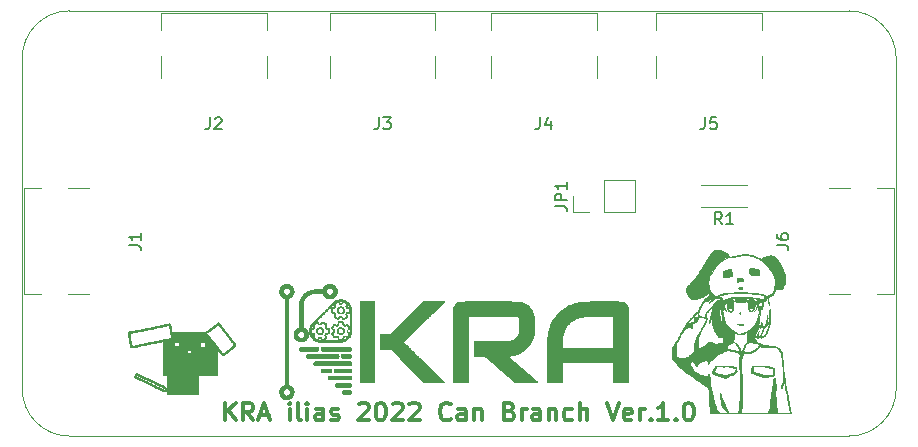
<source format=gto>
%TF.GenerationSoftware,KiCad,Pcbnew,(5.1.12)-1*%
%TF.CreationDate,2022-03-20T11:52:17+09:00*%
%TF.ProjectId,NHK2022_usbc,4e484b32-3032-4325-9f75-7362632e6b69,rev?*%
%TF.SameCoordinates,PX29020c0PY4e33880*%
%TF.FileFunction,Legend,Top*%
%TF.FilePolarity,Positive*%
%FSLAX46Y46*%
G04 Gerber Fmt 4.6, Leading zero omitted, Abs format (unit mm)*
G04 Created by KiCad (PCBNEW (5.1.12)-1) date 2022-03-20 11:52:17*
%MOMM*%
%LPD*%
G01*
G04 APERTURE LIST*
%ADD10C,0.300000*%
%TA.AperFunction,Profile*%
%ADD11C,0.050000*%
%TD*%
%ADD12C,0.010000*%
%ADD13C,0.127000*%
%ADD14C,0.120000*%
%ADD15C,0.150000*%
%ADD16C,3.302000*%
%ADD17O,1.502000X1.502000*%
%ADD18C,1.502000*%
%ADD19O,1.802000X1.802000*%
%ADD20C,0.702000*%
%ADD21O,1.002000X1.802000*%
%ADD22O,1.002000X2.102000*%
%ADD23O,1.802000X1.002000*%
%ADD24O,2.102000X1.002000*%
G04 APERTURE END LIST*
D10*
X17214285Y1321429D02*
X17214285Y2821429D01*
X18071428Y1321429D02*
X17428571Y2178572D01*
X18071428Y2821429D02*
X17214285Y1964286D01*
X19571428Y1321429D02*
X19071428Y2035715D01*
X18714285Y1321429D02*
X18714285Y2821429D01*
X19285714Y2821429D01*
X19428571Y2750000D01*
X19499999Y2678572D01*
X19571428Y2535715D01*
X19571428Y2321429D01*
X19499999Y2178572D01*
X19428571Y2107143D01*
X19285714Y2035715D01*
X18714285Y2035715D01*
X20142857Y1750000D02*
X20857142Y1750000D01*
X19999999Y1321429D02*
X20499999Y2821429D01*
X20999999Y1321429D01*
X22642857Y1321429D02*
X22642857Y2321429D01*
X22642857Y2821429D02*
X22571428Y2750000D01*
X22642857Y2678572D01*
X22714285Y2750000D01*
X22642857Y2821429D01*
X22642857Y2678572D01*
X23571428Y1321429D02*
X23428571Y1392858D01*
X23357142Y1535715D01*
X23357142Y2821429D01*
X24142857Y1321429D02*
X24142857Y2321429D01*
X24142857Y2821429D02*
X24071428Y2750000D01*
X24142857Y2678572D01*
X24214285Y2750000D01*
X24142857Y2821429D01*
X24142857Y2678572D01*
X25500000Y1321429D02*
X25500000Y2107143D01*
X25428571Y2250000D01*
X25285714Y2321429D01*
X25000000Y2321429D01*
X24857142Y2250000D01*
X25500000Y1392858D02*
X25357142Y1321429D01*
X25000000Y1321429D01*
X24857142Y1392858D01*
X24785714Y1535715D01*
X24785714Y1678572D01*
X24857142Y1821429D01*
X25000000Y1892858D01*
X25357142Y1892858D01*
X25500000Y1964286D01*
X26142857Y1392858D02*
X26285714Y1321429D01*
X26571428Y1321429D01*
X26714285Y1392858D01*
X26785714Y1535715D01*
X26785714Y1607143D01*
X26714285Y1750000D01*
X26571428Y1821429D01*
X26357142Y1821429D01*
X26214285Y1892858D01*
X26142857Y2035715D01*
X26142857Y2107143D01*
X26214285Y2250000D01*
X26357142Y2321429D01*
X26571428Y2321429D01*
X26714285Y2250000D01*
X28500000Y2678572D02*
X28571428Y2750000D01*
X28714285Y2821429D01*
X29071428Y2821429D01*
X29214285Y2750000D01*
X29285714Y2678572D01*
X29357142Y2535715D01*
X29357142Y2392858D01*
X29285714Y2178572D01*
X28428571Y1321429D01*
X29357142Y1321429D01*
X30285714Y2821429D02*
X30428571Y2821429D01*
X30571428Y2750000D01*
X30642857Y2678572D01*
X30714285Y2535715D01*
X30785714Y2250000D01*
X30785714Y1892858D01*
X30714285Y1607143D01*
X30642857Y1464286D01*
X30571428Y1392858D01*
X30428571Y1321429D01*
X30285714Y1321429D01*
X30142857Y1392858D01*
X30071428Y1464286D01*
X30000000Y1607143D01*
X29928571Y1892858D01*
X29928571Y2250000D01*
X30000000Y2535715D01*
X30071428Y2678572D01*
X30142857Y2750000D01*
X30285714Y2821429D01*
X31357142Y2678572D02*
X31428571Y2750000D01*
X31571428Y2821429D01*
X31928571Y2821429D01*
X32071428Y2750000D01*
X32142857Y2678572D01*
X32214285Y2535715D01*
X32214285Y2392858D01*
X32142857Y2178572D01*
X31285714Y1321429D01*
X32214285Y1321429D01*
X32785714Y2678572D02*
X32857142Y2750000D01*
X33000000Y2821429D01*
X33357142Y2821429D01*
X33500000Y2750000D01*
X33571428Y2678572D01*
X33642857Y2535715D01*
X33642857Y2392858D01*
X33571428Y2178572D01*
X32714285Y1321429D01*
X33642857Y1321429D01*
X36285714Y1464286D02*
X36214285Y1392858D01*
X36000000Y1321429D01*
X35857142Y1321429D01*
X35642857Y1392858D01*
X35500000Y1535715D01*
X35428571Y1678572D01*
X35357142Y1964286D01*
X35357142Y2178572D01*
X35428571Y2464286D01*
X35500000Y2607143D01*
X35642857Y2750000D01*
X35857142Y2821429D01*
X36000000Y2821429D01*
X36214285Y2750000D01*
X36285714Y2678572D01*
X37571428Y1321429D02*
X37571428Y2107143D01*
X37500000Y2250000D01*
X37357142Y2321429D01*
X37071428Y2321429D01*
X36928571Y2250000D01*
X37571428Y1392858D02*
X37428571Y1321429D01*
X37071428Y1321429D01*
X36928571Y1392858D01*
X36857142Y1535715D01*
X36857142Y1678572D01*
X36928571Y1821429D01*
X37071428Y1892858D01*
X37428571Y1892858D01*
X37571428Y1964286D01*
X38285714Y2321429D02*
X38285714Y1321429D01*
X38285714Y2178572D02*
X38357142Y2250000D01*
X38500000Y2321429D01*
X38714285Y2321429D01*
X38857142Y2250000D01*
X38928571Y2107143D01*
X38928571Y1321429D01*
X41285714Y2107143D02*
X41500000Y2035715D01*
X41571428Y1964286D01*
X41642857Y1821429D01*
X41642857Y1607143D01*
X41571428Y1464286D01*
X41500000Y1392858D01*
X41357142Y1321429D01*
X40785714Y1321429D01*
X40785714Y2821429D01*
X41285714Y2821429D01*
X41428571Y2750000D01*
X41500000Y2678572D01*
X41571428Y2535715D01*
X41571428Y2392858D01*
X41500000Y2250000D01*
X41428571Y2178572D01*
X41285714Y2107143D01*
X40785714Y2107143D01*
X42285714Y1321429D02*
X42285714Y2321429D01*
X42285714Y2035715D02*
X42357142Y2178572D01*
X42428571Y2250000D01*
X42571428Y2321429D01*
X42714285Y2321429D01*
X43857142Y1321429D02*
X43857142Y2107143D01*
X43785714Y2250000D01*
X43642857Y2321429D01*
X43357142Y2321429D01*
X43214285Y2250000D01*
X43857142Y1392858D02*
X43714285Y1321429D01*
X43357142Y1321429D01*
X43214285Y1392858D01*
X43142857Y1535715D01*
X43142857Y1678572D01*
X43214285Y1821429D01*
X43357142Y1892858D01*
X43714285Y1892858D01*
X43857142Y1964286D01*
X44571428Y2321429D02*
X44571428Y1321429D01*
X44571428Y2178572D02*
X44642857Y2250000D01*
X44785714Y2321429D01*
X45000000Y2321429D01*
X45142857Y2250000D01*
X45214285Y2107143D01*
X45214285Y1321429D01*
X46571428Y1392858D02*
X46428571Y1321429D01*
X46142857Y1321429D01*
X46000000Y1392858D01*
X45928571Y1464286D01*
X45857142Y1607143D01*
X45857142Y2035715D01*
X45928571Y2178572D01*
X46000000Y2250000D01*
X46142857Y2321429D01*
X46428571Y2321429D01*
X46571428Y2250000D01*
X47214285Y1321429D02*
X47214285Y2821429D01*
X47857142Y1321429D02*
X47857142Y2107143D01*
X47785714Y2250000D01*
X47642857Y2321429D01*
X47428571Y2321429D01*
X47285714Y2250000D01*
X47214285Y2178572D01*
X49500000Y2821429D02*
X50000000Y1321429D01*
X50500000Y2821429D01*
X51571428Y1392858D02*
X51428571Y1321429D01*
X51142857Y1321429D01*
X51000000Y1392858D01*
X50928571Y1535715D01*
X50928571Y2107143D01*
X51000000Y2250000D01*
X51142857Y2321429D01*
X51428571Y2321429D01*
X51571428Y2250000D01*
X51642857Y2107143D01*
X51642857Y1964286D01*
X50928571Y1821429D01*
X52285714Y1321429D02*
X52285714Y2321429D01*
X52285714Y2035715D02*
X52357142Y2178572D01*
X52428571Y2250000D01*
X52571428Y2321429D01*
X52714285Y2321429D01*
X53214285Y1464286D02*
X53285714Y1392858D01*
X53214285Y1321429D01*
X53142857Y1392858D01*
X53214285Y1464286D01*
X53214285Y1321429D01*
X54714285Y1321429D02*
X53857142Y1321429D01*
X54285714Y1321429D02*
X54285714Y2821429D01*
X54142857Y2607143D01*
X54000000Y2464286D01*
X53857142Y2392858D01*
X55357142Y1464286D02*
X55428571Y1392858D01*
X55357142Y1321429D01*
X55285714Y1392858D01*
X55357142Y1464286D01*
X55357142Y1321429D01*
X56357142Y2821429D02*
X56500000Y2821429D01*
X56642857Y2750000D01*
X56714285Y2678572D01*
X56785714Y2535715D01*
X56857142Y2250000D01*
X56857142Y1892858D01*
X56785714Y1607143D01*
X56714285Y1464286D01*
X56642857Y1392858D01*
X56500000Y1321429D01*
X56357142Y1321429D01*
X56214285Y1392858D01*
X56142857Y1464286D01*
X56071428Y1607143D01*
X56000000Y1892858D01*
X56000000Y2250000D01*
X56071428Y2535715D01*
X56142857Y2678572D01*
X56214285Y2750000D01*
X56357142Y2821429D01*
D11*
X0Y32000000D02*
X0Y4000000D01*
X4000000Y0D02*
G75*
G02*
X0Y4000000I0J4000000D01*
G01*
X0Y32000000D02*
G75*
G02*
X4000000Y36000000I4000000J0D01*
G01*
X74000000Y32000000D02*
X74000000Y4000000D01*
X74000000Y4000000D02*
G75*
G02*
X70000000Y0I-4000000J0D01*
G01*
X70000000Y36000000D02*
G75*
G02*
X74000000Y32000000I0J-4000000D01*
G01*
X70000000Y36000000D02*
X4000000Y36000000D01*
X4000000Y0D02*
X70000000Y0D01*
D12*
%TO.C,G\u002A\u002A\u002A*%
G36*
X59113317Y15750308D02*
G01*
X59257351Y15697485D01*
X59417383Y15613564D01*
X59578432Y15507712D01*
X59725518Y15389093D01*
X59766305Y15350802D01*
X59920740Y15199687D01*
X60177820Y15238136D01*
X60319122Y15260090D01*
X60472204Y15285172D01*
X60610652Y15309019D01*
X60650800Y15316272D01*
X60839278Y15349980D01*
X60987454Y15373920D01*
X61104673Y15389089D01*
X61200279Y15396482D01*
X61283617Y15397097D01*
X61362081Y15392111D01*
X61585837Y15356522D01*
X61831424Y15291799D01*
X62083214Y15203121D01*
X62325577Y15095668D01*
X62442947Y15033948D01*
X62597389Y14947579D01*
X62680840Y15033679D01*
X62788421Y15118196D01*
X62930092Y15191997D01*
X63089324Y15248626D01*
X63249584Y15281630D01*
X63330500Y15287353D01*
X63469057Y15277665D01*
X63593701Y15241621D01*
X63711504Y15174605D01*
X63829538Y15072002D01*
X63954873Y14929198D01*
X64030419Y14830579D01*
X64103311Y14719870D01*
X64185082Y14576348D01*
X64268115Y14415246D01*
X64344792Y14251798D01*
X64407497Y14101237D01*
X64437465Y14016524D01*
X64467582Y13926800D01*
X64494364Y13855517D01*
X64512292Y13817304D01*
X64512998Y13816341D01*
X64534683Y13766713D01*
X64556883Y13680078D01*
X64577477Y13570162D01*
X64594344Y13450690D01*
X64605360Y13335387D01*
X64608405Y13237977D01*
X64607009Y13208237D01*
X64587666Y13093070D01*
X64549409Y12956384D01*
X64497915Y12812641D01*
X64438862Y12676302D01*
X64377928Y12561829D01*
X64323833Y12486899D01*
X64278600Y12441250D01*
X64239188Y12416892D01*
X64188368Y12408628D01*
X64108916Y12411263D01*
X64079597Y12413217D01*
X63978111Y12425958D01*
X63884674Y12447362D01*
X63831947Y12467122D01*
X63777628Y12493415D01*
X63754727Y12493327D01*
X63749668Y12464062D01*
X63749600Y12450163D01*
X63739855Y12368906D01*
X63714026Y12271334D01*
X63677217Y12169364D01*
X63634533Y12074916D01*
X63591079Y11999908D01*
X63551960Y11956260D01*
X63535337Y11949915D01*
X63500445Y11934248D01*
X63459137Y11902803D01*
X63407211Y11868175D01*
X63327209Y11827070D01*
X63259278Y11797696D01*
X63176630Y11761646D01*
X63135118Y11733219D01*
X63126929Y11706439D01*
X63129535Y11698444D01*
X63141841Y11654952D01*
X63158581Y11576445D01*
X63176574Y11478135D01*
X63180559Y11454300D01*
X63198224Y11347338D01*
X63214414Y11250488D01*
X63226037Y11182221D01*
X63227317Y11174900D01*
X63232413Y11128820D01*
X63222697Y11129751D01*
X63217464Y11137858D01*
X63203106Y11179101D01*
X63183969Y11257098D01*
X63163181Y11358423D01*
X63152886Y11415124D01*
X63130945Y11525289D01*
X63106777Y11620935D01*
X63084237Y11687698D01*
X63074987Y11705468D01*
X63047899Y11741335D01*
X63039163Y11735856D01*
X63038400Y11707362D01*
X63018429Y11654947D01*
X62987600Y11625295D01*
X62946945Y11574453D01*
X62936800Y11504885D01*
X62930915Y11443451D01*
X62908395Y11418821D01*
X62887499Y11416200D01*
X62838874Y11427864D01*
X62822500Y11441600D01*
X62785749Y11464972D01*
X62770200Y11467000D01*
X62748278Y11453355D01*
X62736766Y11406573D01*
X62733458Y11320950D01*
X62729254Y11221353D01*
X62718669Y11127406D01*
X62710523Y11086000D01*
X62689805Y11002610D01*
X62671886Y10926507D01*
X62671820Y10926212D01*
X62653816Y10880199D01*
X62633084Y10869431D01*
X62608594Y10860835D01*
X62594429Y10833669D01*
X62558960Y10786477D01*
X62522750Y10766376D01*
X62470733Y10741125D01*
X62449058Y10721084D01*
X62442429Y10686535D01*
X62436794Y10611464D01*
X62432668Y10506147D01*
X62430568Y10380860D01*
X62430424Y10349857D01*
X62422262Y10108725D01*
X62396649Y9897608D01*
X62350081Y9697673D01*
X62279055Y9490086D01*
X62262791Y9448932D01*
X62227396Y9352656D01*
X62216358Y9297916D01*
X62229860Y9281569D01*
X62268084Y9300475D01*
X62271268Y9302733D01*
X62328045Y9338062D01*
X62378000Y9364584D01*
X62455222Y9415048D01*
X62517835Y9478904D01*
X62552624Y9541492D01*
X62555800Y9561810D01*
X62567766Y9609888D01*
X62581200Y9625501D01*
X62596861Y9612907D01*
X62605430Y9556300D01*
X62606600Y9512700D01*
X62614482Y9415866D01*
X62640978Y9352481D01*
X62656473Y9334327D01*
X62697199Y9305700D01*
X62721472Y9308927D01*
X62753862Y9332682D01*
X62780280Y9316296D01*
X62784400Y9295300D01*
X62793093Y9259699D01*
X62817227Y9269074D01*
X62853884Y9321035D01*
X62882705Y9375816D01*
X62932876Y9487903D01*
X62975285Y9605063D01*
X63014918Y9742677D01*
X63054204Y9904900D01*
X63077661Y10000731D01*
X63093864Y10049352D01*
X63104039Y10053645D01*
X63108222Y10031900D01*
X63105311Y9974292D01*
X63091178Y9883085D01*
X63068429Y9773562D01*
X63054049Y9714400D01*
X63024790Y9588629D01*
X63011981Y9504866D01*
X63015986Y9465720D01*
X63019040Y9463397D01*
X63051232Y9474810D01*
X63091701Y9514371D01*
X63125929Y9564831D01*
X63139435Y9606450D01*
X63154574Y9633826D01*
X63180508Y9634879D01*
X63190800Y9613662D01*
X63180121Y9569176D01*
X63154365Y9512117D01*
X63122950Y9459257D01*
X63095297Y9427367D01*
X63084834Y9424998D01*
X63059245Y9417234D01*
X63048259Y9398656D01*
X63025125Y9371133D01*
X63011994Y9372122D01*
X62985955Y9361455D01*
X62943627Y9319633D01*
X62919405Y9289426D01*
X62870412Y9226458D01*
X62830259Y9179313D01*
X62819338Y9168300D01*
X62796818Y9133269D01*
X62763952Y9064473D01*
X62727408Y8976014D01*
X62723227Y8965100D01*
X62684774Y8868175D01*
X62647846Y8782245D01*
X62620191Y8725305D01*
X62619339Y8723800D01*
X62591867Y8682215D01*
X62582030Y8682096D01*
X62588475Y8717793D01*
X62609845Y8783658D01*
X62644786Y8874038D01*
X62669296Y8932147D01*
X62711974Y9035285D01*
X62733883Y9102677D01*
X62737290Y9143855D01*
X62725261Y9167567D01*
X62661401Y9209697D01*
X62597942Y9217493D01*
X62556275Y9194274D01*
X62509443Y9156581D01*
X62476055Y9161331D01*
X62466845Y9204616D01*
X62470629Y9225450D01*
X62479595Y9271967D01*
X62468551Y9277454D01*
X62446825Y9261364D01*
X62402771Y9240485D01*
X62379881Y9243338D01*
X62357499Y9229861D01*
X62321209Y9178677D01*
X62275745Y9099335D01*
X62225839Y9001383D01*
X62176223Y8894371D01*
X62131631Y8787847D01*
X62096793Y8691362D01*
X62083124Y8644549D01*
X62059964Y8534412D01*
X62058888Y8464281D01*
X62080890Y8427948D01*
X62119203Y8419000D01*
X62158632Y8436143D01*
X62198821Y8490477D01*
X62242210Y8586365D01*
X62289854Y8723800D01*
X62318427Y8804552D01*
X62345439Y8866083D01*
X62359886Y8888900D01*
X62374811Y8894375D01*
X62367327Y8863500D01*
X62341889Y8779202D01*
X62316410Y8673875D01*
X62294789Y8566356D01*
X62280926Y8475476D01*
X62277928Y8431700D01*
X62278705Y8355500D01*
X62400220Y8488850D01*
X62476254Y8568929D01*
X62523213Y8610769D01*
X62540292Y8614074D01*
X62526686Y8578551D01*
X62493950Y8523215D01*
X62457446Y8462553D01*
X62447406Y8431392D01*
X62462150Y8416941D01*
X62479302Y8411719D01*
X62537977Y8413349D01*
X62586586Y8430049D01*
X62640299Y8450399D01*
X62671508Y8452398D01*
X62704215Y8464058D01*
X62758778Y8504405D01*
X62824213Y8563367D01*
X62889533Y8630874D01*
X62943754Y8696856D01*
X62953730Y8711100D01*
X63005149Y8810532D01*
X63057608Y8955546D01*
X63109269Y9141006D01*
X63112864Y9155600D01*
X63155038Y9317055D01*
X63191811Y9433053D01*
X63224781Y9508453D01*
X63233715Y9523202D01*
X63260225Y9581583D01*
X63267378Y9637088D01*
X63255702Y9674476D01*
X63228312Y9679590D01*
X63202887Y9676348D01*
X63211340Y9705188D01*
X63214718Y9711632D01*
X63227503Y9758014D01*
X63221656Y9778633D01*
X63221128Y9787502D01*
X63232797Y9781989D01*
X63250336Y9788992D01*
X63259109Y9838373D01*
X63260450Y9911267D01*
X63260441Y9990320D01*
X63261552Y10106282D01*
X63263602Y10245280D01*
X63266407Y10393439D01*
X63267384Y10438300D01*
X63270806Y10581867D01*
X63273892Y10678497D01*
X63277241Y10732045D01*
X63281451Y10746368D01*
X63287122Y10725320D01*
X63294853Y10672757D01*
X63298949Y10641500D01*
X63306749Y10551596D01*
X63311592Y10432349D01*
X63313704Y10292445D01*
X63313310Y10140566D01*
X63310636Y9985398D01*
X63305906Y9835623D01*
X63299345Y9699927D01*
X63291179Y9586993D01*
X63281632Y9505504D01*
X63270931Y9464146D01*
X63268354Y9461238D01*
X63250966Y9431021D01*
X63224394Y9361298D01*
X63191976Y9261793D01*
X63157048Y9142233D01*
X63149658Y9115307D01*
X63112423Y8982983D01*
X63075175Y8859054D01*
X63042034Y8756720D01*
X63017119Y8689180D01*
X63015421Y8685260D01*
X62981421Y8629941D01*
X62927369Y8563873D01*
X62863090Y8496502D01*
X62798409Y8437272D01*
X62743150Y8395628D01*
X62707137Y8381015D01*
X62701451Y8383415D01*
X62672041Y8382295D01*
X62618136Y8361325D01*
X62608960Y8356721D01*
X62556727Y8336111D01*
X62531096Y8338929D01*
X62530400Y8342148D01*
X62508948Y8362286D01*
X62455205Y8367346D01*
X62385088Y8358270D01*
X62314512Y8335998D01*
X62298594Y8328443D01*
X62246085Y8304019D01*
X62221566Y8306613D01*
X62208711Y8338406D01*
X62208151Y8340536D01*
X62189851Y8376353D01*
X62154070Y8370481D01*
X62144611Y8365638D01*
X62083229Y8349808D01*
X62037387Y8367316D01*
X62022400Y8405255D01*
X62016783Y8428598D01*
X61992263Y8417371D01*
X61971600Y8400407D01*
X61929184Y8356198D01*
X61928002Y8320683D01*
X61958497Y8283332D01*
X61990812Y8244563D01*
X62041114Y8177238D01*
X62099202Y8095065D01*
X62106341Y8084667D01*
X62168389Y7998698D01*
X62221624Y7942564D01*
X62283232Y7902457D01*
X62370399Y7864569D01*
X62389547Y7857144D01*
X62587548Y7791742D01*
X62819688Y7732769D01*
X63069396Y7683692D01*
X63320098Y7647980D01*
X63447759Y7635654D01*
X63645388Y7614023D01*
X63802397Y7580655D01*
X63928496Y7530737D01*
X64033390Y7459456D01*
X64126788Y7362001D01*
X64198853Y7263300D01*
X64248346Y7161438D01*
X64293156Y7012327D01*
X64332682Y6819358D01*
X64366324Y6585919D01*
X64393480Y6315397D01*
X64410419Y6069500D01*
X64426739Y5822535D01*
X64446711Y5589941D01*
X64469432Y5379442D01*
X64493997Y5198757D01*
X64519503Y5055609D01*
X64537873Y4980361D01*
X64553444Y4904633D01*
X64555529Y4842284D01*
X64553824Y4832951D01*
X64550457Y4772344D01*
X64559116Y4666604D01*
X64579163Y4519791D01*
X64609957Y4335969D01*
X64650860Y4119199D01*
X64701231Y3873542D01*
X64715053Y3808900D01*
X64747005Y3658977D01*
X64775235Y3522125D01*
X64801861Y3387182D01*
X64828998Y3242990D01*
X64858764Y3078389D01*
X64893275Y2882218D01*
X64919789Y2729400D01*
X64955899Y2529466D01*
X64989999Y2357965D01*
X65020925Y2219988D01*
X65047510Y2120625D01*
X65068589Y2064964D01*
X65073645Y2057570D01*
X65092995Y2012969D01*
X65095800Y1987720D01*
X65094215Y1981218D01*
X65087779Y1975362D01*
X65073970Y1970119D01*
X65050266Y1965455D01*
X65014145Y1961336D01*
X64963086Y1957729D01*
X64894566Y1954599D01*
X64806062Y1951913D01*
X64695055Y1949637D01*
X64559020Y1947737D01*
X64395437Y1946180D01*
X64201783Y1944931D01*
X63975536Y1943958D01*
X63714175Y1943226D01*
X63415177Y1942701D01*
X63076021Y1942350D01*
X62694185Y1942139D01*
X62267146Y1942034D01*
X61792383Y1942001D01*
X61681518Y1942000D01*
X58267236Y1942000D01*
X58252620Y2011850D01*
X58232301Y2124762D01*
X58214665Y2258868D01*
X58199213Y2420192D01*
X58185444Y2614754D01*
X58172856Y2848578D01*
X58161936Y3102352D01*
X58152484Y3341513D01*
X58144213Y3535470D01*
X58136222Y3689780D01*
X58127612Y3809997D01*
X58117482Y3901675D01*
X58104931Y3970369D01*
X58089060Y4021634D01*
X58068968Y4061025D01*
X58043755Y4094096D01*
X58012520Y4126403D01*
X57992869Y4145450D01*
X57927399Y4202942D01*
X57871223Y4242099D01*
X57842154Y4253400D01*
X57814751Y4263755D01*
X57815878Y4274235D01*
X57802513Y4296703D01*
X57755092Y4335546D01*
X57684151Y4382185D01*
X57581292Y4448698D01*
X57472520Y4525900D01*
X57412424Y4572245D01*
X57297521Y4659992D01*
X57154662Y4761134D01*
X57000289Y4864384D01*
X56850849Y4958459D01*
X56840680Y4964600D01*
X56767653Y5011549D01*
X56707301Y5055412D01*
X56691113Y5069145D01*
X56653236Y5098739D01*
X56582799Y5148880D01*
X56489900Y5212532D01*
X56385770Y5281912D01*
X56253746Y5370577D01*
X56135508Y5454938D01*
X56023348Y5541533D01*
X55909557Y5636902D01*
X55786427Y5747581D01*
X55646249Y5880110D01*
X55481314Y6041027D01*
X55423911Y6097738D01*
X55376695Y6145224D01*
X56497226Y6145224D01*
X56519351Y6093374D01*
X56539546Y6054941D01*
X56673979Y5835444D01*
X56829576Y5634002D01*
X56997328Y5460885D01*
X57168228Y5326364D01*
X57191822Y5311239D01*
X57297045Y5254249D01*
X57427895Y5195853D01*
X57570992Y5140748D01*
X57712959Y5093628D01*
X57840420Y5059190D01*
X57939997Y5042128D01*
X57961448Y5041102D01*
X58004584Y5047824D01*
X58032469Y5077001D01*
X58056090Y5141413D01*
X58060260Y5156030D01*
X58088972Y5235191D01*
X58116208Y5265514D01*
X58141171Y5248957D01*
X58163060Y5187479D01*
X58181077Y5083036D01*
X58194423Y4937586D01*
X58200566Y4812200D01*
X58208789Y4616787D01*
X58218910Y4462991D01*
X58232079Y4341632D01*
X58249448Y4243533D01*
X58272170Y4159517D01*
X58288226Y4113700D01*
X58312900Y4032899D01*
X58339905Y3919807D01*
X58365148Y3792525D01*
X58377265Y3720000D01*
X58457773Y3306741D01*
X58575930Y2870629D01*
X58649251Y2643180D01*
X58704167Y2482414D01*
X58747254Y2361757D01*
X58782320Y2272983D01*
X58813171Y2207866D01*
X58843616Y2158181D01*
X58877461Y2115702D01*
X58909041Y2081895D01*
X58995564Y1992800D01*
X60587599Y1992800D01*
X60616729Y2062650D01*
X60637843Y2123731D01*
X60656733Y2202677D01*
X60673885Y2304104D01*
X60689787Y2432624D01*
X60704926Y2592853D01*
X60719789Y2789403D01*
X60734863Y3026890D01*
X60750636Y3309927D01*
X60752836Y3351700D01*
X60777574Y4084751D01*
X60772930Y4780672D01*
X60753203Y5231300D01*
X60745216Y5388494D01*
X60738555Y5565116D01*
X60733271Y5753761D01*
X60729414Y5947027D01*
X60729223Y5962386D01*
X60828995Y5962386D01*
X60830411Y5806303D01*
X60842196Y5678083D01*
X60853147Y5625000D01*
X60878699Y5503421D01*
X60901625Y5339653D01*
X60921270Y5142270D01*
X60936980Y4919847D01*
X60948099Y4680956D01*
X60953973Y4434170D01*
X60954726Y4295434D01*
X60953651Y4108564D01*
X60951096Y3899969D01*
X60947264Y3676399D01*
X60942354Y3444604D01*
X60936567Y3211335D01*
X60930103Y2983342D01*
X60923163Y2767374D01*
X60915948Y2570183D01*
X60908659Y2398519D01*
X60901494Y2259131D01*
X60894656Y2158770D01*
X60889903Y2113450D01*
X60872495Y1992800D01*
X63183363Y1992800D01*
X63249824Y2272267D01*
X63277022Y2403158D01*
X63304991Y2566040D01*
X63330825Y2742238D01*
X63351617Y2913077D01*
X63355583Y2951717D01*
X63379644Y3195002D01*
X63399821Y3394504D01*
X63416936Y3557023D01*
X63431810Y3689359D01*
X63445266Y3798309D01*
X63458124Y3890674D01*
X63471208Y3973253D01*
X63485337Y4052844D01*
X63494467Y4101000D01*
X63536961Y4327293D01*
X63568319Y4507878D01*
X63588356Y4641606D01*
X63596885Y4727326D01*
X63597200Y4740215D01*
X63608092Y4813936D01*
X63635299Y4880630D01*
X63670617Y4924554D01*
X63697690Y4933050D01*
X63722807Y4913680D01*
X63743276Y4863792D01*
X63759301Y4780509D01*
X63771080Y4660954D01*
X63778816Y4502250D01*
X63782709Y4301520D01*
X63782959Y4055886D01*
X63779768Y3762473D01*
X63779702Y3758100D01*
X63780947Y3481557D01*
X63793319Y3185090D01*
X63817377Y2859938D01*
X63853680Y2497340D01*
X63868504Y2367450D01*
X63912414Y1992800D01*
X65025524Y1992800D01*
X65008634Y2049950D01*
X64988693Y2127472D01*
X64962508Y2243768D01*
X64932336Y2387528D01*
X64900433Y2547445D01*
X64869058Y2712208D01*
X64840467Y2870507D01*
X64817272Y3008800D01*
X64791123Y3162519D01*
X64757823Y3342673D01*
X64721757Y3526226D01*
X64689116Y3681900D01*
X64655565Y3838495D01*
X64621076Y4004620D01*
X64589627Y4160818D01*
X64565196Y4287631D01*
X64564479Y4291500D01*
X64517536Y4545500D01*
X64449498Y4393100D01*
X64407357Y4298451D01*
X64367982Y4209585D01*
X64345340Y4158150D01*
X64313920Y4103250D01*
X64283921Y4076195D01*
X64280179Y4075600D01*
X64262834Y4097590D01*
X64259727Y4155041D01*
X64269169Y4235171D01*
X64289475Y4325203D01*
X64318958Y4412356D01*
X64327110Y4431200D01*
X64387924Y4610543D01*
X64425540Y4824599D01*
X64439032Y5062424D01*
X64427472Y5313073D01*
X64412370Y5437334D01*
X64400564Y5536004D01*
X64388577Y5667576D01*
X64377884Y5814178D01*
X64370528Y5945334D01*
X64360710Y6098345D01*
X64345156Y6272388D01*
X64325354Y6455600D01*
X64302792Y6636115D01*
X64278958Y6802068D01*
X64255338Y6941592D01*
X64233422Y7042823D01*
X64232495Y7046304D01*
X64186721Y7156622D01*
X64112545Y7273696D01*
X64022855Y7380591D01*
X63930542Y7460373D01*
X63905654Y7475727D01*
X63868340Y7495268D01*
X63831715Y7510012D01*
X63788291Y7520612D01*
X63730578Y7527723D01*
X63651087Y7531998D01*
X63542326Y7534091D01*
X63396809Y7534656D01*
X63233485Y7534411D01*
X63031208Y7534764D01*
X62872021Y7537190D01*
X62748242Y7542118D01*
X62652186Y7549977D01*
X62576172Y7561196D01*
X62519263Y7574325D01*
X62434734Y7595715D01*
X62386900Y7601724D01*
X62364153Y7592696D01*
X62357385Y7579141D01*
X62328665Y7533489D01*
X62268698Y7466975D01*
X62187443Y7388451D01*
X62094859Y7306766D01*
X62000903Y7230772D01*
X61915535Y7169318D01*
X61858547Y7135798D01*
X61751346Y7095460D01*
X61611311Y7059511D01*
X61456392Y7031082D01*
X61304537Y7013305D01*
X61173696Y7009310D01*
X61143557Y7011064D01*
X61039415Y7019924D01*
X61005341Y6874912D01*
X60984162Y6794808D01*
X60964471Y6736953D01*
X60953417Y6717200D01*
X60940801Y6688436D01*
X60921201Y6621195D01*
X60897723Y6526793D01*
X60882084Y6457294D01*
X60855320Y6301934D01*
X60837461Y6132281D01*
X60828995Y5962386D01*
X60729223Y5962386D01*
X60727035Y6137509D01*
X60726184Y6317803D01*
X60726912Y6480506D01*
X60729269Y6618214D01*
X60732089Y6691800D01*
X60803200Y6691800D01*
X60812493Y6670893D01*
X60820133Y6674867D01*
X60823173Y6705011D01*
X60820133Y6708734D01*
X60805033Y6705247D01*
X60803200Y6691800D01*
X60732089Y6691800D01*
X60733305Y6723523D01*
X60739072Y6789029D01*
X60742477Y6804180D01*
X60745609Y6855302D01*
X60732435Y6927634D01*
X60726576Y6947085D01*
X60697315Y7014067D01*
X60678542Y7028782D01*
X60764621Y7028782D01*
X60768614Y7009300D01*
X60786643Y6975880D01*
X60793217Y6971200D01*
X60802096Y6991942D01*
X60803200Y7009300D01*
X60793213Y7034700D01*
X60904800Y7034700D01*
X60917500Y7022000D01*
X60930200Y7034700D01*
X60917500Y7047400D01*
X60904800Y7034700D01*
X60793213Y7034700D01*
X60789907Y7043108D01*
X60778597Y7047400D01*
X60764621Y7028782D01*
X60678542Y7028782D01*
X60662962Y7040993D01*
X60640583Y7042713D01*
X60589974Y7050529D01*
X60511570Y7074355D01*
X60434900Y7103905D01*
X60338930Y7141441D01*
X60247265Y7172085D01*
X60193600Y7186108D01*
X60120038Y7201741D01*
X60021795Y7224024D01*
X59945107Y7242152D01*
X59829137Y7261817D01*
X59717762Y7260290D01*
X59599261Y7235230D01*
X59461915Y7184297D01*
X59317300Y7116783D01*
X59136851Y7020614D01*
X58950846Y6909631D01*
X58768935Y6790546D01*
X58600769Y6670072D01*
X58456000Y6554922D01*
X58344276Y6451809D01*
X58313951Y6418867D01*
X58227145Y6317882D01*
X58168826Y6247440D01*
X58133600Y6200230D01*
X58116074Y6168945D01*
X58110855Y6146273D01*
X58110800Y6143543D01*
X58097014Y6111140D01*
X58086550Y6107600D01*
X58065987Y6130677D01*
X58047446Y6201022D01*
X58030503Y6320303D01*
X58028750Y6336200D01*
X58017582Y6377163D01*
X57985958Y6397760D01*
X57919158Y6407120D01*
X57913733Y6407522D01*
X57807500Y6401090D01*
X57675051Y6372742D01*
X57532991Y6327895D01*
X57397922Y6271967D01*
X57286447Y6210375D01*
X57266250Y6196243D01*
X57196334Y6140254D01*
X57159861Y6095320D01*
X57146659Y6046450D01*
X57145600Y6018454D01*
X57137845Y5955366D01*
X57118815Y5930148D01*
X57094863Y5948153D01*
X57085614Y5967900D01*
X57052876Y6001670D01*
X57034255Y6006000D01*
X56990744Y6026611D01*
X56932609Y6080941D01*
X56868850Y6157735D01*
X56808469Y6245741D01*
X56760464Y6333703D01*
X56747350Y6364749D01*
X56697512Y6495913D01*
X56629456Y6379784D01*
X56591147Y6311258D01*
X56566462Y6261040D01*
X56561400Y6245578D01*
X56543402Y6217489D01*
X56520290Y6197441D01*
X56498191Y6175092D01*
X56497226Y6145224D01*
X55376695Y6145224D01*
X55274439Y6248063D01*
X55160793Y6367827D01*
X55080503Y6459846D01*
X55031096Y6526933D01*
X55011161Y6567723D01*
X55002053Y6624678D01*
X54994472Y6720068D01*
X54989115Y6841534D01*
X54986676Y6976717D01*
X54986599Y7004773D01*
X54986600Y7356181D01*
X55027472Y7421620D01*
X55319538Y7421620D01*
X55322268Y7304539D01*
X55327879Y7159061D01*
X55335178Y7052491D01*
X55346052Y6972938D01*
X55362386Y6908511D01*
X55386067Y6847319D01*
X55399460Y6818018D01*
X55442826Y6735047D01*
X55486124Y6666711D01*
X55511847Y6635993D01*
X55590532Y6596741D01*
X55709706Y6581373D01*
X55865005Y6589924D01*
X56052064Y6622427D01*
X56091500Y6631471D01*
X56216857Y6665038D01*
X56341035Y6704835D01*
X56455031Y6747171D01*
X56549842Y6788354D01*
X56616463Y6824692D01*
X56645891Y6852495D01*
X56646040Y6858842D01*
X56628477Y6878368D01*
X56592923Y6866175D01*
X56570956Y6852505D01*
X56518277Y6825265D01*
X56494587Y6828260D01*
X56505631Y6859653D01*
X56533475Y6885741D01*
X56592283Y6932033D01*
X56671104Y6990031D01*
X56701100Y7011317D01*
X56878900Y7136300D01*
X56881067Y7479200D01*
X56886110Y7681022D01*
X56900015Y7846838D01*
X56925206Y7991032D01*
X56962759Y8123250D01*
X57185388Y8123250D01*
X57188662Y8028089D01*
X57198444Y7897674D01*
X57200049Y7878734D01*
X57209253Y7755809D01*
X57214916Y7648386D01*
X57216568Y7568297D01*
X57213930Y7528052D01*
X57214056Y7499092D01*
X57241354Y7483286D01*
X57306856Y7475012D01*
X57319762Y7474131D01*
X57385520Y7474780D01*
X57448342Y7488909D01*
X57509464Y7517642D01*
X59653494Y7517642D01*
X59653926Y7453599D01*
X59674865Y7418718D01*
X59729725Y7393106D01*
X59739932Y7389461D01*
X59805677Y7370981D01*
X59905086Y7348586D01*
X60021580Y7325866D01*
X60082832Y7315210D01*
X60229350Y7285187D01*
X60364787Y7247137D01*
X60469721Y7206549D01*
X60473000Y7204955D01*
X60612700Y7136300D01*
X60641941Y7203101D01*
X60672512Y7257935D01*
X60698759Y7286945D01*
X60703528Y7317607D01*
X60683867Y7380257D01*
X60644708Y7465427D01*
X60590986Y7563652D01*
X60527634Y7665464D01*
X60459585Y7761398D01*
X60435739Y7791629D01*
X60371809Y7867119D01*
X60324945Y7910591D01*
X60281842Y7930743D01*
X60229195Y7936280D01*
X60214371Y7936400D01*
X60115316Y7920417D01*
X59997820Y7878330D01*
X59879778Y7818932D01*
X59779086Y7751019D01*
X59721155Y7694022D01*
X59675332Y7608668D01*
X59653494Y7517642D01*
X57509464Y7517642D01*
X57516989Y7521179D01*
X57600222Y7576251D01*
X57706801Y7658783D01*
X57780600Y7719273D01*
X57950819Y7841477D01*
X58114399Y7921471D01*
X58250500Y7954917D01*
X58336664Y7953934D01*
X58413694Y7923026D01*
X58444359Y7903403D01*
X58559040Y7847199D01*
X58697828Y7821321D01*
X58867261Y7825118D01*
X59016244Y7846658D01*
X59145946Y7870634D01*
X59233897Y7889135D01*
X59288191Y7906491D01*
X59316920Y7927033D01*
X59328179Y7955093D01*
X59330060Y7995002D01*
X59330000Y8014561D01*
X59342051Y8087371D01*
X60213806Y8087371D01*
X60392325Y7906718D01*
X60504158Y7780546D01*
X60603365Y7644013D01*
X60684608Y7506815D01*
X60742546Y7378652D01*
X60771840Y7269224D01*
X60773248Y7214809D01*
X60772599Y7148766D01*
X60793301Y7119328D01*
X60802050Y7116449D01*
X60867816Y7117724D01*
X60901024Y7157374D01*
X60901810Y7163817D01*
X60957605Y7163817D01*
X60962275Y7130873D01*
X60970945Y7130480D01*
X60977009Y7164475D01*
X60972951Y7179163D01*
X60961672Y7188784D01*
X60957605Y7163817D01*
X60901810Y7163817D01*
X60904800Y7188319D01*
X60914806Y7241181D01*
X60930768Y7263652D01*
X60933568Y7267125D01*
X61022560Y7267125D01*
X61023184Y7237733D01*
X61041226Y7220435D01*
X61042112Y7219934D01*
X61076462Y7177635D01*
X61082600Y7148419D01*
X61085872Y7126198D01*
X61101882Y7112935D01*
X61139920Y7107381D01*
X61209277Y7108283D01*
X61319242Y7114392D01*
X61330250Y7115080D01*
X61458042Y7126920D01*
X61585765Y7145151D01*
X61692151Y7166529D01*
X61722871Y7174900D01*
X61823801Y7216499D01*
X61943385Y7281540D01*
X62064310Y7359076D01*
X62169268Y7438164D01*
X62230981Y7496167D01*
X62270082Y7552434D01*
X62308554Y7626461D01*
X62312834Y7636397D01*
X62351206Y7728234D01*
X62261120Y7796946D01*
X62183245Y7842611D01*
X62083681Y7883480D01*
X62026867Y7900124D01*
X61924682Y7918257D01*
X61805417Y7929870D01*
X61681952Y7934867D01*
X61567167Y7933156D01*
X61473942Y7924643D01*
X61415156Y7909232D01*
X61407796Y7904650D01*
X61364942Y7858409D01*
X61305927Y7778372D01*
X61238068Y7675790D01*
X61168681Y7561916D01*
X61105085Y7448002D01*
X61083107Y7405346D01*
X61041739Y7319400D01*
X61022560Y7267125D01*
X60933568Y7267125D01*
X60954577Y7293180D01*
X60992071Y7355195D01*
X61035150Y7436293D01*
X61035304Y7436601D01*
X61085739Y7529813D01*
X61153575Y7645216D01*
X61227193Y7763304D01*
X61257304Y7809400D01*
X61319207Y7904798D01*
X61361727Y7981369D01*
X61387320Y8051691D01*
X61398445Y8128344D01*
X61397562Y8223904D01*
X61387129Y8350951D01*
X61378946Y8431700D01*
X61372499Y8545425D01*
X61374368Y8660729D01*
X61382075Y8737692D01*
X61403582Y8865883D01*
X61173241Y8751568D01*
X60989801Y8671804D01*
X60830100Y8629084D01*
X60684103Y8622504D01*
X60541776Y8651162D01*
X60450453Y8686464D01*
X60372027Y8724684D01*
X60316211Y8757656D01*
X60295200Y8778069D01*
X60276019Y8799608D01*
X60271573Y8800000D01*
X60260599Y8778492D01*
X60270794Y8720340D01*
X60271141Y8719121D01*
X60279779Y8643190D01*
X60273940Y8524006D01*
X60254072Y8362807D01*
X60213806Y8087371D01*
X59342051Y8087371D01*
X59345808Y8110070D01*
X59377629Y8155479D01*
X59403183Y8181476D01*
X59403923Y8205642D01*
X59374999Y8240600D01*
X59360641Y8253900D01*
X59457000Y8253900D01*
X59469700Y8241200D01*
X59482400Y8253900D01*
X59469700Y8266600D01*
X59457000Y8253900D01*
X59360641Y8253900D01*
X59328253Y8283900D01*
X59240661Y8345749D01*
X59151443Y8380079D01*
X59073955Y8383199D01*
X59034269Y8365188D01*
X58997725Y8364516D01*
X58946025Y8400511D01*
X58886911Y8464492D01*
X58828121Y8547779D01*
X58777397Y8641690D01*
X58767462Y8664415D01*
X58725559Y8748509D01*
X58690573Y8782606D01*
X58678215Y8782218D01*
X58649277Y8795211D01*
X58609378Y8853693D01*
X58558891Y8955904D01*
X58461246Y9209438D01*
X58399079Y9466490D01*
X58368239Y9733069D01*
X58352100Y9979673D01*
X58253566Y9758137D01*
X58208993Y9662794D01*
X58169918Y9588028D01*
X58141884Y9544021D01*
X58132916Y9536600D01*
X58112256Y9555560D01*
X58124054Y9610613D01*
X58145916Y9658512D01*
X58180545Y9744932D01*
X58218959Y9872909D01*
X58259201Y10033523D01*
X58299316Y10217857D01*
X58337349Y10416993D01*
X58341531Y10442216D01*
X59000912Y10442216D01*
X59001428Y10331965D01*
X59007134Y10249279D01*
X59017869Y10203332D01*
X59025200Y10197000D01*
X59043463Y10175039D01*
X59050600Y10125411D01*
X59060327Y10044743D01*
X59086599Y9942058D01*
X59125053Y9827559D01*
X59171323Y9711453D01*
X59221046Y9603945D01*
X59269856Y9515241D01*
X59313391Y9455546D01*
X59345846Y9435000D01*
X59377669Y9440586D01*
X59380800Y9444507D01*
X59372832Y9471861D01*
X59352638Y9530333D01*
X59340038Y9565157D01*
X59282415Y9744574D01*
X59248691Y9909176D01*
X59241324Y9968400D01*
X59233139Y10050225D01*
X59223024Y10157795D01*
X59211981Y10279603D01*
X59209603Y10306611D01*
X59256402Y10306611D01*
X59260250Y10245590D01*
X59272495Y10156657D01*
X59290154Y10055543D01*
X59310245Y9957978D01*
X59329782Y9879693D01*
X59345487Y9836890D01*
X59365283Y9817993D01*
X59371597Y9844159D01*
X59364103Y9911389D01*
X59355326Y9957939D01*
X59320761Y10121495D01*
X59294259Y10237143D01*
X59275211Y10307030D01*
X59263009Y10333304D01*
X59257042Y10318111D01*
X59256402Y10306611D01*
X59209603Y10306611D01*
X59201015Y10404143D01*
X59191130Y10519910D01*
X59183329Y10615396D01*
X59178617Y10679096D01*
X59178493Y10681601D01*
X59228788Y10681601D01*
X59242660Y10616127D01*
X59263535Y10580001D01*
X59278267Y10558801D01*
X59292163Y10526189D01*
X59307108Y10474616D01*
X59324990Y10396531D01*
X59347695Y10284384D01*
X59377110Y10130628D01*
X59381014Y10109905D01*
X59410441Y9980858D01*
X59451162Y9838559D01*
X59498249Y9697390D01*
X59546774Y9571735D01*
X59591809Y9475976D01*
X59606986Y9450412D01*
X59663565Y9380337D01*
X59751126Y9291674D01*
X59861757Y9190681D01*
X59987545Y9083614D01*
X60120580Y8976732D01*
X60252948Y8876289D01*
X60376737Y8788545D01*
X60484036Y8719755D01*
X60566932Y8676178D01*
X60600093Y8665046D01*
X60752830Y8656952D01*
X60923849Y8689714D01*
X61072661Y8746667D01*
X61172649Y8795266D01*
X61270074Y8847262D01*
X61376576Y8909392D01*
X61503795Y8988395D01*
X61628700Y9068526D01*
X61768722Y9180690D01*
X61905272Y9328658D01*
X62027583Y9497961D01*
X62124890Y9674128D01*
X62135665Y9701700D01*
X62203250Y9701700D01*
X62276592Y9790600D01*
X62340880Y9901673D01*
X62366673Y10011083D01*
X62376385Y10104351D01*
X62375471Y10150447D01*
X62363389Y10148934D01*
X62339601Y10099377D01*
X62303567Y10001339D01*
X62284275Y9944474D01*
X62203250Y9701700D01*
X62135665Y9701700D01*
X62175372Y9803300D01*
X62199469Y9873182D01*
X62220930Y9922656D01*
X62225599Y9930300D01*
X62244582Y9973778D01*
X62269553Y10055575D01*
X62297801Y10163964D01*
X62326615Y10287214D01*
X62353288Y10413595D01*
X62375109Y10531378D01*
X62389367Y10628833D01*
X62391359Y10647850D01*
X62397451Y10756922D01*
X62390886Y10817316D01*
X62371761Y10828851D01*
X62340171Y10791347D01*
X62327200Y10768500D01*
X62292317Y10716140D01*
X62271002Y10712103D01*
X62264833Y10755347D01*
X62269461Y10806600D01*
X62270158Y10880019D01*
X62250247Y10909011D01*
X62215098Y10892804D01*
X62170084Y10830623D01*
X62165122Y10821614D01*
X62128911Y10765837D01*
X62080306Y10704909D01*
X62028598Y10648490D01*
X61983079Y10606242D01*
X61953042Y10587826D01*
X61946200Y10593990D01*
X61963238Y10627277D01*
X62004973Y10674700D01*
X62012113Y10681523D01*
X62105001Y10799080D01*
X62171679Y10948978D01*
X62177056Y10966867D01*
X62179038Y11023100D01*
X62335868Y11023100D01*
X62338444Y10972907D01*
X62343359Y10962888D01*
X62344651Y10966756D01*
X62366978Y11001602D01*
X62395530Y10994925D01*
X62418712Y10952771D01*
X62424137Y10925292D01*
X62439940Y10871626D01*
X62461762Y10860089D01*
X62477609Y10891952D01*
X62479600Y10919401D01*
X62490162Y10977340D01*
X62515696Y10997917D01*
X62546971Y10974999D01*
X62551675Y10967273D01*
X62569221Y10947385D01*
X62584897Y10964918D01*
X62603894Y11023889D01*
X62622590Y11119144D01*
X62631692Y11220258D01*
X62631858Y11232050D01*
X62629271Y11299847D01*
X62614972Y11331014D01*
X62579506Y11339674D01*
X62559590Y11340000D01*
X62479463Y11331103D01*
X62413540Y11314276D01*
X62375443Y11298400D01*
X62353138Y11275651D01*
X62342016Y11233542D01*
X62337463Y11159584D01*
X62336168Y11104726D01*
X62335868Y11023100D01*
X62179038Y11023100D01*
X62180342Y11060059D01*
X62148009Y11162898D01*
X62088143Y11259132D01*
X62008828Y11332513D01*
X61989393Y11344071D01*
X61960725Y11357086D01*
X61957287Y11345607D01*
X61978516Y11300434D01*
X61985857Y11286189D01*
X62014183Y11186311D01*
X62016384Y11057788D01*
X61993704Y10914775D01*
X61947387Y10771424D01*
X61938850Y10751601D01*
X61885397Y10648359D01*
X61831436Y10588628D01*
X61766566Y10566092D01*
X61680388Y10574434D01*
X61656432Y10580063D01*
X61577434Y10607466D01*
X61528471Y10649453D01*
X61498417Y10701247D01*
X61461712Y10818060D01*
X61456685Y10862614D01*
X61499739Y10862614D01*
X61504520Y10838936D01*
X61530465Y10763055D01*
X61561428Y10698650D01*
X61618719Y10642982D01*
X61695284Y10626570D01*
X61777709Y10649785D01*
X61833054Y10691146D01*
X61875886Y10747519D01*
X61895298Y10799808D01*
X61895400Y10802728D01*
X61876257Y10852050D01*
X61830765Y10870392D01*
X61776829Y10851717D01*
X61769076Y10845313D01*
X61712228Y10810321D01*
X61667895Y10823564D01*
X61633763Y10879338D01*
X61606101Y10928672D01*
X61572550Y10938496D01*
X61545459Y10930723D01*
X61505202Y10905817D01*
X61499739Y10862614D01*
X61456685Y10862614D01*
X61445425Y10962388D01*
X61450481Y11114835D01*
X61467367Y11208306D01*
X61822357Y11208306D01*
X61828363Y11174957D01*
X61856106Y11139661D01*
X61887085Y11150251D01*
X61910355Y11200244D01*
X61916545Y11270961D01*
X61900477Y11322727D01*
X61871281Y11340000D01*
X61846280Y11318195D01*
X61828107Y11267123D01*
X61822357Y11208306D01*
X61467367Y11208306D01*
X61472798Y11238366D01*
X61491896Y11315183D01*
X61502448Y11368944D01*
X61502899Y11385367D01*
X61477371Y11381376D01*
X61428675Y11362226D01*
X61370835Y11342590D01*
X61345879Y11357167D01*
X61347458Y11411751D01*
X61351355Y11432827D01*
X61379275Y11502195D01*
X61434607Y11546606D01*
X61524493Y11569444D01*
X61649906Y11574212D01*
X61807438Y11562809D01*
X61936848Y11530645D01*
X62058761Y11471242D01*
X62133173Y11422453D01*
X62257798Y11334856D01*
X62239974Y11405872D01*
X62207085Y11517989D01*
X62171172Y11589833D01*
X62124206Y11631682D01*
X62058158Y11653815D01*
X62044292Y11656384D01*
X61947148Y11671046D01*
X61830746Y11685625D01*
X61706030Y11699127D01*
X61583944Y11710558D01*
X61475432Y11718921D01*
X61391439Y11723224D01*
X61342908Y11722470D01*
X61336184Y11720744D01*
X61317806Y11689445D01*
X61296548Y11625409D01*
X61285418Y11580352D01*
X61254683Y11471683D01*
X61216006Y11403851D01*
X61162829Y11366912D01*
X61139750Y11359486D01*
X61097537Y11356683D01*
X61081837Y11387211D01*
X61079897Y11412228D01*
X61077195Y11479700D01*
X61049594Y11409850D01*
X61022272Y11359976D01*
X60996159Y11338938D01*
X60981618Y11353811D01*
X60981000Y11363023D01*
X60960901Y11376442D01*
X60932796Y11373439D01*
X60873370Y11375116D01*
X60827966Y11391140D01*
X60779814Y11408621D01*
X60753297Y11392244D01*
X60752879Y11391576D01*
X60711960Y11373421D01*
X60639028Y11379602D01*
X60564956Y11385935D01*
X60524951Y11368192D01*
X60520535Y11362399D01*
X60497216Y11342249D01*
X60469397Y11364085D01*
X60463367Y11371750D01*
X60424043Y11407577D01*
X60400349Y11416200D01*
X60382342Y11440349D01*
X60372702Y11508796D01*
X60371400Y11558885D01*
X60371400Y11701569D01*
X60174550Y11683504D01*
X59905031Y11643214D01*
X59659698Y11571497D01*
X59438581Y11472974D01*
X59386693Y11443066D01*
X59354680Y11410278D01*
X59335474Y11360723D01*
X59322006Y11280510D01*
X59316128Y11232360D01*
X59300425Y11098700D01*
X59377424Y11228896D01*
X59489726Y11377827D01*
X59627760Y11484470D01*
X59797695Y11553420D01*
X59821338Y11559580D01*
X59961378Y11582819D01*
X60079588Y11580356D01*
X60169657Y11554115D01*
X60225270Y11506020D01*
X60240116Y11437999D01*
X60239401Y11432085D01*
X60221258Y11392328D01*
X60173701Y11384213D01*
X60164293Y11385029D01*
X60096886Y11391957D01*
X60142225Y11303027D01*
X60183901Y11186726D01*
X60205970Y11049781D01*
X60208969Y10906167D01*
X60193433Y10769856D01*
X60159897Y10654820D01*
X60114545Y10580789D01*
X60042461Y10537304D01*
X59950116Y10526513D01*
X59855959Y10548209D01*
X59796786Y10584350D01*
X59731061Y10658817D01*
X59685209Y10757487D01*
X59680089Y10780515D01*
X59732620Y10780515D01*
X59772495Y10707267D01*
X59820354Y10654347D01*
X59904823Y10593803D01*
X59984517Y10583436D01*
X60061757Y10623121D01*
X60080454Y10640346D01*
X60123246Y10696276D01*
X60142691Y10747631D01*
X60142800Y10750569D01*
X60124861Y10790682D01*
X60083378Y10824846D01*
X60036847Y10842449D01*
X60003767Y10832882D01*
X60002508Y10831043D01*
X59963336Y10807443D01*
X59912354Y10813489D01*
X59875289Y10844598D01*
X59871550Y10854375D01*
X59855371Y10885866D01*
X59820709Y10886413D01*
X59789306Y10875821D01*
X59738103Y10837562D01*
X59732620Y10780515D01*
X59680089Y10780515D01*
X59655784Y10889829D01*
X59643241Y11005896D01*
X59637468Y11119291D01*
X59642138Y11198488D01*
X59657723Y11255295D01*
X59990400Y11255295D01*
X59999222Y11175772D01*
X60022351Y11124063D01*
X60045450Y11111400D01*
X60059219Y11133634D01*
X60062776Y11188682D01*
X60061783Y11204687D01*
X60048342Y11267746D01*
X60026333Y11304532D01*
X60004435Y11308894D01*
X59991323Y11274681D01*
X59990400Y11255295D01*
X59657723Y11255295D01*
X59658824Y11259306D01*
X59671080Y11285681D01*
X59697422Y11339112D01*
X59699302Y11356955D01*
X59676251Y11348400D01*
X59668090Y11344051D01*
X59584506Y11278761D01*
X59513584Y11187042D01*
X59463713Y11084269D01*
X59443282Y10985817D01*
X59447474Y10939737D01*
X59477167Y10851233D01*
X59520745Y10759774D01*
X59567935Y10685152D01*
X59594843Y10655741D01*
X59628982Y10615249D01*
X59630499Y10585244D01*
X59611215Y10578000D01*
X59585861Y10597713D01*
X59544179Y10648834D01*
X59505337Y10705000D01*
X59458061Y10772711D01*
X59419385Y10818783D01*
X59401103Y10832000D01*
X59375270Y10852473D01*
X59353925Y10889150D01*
X59338505Y10919297D01*
X59335171Y10907249D01*
X59341055Y10857400D01*
X59354364Y10779267D01*
X59369304Y10714174D01*
X59369623Y10713071D01*
X59375128Y10673612D01*
X59349322Y10667664D01*
X59326162Y10672743D01*
X59272085Y10695225D01*
X59247838Y10715473D01*
X59233927Y10716188D01*
X59228788Y10681601D01*
X59178493Y10681601D01*
X59177686Y10697775D01*
X59161118Y10734196D01*
X59119949Y10786952D01*
X59104827Y10803094D01*
X59032054Y10877540D01*
X59016107Y10708720D01*
X59005751Y10570859D01*
X59000912Y10442216D01*
X58341531Y10442216D01*
X58371344Y10622010D01*
X58396541Y10801581D01*
X58407192Y10885462D01*
X58278046Y10761232D01*
X58190001Y10679635D01*
X58094928Y10596194D01*
X58031014Y10543208D01*
X57959926Y10480771D01*
X57920294Y10425542D01*
X57899935Y10358723D01*
X57895940Y10334787D01*
X57891077Y10239147D01*
X57913201Y10152275D01*
X57931919Y10110332D01*
X57985088Y10000501D01*
X57920805Y9800301D01*
X57879501Y9685231D01*
X57831096Y9570194D01*
X57785543Y9478704D01*
X57782317Y9473100D01*
X57626811Y9201804D01*
X57498433Y8966047D01*
X57394447Y8760274D01*
X57312118Y8578929D01*
X57248710Y8416456D01*
X57220811Y8332813D01*
X57200842Y8262052D01*
X57189242Y8196718D01*
X57185388Y8123250D01*
X56962759Y8123250D01*
X56964105Y8127988D01*
X57011582Y8253900D01*
X57052301Y8342324D01*
X57104097Y8440161D01*
X57159991Y8535891D01*
X57213006Y8617994D01*
X57256162Y8674950D01*
X57278490Y8694507D01*
X57297880Y8719322D01*
X57334725Y8780363D01*
X57383731Y8868435D01*
X57439377Y8973907D01*
X57504171Y9097101D01*
X57570791Y9219347D01*
X57630377Y9324607D01*
X57666023Y9384200D01*
X57716191Y9471671D01*
X57769727Y9576582D01*
X57821134Y9686615D01*
X57864911Y9789450D01*
X57895561Y9872771D01*
X57907584Y9924258D01*
X57907600Y9925367D01*
X57886131Y9949196D01*
X57820257Y9979150D01*
X57707778Y10016115D01*
X57619165Y10041433D01*
X57482861Y10078616D01*
X57387991Y10102777D01*
X57327050Y10114515D01*
X57292534Y10114432D01*
X57276938Y10103129D01*
X57272757Y10081207D01*
X57272600Y10069185D01*
X57256550Y9986101D01*
X57214922Y9888404D01*
X57157497Y9797951D01*
X57143742Y9781226D01*
X57113660Y9750016D01*
X57077056Y9721692D01*
X57024762Y9691120D01*
X56947606Y9653164D01*
X56836417Y9602690D01*
X56781004Y9578130D01*
X56683108Y9534899D01*
X56693948Y9345250D01*
X56697054Y9254526D01*
X56695387Y9187448D01*
X56689347Y9156405D01*
X56687830Y9155600D01*
X56660014Y9172434D01*
X56624900Y9206400D01*
X56554195Y9253163D01*
X56464848Y9256490D01*
X56355472Y9215961D01*
X56224680Y9131155D01*
X56133417Y9057183D01*
X56070849Y9002326D01*
X56019887Y8953590D01*
X55974595Y8902928D01*
X55929036Y8842296D01*
X55877271Y8763647D01*
X55813365Y8658936D01*
X55731380Y8520118D01*
X55709331Y8482500D01*
X55594732Y8284883D01*
X55504329Y8122193D01*
X55435433Y7986253D01*
X55385359Y7868887D01*
X55351420Y7761918D01*
X55330927Y7657168D01*
X55321196Y7546461D01*
X55319538Y7421620D01*
X55027472Y7421620D01*
X55145350Y7610346D01*
X55225245Y7741783D01*
X55310408Y7887598D01*
X55388109Y8025765D01*
X55425144Y8094483D01*
X55492410Y8218962D01*
X55566932Y8351692D01*
X55635910Y8470022D01*
X55657132Y8505078D01*
X55734264Y8634090D01*
X55817195Y8778595D01*
X55900364Y8928307D01*
X55978211Y9072939D01*
X56045175Y9202205D01*
X56095698Y9305819D01*
X56119265Y9360020D01*
X56154462Y9426461D01*
X56175610Y9458509D01*
X56231200Y9458509D01*
X56251623Y9460985D01*
X56305716Y9483486D01*
X56382716Y9521418D01*
X56400851Y9530947D01*
X56505544Y9580117D01*
X56636313Y9632453D01*
X56769932Y9678870D01*
X56811394Y9691546D01*
X56938655Y9732046D01*
X57026227Y9768671D01*
X57084459Y9806318D01*
X57111334Y9833480D01*
X57164825Y9917976D01*
X57204322Y10017417D01*
X57224416Y10113683D01*
X57219699Y10188654D01*
X57218425Y10192304D01*
X57203730Y10257194D01*
X57196543Y10339286D01*
X57196541Y10339486D01*
X57248402Y10339486D01*
X57255125Y10259145D01*
X57266638Y10232131D01*
X57301140Y10207983D01*
X57371335Y10175873D01*
X57463792Y10140770D01*
X57565077Y10107642D01*
X57661757Y10081457D01*
X57691700Y10074917D01*
X57793300Y10054516D01*
X57793738Y10057300D01*
X57856800Y10057300D01*
X57870092Y10023493D01*
X57881402Y10019200D01*
X57895378Y10037819D01*
X57891385Y10057300D01*
X57873356Y10090721D01*
X57866782Y10095400D01*
X57857903Y10074659D01*
X57856800Y10057300D01*
X57793738Y10057300D01*
X57825488Y10259108D01*
X57842731Y10361314D01*
X57860765Y10429233D01*
X57887885Y10478824D01*
X57932388Y10526043D01*
X57990588Y10576664D01*
X58157472Y10726601D01*
X58291201Y10863898D01*
X58387305Y10983770D01*
X58393486Y10993666D01*
X59138934Y10993666D01*
X59145925Y10956001D01*
X59171779Y10906164D01*
X59203044Y10866743D01*
X59220102Y10857400D01*
X59226141Y10877847D01*
X59221040Y10908200D01*
X59221264Y10950354D01*
X59241377Y10956526D01*
X59262378Y10927250D01*
X59269529Y10932256D01*
X59274986Y10977669D01*
X59277194Y11036696D01*
X59272182Y11128854D01*
X59256682Y11200912D01*
X59245339Y11224198D01*
X59224243Y11246631D01*
X59208421Y11238363D01*
X59191595Y11192002D01*
X59179357Y11146503D01*
X59159114Y11068960D01*
X59143561Y11010458D01*
X59138934Y10993666D01*
X58393486Y10993666D01*
X58420761Y11037328D01*
X58474463Y11134168D01*
X58512624Y11198898D01*
X58543577Y11244249D01*
X58575654Y11282953D01*
X58596216Y11305399D01*
X58661761Y11359484D01*
X58761162Y11422348D01*
X58880264Y11486165D01*
X59004910Y11543113D01*
X59076000Y11570563D01*
X59146702Y11603403D01*
X59191241Y11639157D01*
X59198512Y11653328D01*
X59196139Y11675822D01*
X59171398Y11688394D01*
X59114330Y11693481D01*
X59033412Y11693746D01*
X58878236Y11689996D01*
X58760338Y11679489D01*
X58666240Y11657618D01*
X58582467Y11619772D01*
X58495540Y11561345D01*
X58391983Y11477728D01*
X58385344Y11472144D01*
X58296971Y11398857D01*
X58222907Y11339557D01*
X58171622Y11300889D01*
X58152147Y11289200D01*
X58136598Y11297313D01*
X58149916Y11323936D01*
X58195158Y11372501D01*
X58275383Y11446438D01*
X58351927Y11513346D01*
X58450206Y11596464D01*
X58522945Y11651884D01*
X58581934Y11686360D01*
X58638963Y11706647D01*
X58705822Y11719501D01*
X58713812Y11720682D01*
X58806581Y11737071D01*
X58887761Y11756300D01*
X58923600Y11767977D01*
X58952906Y11782598D01*
X58946031Y11790458D01*
X58897327Y11793464D01*
X58847400Y11793736D01*
X58696509Y11790245D01*
X58580866Y11776837D01*
X58485128Y11748195D01*
X58393950Y11699007D01*
X58291991Y11623956D01*
X58243675Y11584614D01*
X58151489Y11512308D01*
X58071901Y11457248D01*
X58014347Y11425598D01*
X57992524Y11420609D01*
X57981437Y11435159D01*
X58008515Y11469495D01*
X58076275Y11526659D01*
X58087365Y11535278D01*
X58175002Y11604963D01*
X58261021Y11676578D01*
X58314000Y11723095D01*
X58402900Y11804534D01*
X58326700Y11786227D01*
X58269180Y11760463D01*
X58191626Y11710514D01*
X58110823Y11647193D01*
X58110800Y11647172D01*
X58003088Y11557456D01*
X57918000Y11493510D01*
X57859810Y11458210D01*
X57832795Y11454429D01*
X57831400Y11459353D01*
X57849943Y11484080D01*
X57900177Y11532882D01*
X57974006Y11598248D01*
X58046702Y11659125D01*
X58145619Y11743520D01*
X58207154Y11803057D01*
X58230801Y11835300D01*
X58314000Y11835300D01*
X58326700Y11822600D01*
X58338345Y11834245D01*
X58473413Y11834245D01*
X58505325Y11830259D01*
X58542600Y11829519D01*
X58553110Y11829898D01*
X58930118Y11829898D01*
X58966526Y11822664D01*
X58972900Y11822600D01*
X59015002Y11813551D01*
X59025200Y11800447D01*
X59047612Y11782911D01*
X59103511Y11766289D01*
X59124941Y11762344D01*
X59200468Y11740608D01*
X59247525Y11696388D01*
X59265048Y11665478D01*
X59287630Y11614600D01*
X59287671Y11578597D01*
X59260353Y11538511D01*
X59222457Y11497961D01*
X59139500Y11411361D01*
X59241100Y11455519D01*
X59312143Y11485738D01*
X59412103Y11527432D01*
X59522801Y11573035D01*
X59557307Y11587130D01*
X59845124Y11682700D01*
X60137686Y11734474D01*
X60379984Y11746462D01*
X60501470Y11748528D01*
X60652923Y11754083D01*
X60813701Y11762242D01*
X60942900Y11770608D01*
X61264895Y11780074D01*
X61605814Y11764893D01*
X61949902Y11726928D01*
X62281402Y11668044D01*
X62584560Y11590105D01*
X62652836Y11568275D01*
X62864173Y11497677D01*
X62849686Y11596639D01*
X62835611Y11692661D01*
X62821092Y11791539D01*
X62820211Y11797532D01*
X62793520Y11884653D01*
X62753876Y11926942D01*
X62695456Y11946894D01*
X62593142Y11969476D01*
X62453711Y11993707D01*
X62283941Y12018609D01*
X62090610Y12043203D01*
X61880494Y12066508D01*
X61660371Y12087546D01*
X61616000Y12091373D01*
X61408976Y12107013D01*
X61214401Y12117204D01*
X61017474Y12122279D01*
X60803391Y12122567D01*
X60557353Y12118399D01*
X60485700Y12116610D01*
X60249023Y12109723D01*
X60054622Y12102065D01*
X59893974Y12092577D01*
X59758555Y12080200D01*
X59639841Y12063876D01*
X59529311Y12042546D01*
X59418440Y12015150D01*
X59298704Y11980630D01*
X59236043Y11961363D01*
X59095734Y11915177D01*
X58996675Y11877184D01*
X58940818Y11848414D01*
X58930118Y11829898D01*
X58553110Y11829898D01*
X58597536Y11831500D01*
X58612617Y11836566D01*
X58599750Y11840526D01*
X58525734Y11844728D01*
X58485450Y11840526D01*
X58473413Y11834245D01*
X58338345Y11834245D01*
X58339400Y11835300D01*
X58326700Y11848000D01*
X58314000Y11835300D01*
X58230801Y11835300D01*
X58231283Y11835956D01*
X58217984Y11840432D01*
X58167235Y11814705D01*
X58079013Y11756991D01*
X58047666Y11734908D01*
X57884014Y11601477D01*
X57744471Y11448434D01*
X57616080Y11261265D01*
X57598282Y11231553D01*
X57539548Y11132949D01*
X57479927Y11034272D01*
X57438065Y10966155D01*
X57394252Y10880087D01*
X57363559Y10791193D01*
X57357884Y10762955D01*
X57339481Y10679226D01*
X57309054Y10582406D01*
X57295850Y10547892D01*
X57262472Y10441088D01*
X57248402Y10339486D01*
X57196541Y10339486D01*
X57196400Y10351054D01*
X57192366Y10416316D01*
X57175101Y10444985D01*
X57140726Y10451000D01*
X57088002Y10430248D01*
X57014798Y10371726D01*
X56927077Y10281041D01*
X56830805Y10163798D01*
X56819926Y10149491D01*
X56765462Y10082598D01*
X56692466Y9999589D01*
X56628963Y9931326D01*
X56554102Y9850477D01*
X56483273Y9769204D01*
X56439040Y9714400D01*
X56376920Y9636699D01*
X56311185Y9561109D01*
X56301627Y9550829D01*
X56257177Y9499715D01*
X56232793Y9463928D01*
X56231200Y9458509D01*
X56175610Y9458509D01*
X56215815Y9519435D01*
X56295043Y9628127D01*
X56383861Y9741726D01*
X56473989Y9849419D01*
X56557144Y9940392D01*
X56585267Y9968400D01*
X56631726Y10017665D01*
X56697488Y10093159D01*
X56770608Y10181056D01*
X56793734Y10209700D01*
X56892124Y10329398D01*
X56968500Y10413381D01*
X57029897Y10467607D01*
X57083350Y10498036D01*
X57135896Y10510627D01*
X57150313Y10511716D01*
X57205697Y10519580D01*
X57235024Y10545961D01*
X57253338Y10605858D01*
X57255671Y10616776D01*
X57290712Y10763486D01*
X57329600Y10877832D01*
X57379338Y10978153D01*
X57416631Y11038224D01*
X57461328Y11107746D01*
X57491979Y11158585D01*
X57501200Y11177508D01*
X57514581Y11204990D01*
X57549147Y11261272D01*
X57596526Y11333834D01*
X57648349Y11410157D01*
X57696247Y11477721D01*
X57731850Y11524008D01*
X57736150Y11528940D01*
X57769635Y11572315D01*
X57780600Y11596434D01*
X57800860Y11620442D01*
X57854321Y11662457D01*
X57930000Y11715415D01*
X58016915Y11772253D01*
X58104084Y11825906D01*
X58180524Y11869311D01*
X58235255Y11895402D01*
X58252256Y11899817D01*
X58278978Y11904358D01*
X58264129Y11920071D01*
X58233723Y11937538D01*
X58180131Y11984024D01*
X58130237Y12054373D01*
X58119423Y12075565D01*
X58088066Y12137110D01*
X58063810Y12173443D01*
X58057942Y12177545D01*
X58036804Y12158201D01*
X58008008Y12112475D01*
X57947567Y12033842D01*
X57849248Y11945811D01*
X57722997Y11856120D01*
X57578760Y11772509D01*
X57556348Y11761050D01*
X57308938Y11652603D01*
X57086482Y11588391D01*
X56888903Y11568442D01*
X56716123Y11592788D01*
X56568064Y11661456D01*
X56444650Y11774476D01*
X56345804Y11931879D01*
X56271448Y12133693D01*
X56241111Y12262881D01*
X56219335Y12396888D01*
X56216983Y12496936D01*
X56236766Y12577037D01*
X56281393Y12651205D01*
X56326543Y12704556D01*
X56366931Y12748489D01*
X56433698Y12820743D01*
X56518626Y12912441D01*
X56613498Y13014704D01*
X56646674Y13050427D01*
X56740322Y13153701D01*
X58085663Y13153701D01*
X58087345Y12946174D01*
X58120195Y12726600D01*
X58181180Y12506235D01*
X58267267Y12296333D01*
X58375423Y12108150D01*
X58487213Y11968650D01*
X58548491Y11910736D01*
X58602266Y11882574D01*
X58672205Y11873805D01*
X58704835Y11873400D01*
X58839613Y11890977D01*
X58942562Y11927232D01*
X59028533Y11964736D01*
X59111196Y11994434D01*
X59134732Y12001074D01*
X59198042Y12017226D01*
X59292069Y12041801D01*
X59398482Y12070001D01*
X59418900Y12075456D01*
X59531033Y12098170D01*
X59685305Y12118804D01*
X59873078Y12136886D01*
X60085716Y12151944D01*
X60314582Y12163507D01*
X60551040Y12171103D01*
X60786454Y12174259D01*
X61012186Y12172505D01*
X61133400Y12169120D01*
X61307040Y12161124D01*
X61498410Y12149488D01*
X61697564Y12135084D01*
X61894556Y12118781D01*
X62079440Y12101449D01*
X62242269Y12083957D01*
X62373099Y12067175D01*
X62454200Y12053617D01*
X62547394Y12034654D01*
X62657709Y12012299D01*
X62714550Y12000817D01*
X62792567Y11981535D01*
X62845559Y11961657D01*
X62860600Y11948590D01*
X62880612Y11921730D01*
X62928909Y11888462D01*
X62930450Y11887613D01*
X63009447Y11862850D01*
X63101212Y11872259D01*
X63214671Y11917345D01*
X63265123Y11944030D01*
X63429516Y12063186D01*
X63556007Y12214951D01*
X63641746Y12395167D01*
X63677503Y12545893D01*
X63706982Y12796234D01*
X63714890Y13016194D01*
X63700510Y13221716D01*
X63663122Y13428741D01*
X63632275Y13549800D01*
X63568693Y13715610D01*
X63466501Y13900818D01*
X63330669Y14098724D01*
X63166167Y14302624D01*
X62977967Y14505814D01*
X62792061Y14682872D01*
X62703551Y14762505D01*
X62629342Y14829798D01*
X62577388Y14877505D01*
X62555800Y14898187D01*
X62507417Y14935907D01*
X62421074Y14985208D01*
X62307023Y15041672D01*
X62175517Y15100880D01*
X62036811Y15158416D01*
X61901158Y15209861D01*
X61778811Y15250797D01*
X61680024Y15276806D01*
X61674536Y15277899D01*
X61528471Y15306439D01*
X61416465Y15327315D01*
X61327201Y15340525D01*
X61249362Y15346071D01*
X61171634Y15343950D01*
X61082698Y15334163D01*
X60971241Y15316710D01*
X60825944Y15291590D01*
X60746992Y15277869D01*
X60582484Y15249800D01*
X60423274Y15223306D01*
X60280694Y15200223D01*
X60166074Y15182388D01*
X60093541Y15171994D01*
X59855463Y15124657D01*
X59618100Y15042805D01*
X59372883Y14922921D01*
X59138944Y14779963D01*
X58997060Y14668103D01*
X58845811Y14517443D01*
X58691855Y14337388D01*
X58541850Y14137346D01*
X58402454Y13926721D01*
X58280326Y13714921D01*
X58182124Y13511351D01*
X58118184Y13337926D01*
X58085663Y13153701D01*
X56740322Y13153701D01*
X56845401Y13269580D01*
X57012041Y13465380D01*
X57153811Y13646665D01*
X57277923Y13822270D01*
X57282556Y13829200D01*
X57426369Y14046444D01*
X57545902Y14231095D01*
X57646426Y14391886D01*
X57733207Y14537550D01*
X57811513Y14676816D01*
X57886615Y14818417D01*
X57926214Y14896000D01*
X58029029Y15091660D01*
X58121250Y15247087D01*
X58209179Y15369958D01*
X58299114Y15467951D01*
X58397356Y15548741D01*
X58510205Y15620005D01*
X58528917Y15630422D01*
X58701591Y15713633D01*
X58852242Y15759369D01*
X58990784Y15769665D01*
X59113317Y15750308D01*
G37*
X59113317Y15750308D02*
X59257351Y15697485D01*
X59417383Y15613564D01*
X59578432Y15507712D01*
X59725518Y15389093D01*
X59766305Y15350802D01*
X59920740Y15199687D01*
X60177820Y15238136D01*
X60319122Y15260090D01*
X60472204Y15285172D01*
X60610652Y15309019D01*
X60650800Y15316272D01*
X60839278Y15349980D01*
X60987454Y15373920D01*
X61104673Y15389089D01*
X61200279Y15396482D01*
X61283617Y15397097D01*
X61362081Y15392111D01*
X61585837Y15356522D01*
X61831424Y15291799D01*
X62083214Y15203121D01*
X62325577Y15095668D01*
X62442947Y15033948D01*
X62597389Y14947579D01*
X62680840Y15033679D01*
X62788421Y15118196D01*
X62930092Y15191997D01*
X63089324Y15248626D01*
X63249584Y15281630D01*
X63330500Y15287353D01*
X63469057Y15277665D01*
X63593701Y15241621D01*
X63711504Y15174605D01*
X63829538Y15072002D01*
X63954873Y14929198D01*
X64030419Y14830579D01*
X64103311Y14719870D01*
X64185082Y14576348D01*
X64268115Y14415246D01*
X64344792Y14251798D01*
X64407497Y14101237D01*
X64437465Y14016524D01*
X64467582Y13926800D01*
X64494364Y13855517D01*
X64512292Y13817304D01*
X64512998Y13816341D01*
X64534683Y13766713D01*
X64556883Y13680078D01*
X64577477Y13570162D01*
X64594344Y13450690D01*
X64605360Y13335387D01*
X64608405Y13237977D01*
X64607009Y13208237D01*
X64587666Y13093070D01*
X64549409Y12956384D01*
X64497915Y12812641D01*
X64438862Y12676302D01*
X64377928Y12561829D01*
X64323833Y12486899D01*
X64278600Y12441250D01*
X64239188Y12416892D01*
X64188368Y12408628D01*
X64108916Y12411263D01*
X64079597Y12413217D01*
X63978111Y12425958D01*
X63884674Y12447362D01*
X63831947Y12467122D01*
X63777628Y12493415D01*
X63754727Y12493327D01*
X63749668Y12464062D01*
X63749600Y12450163D01*
X63739855Y12368906D01*
X63714026Y12271334D01*
X63677217Y12169364D01*
X63634533Y12074916D01*
X63591079Y11999908D01*
X63551960Y11956260D01*
X63535337Y11949915D01*
X63500445Y11934248D01*
X63459137Y11902803D01*
X63407211Y11868175D01*
X63327209Y11827070D01*
X63259278Y11797696D01*
X63176630Y11761646D01*
X63135118Y11733219D01*
X63126929Y11706439D01*
X63129535Y11698444D01*
X63141841Y11654952D01*
X63158581Y11576445D01*
X63176574Y11478135D01*
X63180559Y11454300D01*
X63198224Y11347338D01*
X63214414Y11250488D01*
X63226037Y11182221D01*
X63227317Y11174900D01*
X63232413Y11128820D01*
X63222697Y11129751D01*
X63217464Y11137858D01*
X63203106Y11179101D01*
X63183969Y11257098D01*
X63163181Y11358423D01*
X63152886Y11415124D01*
X63130945Y11525289D01*
X63106777Y11620935D01*
X63084237Y11687698D01*
X63074987Y11705468D01*
X63047899Y11741335D01*
X63039163Y11735856D01*
X63038400Y11707362D01*
X63018429Y11654947D01*
X62987600Y11625295D01*
X62946945Y11574453D01*
X62936800Y11504885D01*
X62930915Y11443451D01*
X62908395Y11418821D01*
X62887499Y11416200D01*
X62838874Y11427864D01*
X62822500Y11441600D01*
X62785749Y11464972D01*
X62770200Y11467000D01*
X62748278Y11453355D01*
X62736766Y11406573D01*
X62733458Y11320950D01*
X62729254Y11221353D01*
X62718669Y11127406D01*
X62710523Y11086000D01*
X62689805Y11002610D01*
X62671886Y10926507D01*
X62671820Y10926212D01*
X62653816Y10880199D01*
X62633084Y10869431D01*
X62608594Y10860835D01*
X62594429Y10833669D01*
X62558960Y10786477D01*
X62522750Y10766376D01*
X62470733Y10741125D01*
X62449058Y10721084D01*
X62442429Y10686535D01*
X62436794Y10611464D01*
X62432668Y10506147D01*
X62430568Y10380860D01*
X62430424Y10349857D01*
X62422262Y10108725D01*
X62396649Y9897608D01*
X62350081Y9697673D01*
X62279055Y9490086D01*
X62262791Y9448932D01*
X62227396Y9352656D01*
X62216358Y9297916D01*
X62229860Y9281569D01*
X62268084Y9300475D01*
X62271268Y9302733D01*
X62328045Y9338062D01*
X62378000Y9364584D01*
X62455222Y9415048D01*
X62517835Y9478904D01*
X62552624Y9541492D01*
X62555800Y9561810D01*
X62567766Y9609888D01*
X62581200Y9625501D01*
X62596861Y9612907D01*
X62605430Y9556300D01*
X62606600Y9512700D01*
X62614482Y9415866D01*
X62640978Y9352481D01*
X62656473Y9334327D01*
X62697199Y9305700D01*
X62721472Y9308927D01*
X62753862Y9332682D01*
X62780280Y9316296D01*
X62784400Y9295300D01*
X62793093Y9259699D01*
X62817227Y9269074D01*
X62853884Y9321035D01*
X62882705Y9375816D01*
X62932876Y9487903D01*
X62975285Y9605063D01*
X63014918Y9742677D01*
X63054204Y9904900D01*
X63077661Y10000731D01*
X63093864Y10049352D01*
X63104039Y10053645D01*
X63108222Y10031900D01*
X63105311Y9974292D01*
X63091178Y9883085D01*
X63068429Y9773562D01*
X63054049Y9714400D01*
X63024790Y9588629D01*
X63011981Y9504866D01*
X63015986Y9465720D01*
X63019040Y9463397D01*
X63051232Y9474810D01*
X63091701Y9514371D01*
X63125929Y9564831D01*
X63139435Y9606450D01*
X63154574Y9633826D01*
X63180508Y9634879D01*
X63190800Y9613662D01*
X63180121Y9569176D01*
X63154365Y9512117D01*
X63122950Y9459257D01*
X63095297Y9427367D01*
X63084834Y9424998D01*
X63059245Y9417234D01*
X63048259Y9398656D01*
X63025125Y9371133D01*
X63011994Y9372122D01*
X62985955Y9361455D01*
X62943627Y9319633D01*
X62919405Y9289426D01*
X62870412Y9226458D01*
X62830259Y9179313D01*
X62819338Y9168300D01*
X62796818Y9133269D01*
X62763952Y9064473D01*
X62727408Y8976014D01*
X62723227Y8965100D01*
X62684774Y8868175D01*
X62647846Y8782245D01*
X62620191Y8725305D01*
X62619339Y8723800D01*
X62591867Y8682215D01*
X62582030Y8682096D01*
X62588475Y8717793D01*
X62609845Y8783658D01*
X62644786Y8874038D01*
X62669296Y8932147D01*
X62711974Y9035285D01*
X62733883Y9102677D01*
X62737290Y9143855D01*
X62725261Y9167567D01*
X62661401Y9209697D01*
X62597942Y9217493D01*
X62556275Y9194274D01*
X62509443Y9156581D01*
X62476055Y9161331D01*
X62466845Y9204616D01*
X62470629Y9225450D01*
X62479595Y9271967D01*
X62468551Y9277454D01*
X62446825Y9261364D01*
X62402771Y9240485D01*
X62379881Y9243338D01*
X62357499Y9229861D01*
X62321209Y9178677D01*
X62275745Y9099335D01*
X62225839Y9001383D01*
X62176223Y8894371D01*
X62131631Y8787847D01*
X62096793Y8691362D01*
X62083124Y8644549D01*
X62059964Y8534412D01*
X62058888Y8464281D01*
X62080890Y8427948D01*
X62119203Y8419000D01*
X62158632Y8436143D01*
X62198821Y8490477D01*
X62242210Y8586365D01*
X62289854Y8723800D01*
X62318427Y8804552D01*
X62345439Y8866083D01*
X62359886Y8888900D01*
X62374811Y8894375D01*
X62367327Y8863500D01*
X62341889Y8779202D01*
X62316410Y8673875D01*
X62294789Y8566356D01*
X62280926Y8475476D01*
X62277928Y8431700D01*
X62278705Y8355500D01*
X62400220Y8488850D01*
X62476254Y8568929D01*
X62523213Y8610769D01*
X62540292Y8614074D01*
X62526686Y8578551D01*
X62493950Y8523215D01*
X62457446Y8462553D01*
X62447406Y8431392D01*
X62462150Y8416941D01*
X62479302Y8411719D01*
X62537977Y8413349D01*
X62586586Y8430049D01*
X62640299Y8450399D01*
X62671508Y8452398D01*
X62704215Y8464058D01*
X62758778Y8504405D01*
X62824213Y8563367D01*
X62889533Y8630874D01*
X62943754Y8696856D01*
X62953730Y8711100D01*
X63005149Y8810532D01*
X63057608Y8955546D01*
X63109269Y9141006D01*
X63112864Y9155600D01*
X63155038Y9317055D01*
X63191811Y9433053D01*
X63224781Y9508453D01*
X63233715Y9523202D01*
X63260225Y9581583D01*
X63267378Y9637088D01*
X63255702Y9674476D01*
X63228312Y9679590D01*
X63202887Y9676348D01*
X63211340Y9705188D01*
X63214718Y9711632D01*
X63227503Y9758014D01*
X63221656Y9778633D01*
X63221128Y9787502D01*
X63232797Y9781989D01*
X63250336Y9788992D01*
X63259109Y9838373D01*
X63260450Y9911267D01*
X63260441Y9990320D01*
X63261552Y10106282D01*
X63263602Y10245280D01*
X63266407Y10393439D01*
X63267384Y10438300D01*
X63270806Y10581867D01*
X63273892Y10678497D01*
X63277241Y10732045D01*
X63281451Y10746368D01*
X63287122Y10725320D01*
X63294853Y10672757D01*
X63298949Y10641500D01*
X63306749Y10551596D01*
X63311592Y10432349D01*
X63313704Y10292445D01*
X63313310Y10140566D01*
X63310636Y9985398D01*
X63305906Y9835623D01*
X63299345Y9699927D01*
X63291179Y9586993D01*
X63281632Y9505504D01*
X63270931Y9464146D01*
X63268354Y9461238D01*
X63250966Y9431021D01*
X63224394Y9361298D01*
X63191976Y9261793D01*
X63157048Y9142233D01*
X63149658Y9115307D01*
X63112423Y8982983D01*
X63075175Y8859054D01*
X63042034Y8756720D01*
X63017119Y8689180D01*
X63015421Y8685260D01*
X62981421Y8629941D01*
X62927369Y8563873D01*
X62863090Y8496502D01*
X62798409Y8437272D01*
X62743150Y8395628D01*
X62707137Y8381015D01*
X62701451Y8383415D01*
X62672041Y8382295D01*
X62618136Y8361325D01*
X62608960Y8356721D01*
X62556727Y8336111D01*
X62531096Y8338929D01*
X62530400Y8342148D01*
X62508948Y8362286D01*
X62455205Y8367346D01*
X62385088Y8358270D01*
X62314512Y8335998D01*
X62298594Y8328443D01*
X62246085Y8304019D01*
X62221566Y8306613D01*
X62208711Y8338406D01*
X62208151Y8340536D01*
X62189851Y8376353D01*
X62154070Y8370481D01*
X62144611Y8365638D01*
X62083229Y8349808D01*
X62037387Y8367316D01*
X62022400Y8405255D01*
X62016783Y8428598D01*
X61992263Y8417371D01*
X61971600Y8400407D01*
X61929184Y8356198D01*
X61928002Y8320683D01*
X61958497Y8283332D01*
X61990812Y8244563D01*
X62041114Y8177238D01*
X62099202Y8095065D01*
X62106341Y8084667D01*
X62168389Y7998698D01*
X62221624Y7942564D01*
X62283232Y7902457D01*
X62370399Y7864569D01*
X62389547Y7857144D01*
X62587548Y7791742D01*
X62819688Y7732769D01*
X63069396Y7683692D01*
X63320098Y7647980D01*
X63447759Y7635654D01*
X63645388Y7614023D01*
X63802397Y7580655D01*
X63928496Y7530737D01*
X64033390Y7459456D01*
X64126788Y7362001D01*
X64198853Y7263300D01*
X64248346Y7161438D01*
X64293156Y7012327D01*
X64332682Y6819358D01*
X64366324Y6585919D01*
X64393480Y6315397D01*
X64410419Y6069500D01*
X64426739Y5822535D01*
X64446711Y5589941D01*
X64469432Y5379442D01*
X64493997Y5198757D01*
X64519503Y5055609D01*
X64537873Y4980361D01*
X64553444Y4904633D01*
X64555529Y4842284D01*
X64553824Y4832951D01*
X64550457Y4772344D01*
X64559116Y4666604D01*
X64579163Y4519791D01*
X64609957Y4335969D01*
X64650860Y4119199D01*
X64701231Y3873542D01*
X64715053Y3808900D01*
X64747005Y3658977D01*
X64775235Y3522125D01*
X64801861Y3387182D01*
X64828998Y3242990D01*
X64858764Y3078389D01*
X64893275Y2882218D01*
X64919789Y2729400D01*
X64955899Y2529466D01*
X64989999Y2357965D01*
X65020925Y2219988D01*
X65047510Y2120625D01*
X65068589Y2064964D01*
X65073645Y2057570D01*
X65092995Y2012969D01*
X65095800Y1987720D01*
X65094215Y1981218D01*
X65087779Y1975362D01*
X65073970Y1970119D01*
X65050266Y1965455D01*
X65014145Y1961336D01*
X64963086Y1957729D01*
X64894566Y1954599D01*
X64806062Y1951913D01*
X64695055Y1949637D01*
X64559020Y1947737D01*
X64395437Y1946180D01*
X64201783Y1944931D01*
X63975536Y1943958D01*
X63714175Y1943226D01*
X63415177Y1942701D01*
X63076021Y1942350D01*
X62694185Y1942139D01*
X62267146Y1942034D01*
X61792383Y1942001D01*
X61681518Y1942000D01*
X58267236Y1942000D01*
X58252620Y2011850D01*
X58232301Y2124762D01*
X58214665Y2258868D01*
X58199213Y2420192D01*
X58185444Y2614754D01*
X58172856Y2848578D01*
X58161936Y3102352D01*
X58152484Y3341513D01*
X58144213Y3535470D01*
X58136222Y3689780D01*
X58127612Y3809997D01*
X58117482Y3901675D01*
X58104931Y3970369D01*
X58089060Y4021634D01*
X58068968Y4061025D01*
X58043755Y4094096D01*
X58012520Y4126403D01*
X57992869Y4145450D01*
X57927399Y4202942D01*
X57871223Y4242099D01*
X57842154Y4253400D01*
X57814751Y4263755D01*
X57815878Y4274235D01*
X57802513Y4296703D01*
X57755092Y4335546D01*
X57684151Y4382185D01*
X57581292Y4448698D01*
X57472520Y4525900D01*
X57412424Y4572245D01*
X57297521Y4659992D01*
X57154662Y4761134D01*
X57000289Y4864384D01*
X56850849Y4958459D01*
X56840680Y4964600D01*
X56767653Y5011549D01*
X56707301Y5055412D01*
X56691113Y5069145D01*
X56653236Y5098739D01*
X56582799Y5148880D01*
X56489900Y5212532D01*
X56385770Y5281912D01*
X56253746Y5370577D01*
X56135508Y5454938D01*
X56023348Y5541533D01*
X55909557Y5636902D01*
X55786427Y5747581D01*
X55646249Y5880110D01*
X55481314Y6041027D01*
X55423911Y6097738D01*
X55376695Y6145224D01*
X56497226Y6145224D01*
X56519351Y6093374D01*
X56539546Y6054941D01*
X56673979Y5835444D01*
X56829576Y5634002D01*
X56997328Y5460885D01*
X57168228Y5326364D01*
X57191822Y5311239D01*
X57297045Y5254249D01*
X57427895Y5195853D01*
X57570992Y5140748D01*
X57712959Y5093628D01*
X57840420Y5059190D01*
X57939997Y5042128D01*
X57961448Y5041102D01*
X58004584Y5047824D01*
X58032469Y5077001D01*
X58056090Y5141413D01*
X58060260Y5156030D01*
X58088972Y5235191D01*
X58116208Y5265514D01*
X58141171Y5248957D01*
X58163060Y5187479D01*
X58181077Y5083036D01*
X58194423Y4937586D01*
X58200566Y4812200D01*
X58208789Y4616787D01*
X58218910Y4462991D01*
X58232079Y4341632D01*
X58249448Y4243533D01*
X58272170Y4159517D01*
X58288226Y4113700D01*
X58312900Y4032899D01*
X58339905Y3919807D01*
X58365148Y3792525D01*
X58377265Y3720000D01*
X58457773Y3306741D01*
X58575930Y2870629D01*
X58649251Y2643180D01*
X58704167Y2482414D01*
X58747254Y2361757D01*
X58782320Y2272983D01*
X58813171Y2207866D01*
X58843616Y2158181D01*
X58877461Y2115702D01*
X58909041Y2081895D01*
X58995564Y1992800D01*
X60587599Y1992800D01*
X60616729Y2062650D01*
X60637843Y2123731D01*
X60656733Y2202677D01*
X60673885Y2304104D01*
X60689787Y2432624D01*
X60704926Y2592853D01*
X60719789Y2789403D01*
X60734863Y3026890D01*
X60750636Y3309927D01*
X60752836Y3351700D01*
X60777574Y4084751D01*
X60772930Y4780672D01*
X60753203Y5231300D01*
X60745216Y5388494D01*
X60738555Y5565116D01*
X60733271Y5753761D01*
X60729414Y5947027D01*
X60729223Y5962386D01*
X60828995Y5962386D01*
X60830411Y5806303D01*
X60842196Y5678083D01*
X60853147Y5625000D01*
X60878699Y5503421D01*
X60901625Y5339653D01*
X60921270Y5142270D01*
X60936980Y4919847D01*
X60948099Y4680956D01*
X60953973Y4434170D01*
X60954726Y4295434D01*
X60953651Y4108564D01*
X60951096Y3899969D01*
X60947264Y3676399D01*
X60942354Y3444604D01*
X60936567Y3211335D01*
X60930103Y2983342D01*
X60923163Y2767374D01*
X60915948Y2570183D01*
X60908659Y2398519D01*
X60901494Y2259131D01*
X60894656Y2158770D01*
X60889903Y2113450D01*
X60872495Y1992800D01*
X63183363Y1992800D01*
X63249824Y2272267D01*
X63277022Y2403158D01*
X63304991Y2566040D01*
X63330825Y2742238D01*
X63351617Y2913077D01*
X63355583Y2951717D01*
X63379644Y3195002D01*
X63399821Y3394504D01*
X63416936Y3557023D01*
X63431810Y3689359D01*
X63445266Y3798309D01*
X63458124Y3890674D01*
X63471208Y3973253D01*
X63485337Y4052844D01*
X63494467Y4101000D01*
X63536961Y4327293D01*
X63568319Y4507878D01*
X63588356Y4641606D01*
X63596885Y4727326D01*
X63597200Y4740215D01*
X63608092Y4813936D01*
X63635299Y4880630D01*
X63670617Y4924554D01*
X63697690Y4933050D01*
X63722807Y4913680D01*
X63743276Y4863792D01*
X63759301Y4780509D01*
X63771080Y4660954D01*
X63778816Y4502250D01*
X63782709Y4301520D01*
X63782959Y4055886D01*
X63779768Y3762473D01*
X63779702Y3758100D01*
X63780947Y3481557D01*
X63793319Y3185090D01*
X63817377Y2859938D01*
X63853680Y2497340D01*
X63868504Y2367450D01*
X63912414Y1992800D01*
X65025524Y1992800D01*
X65008634Y2049950D01*
X64988693Y2127472D01*
X64962508Y2243768D01*
X64932336Y2387528D01*
X64900433Y2547445D01*
X64869058Y2712208D01*
X64840467Y2870507D01*
X64817272Y3008800D01*
X64791123Y3162519D01*
X64757823Y3342673D01*
X64721757Y3526226D01*
X64689116Y3681900D01*
X64655565Y3838495D01*
X64621076Y4004620D01*
X64589627Y4160818D01*
X64565196Y4287631D01*
X64564479Y4291500D01*
X64517536Y4545500D01*
X64449498Y4393100D01*
X64407357Y4298451D01*
X64367982Y4209585D01*
X64345340Y4158150D01*
X64313920Y4103250D01*
X64283921Y4076195D01*
X64280179Y4075600D01*
X64262834Y4097590D01*
X64259727Y4155041D01*
X64269169Y4235171D01*
X64289475Y4325203D01*
X64318958Y4412356D01*
X64327110Y4431200D01*
X64387924Y4610543D01*
X64425540Y4824599D01*
X64439032Y5062424D01*
X64427472Y5313073D01*
X64412370Y5437334D01*
X64400564Y5536004D01*
X64388577Y5667576D01*
X64377884Y5814178D01*
X64370528Y5945334D01*
X64360710Y6098345D01*
X64345156Y6272388D01*
X64325354Y6455600D01*
X64302792Y6636115D01*
X64278958Y6802068D01*
X64255338Y6941592D01*
X64233422Y7042823D01*
X64232495Y7046304D01*
X64186721Y7156622D01*
X64112545Y7273696D01*
X64022855Y7380591D01*
X63930542Y7460373D01*
X63905654Y7475727D01*
X63868340Y7495268D01*
X63831715Y7510012D01*
X63788291Y7520612D01*
X63730578Y7527723D01*
X63651087Y7531998D01*
X63542326Y7534091D01*
X63396809Y7534656D01*
X63233485Y7534411D01*
X63031208Y7534764D01*
X62872021Y7537190D01*
X62748242Y7542118D01*
X62652186Y7549977D01*
X62576172Y7561196D01*
X62519263Y7574325D01*
X62434734Y7595715D01*
X62386900Y7601724D01*
X62364153Y7592696D01*
X62357385Y7579141D01*
X62328665Y7533489D01*
X62268698Y7466975D01*
X62187443Y7388451D01*
X62094859Y7306766D01*
X62000903Y7230772D01*
X61915535Y7169318D01*
X61858547Y7135798D01*
X61751346Y7095460D01*
X61611311Y7059511D01*
X61456392Y7031082D01*
X61304537Y7013305D01*
X61173696Y7009310D01*
X61143557Y7011064D01*
X61039415Y7019924D01*
X61005341Y6874912D01*
X60984162Y6794808D01*
X60964471Y6736953D01*
X60953417Y6717200D01*
X60940801Y6688436D01*
X60921201Y6621195D01*
X60897723Y6526793D01*
X60882084Y6457294D01*
X60855320Y6301934D01*
X60837461Y6132281D01*
X60828995Y5962386D01*
X60729223Y5962386D01*
X60727035Y6137509D01*
X60726184Y6317803D01*
X60726912Y6480506D01*
X60729269Y6618214D01*
X60732089Y6691800D01*
X60803200Y6691800D01*
X60812493Y6670893D01*
X60820133Y6674867D01*
X60823173Y6705011D01*
X60820133Y6708734D01*
X60805033Y6705247D01*
X60803200Y6691800D01*
X60732089Y6691800D01*
X60733305Y6723523D01*
X60739072Y6789029D01*
X60742477Y6804180D01*
X60745609Y6855302D01*
X60732435Y6927634D01*
X60726576Y6947085D01*
X60697315Y7014067D01*
X60678542Y7028782D01*
X60764621Y7028782D01*
X60768614Y7009300D01*
X60786643Y6975880D01*
X60793217Y6971200D01*
X60802096Y6991942D01*
X60803200Y7009300D01*
X60793213Y7034700D01*
X60904800Y7034700D01*
X60917500Y7022000D01*
X60930200Y7034700D01*
X60917500Y7047400D01*
X60904800Y7034700D01*
X60793213Y7034700D01*
X60789907Y7043108D01*
X60778597Y7047400D01*
X60764621Y7028782D01*
X60678542Y7028782D01*
X60662962Y7040993D01*
X60640583Y7042713D01*
X60589974Y7050529D01*
X60511570Y7074355D01*
X60434900Y7103905D01*
X60338930Y7141441D01*
X60247265Y7172085D01*
X60193600Y7186108D01*
X60120038Y7201741D01*
X60021795Y7224024D01*
X59945107Y7242152D01*
X59829137Y7261817D01*
X59717762Y7260290D01*
X59599261Y7235230D01*
X59461915Y7184297D01*
X59317300Y7116783D01*
X59136851Y7020614D01*
X58950846Y6909631D01*
X58768935Y6790546D01*
X58600769Y6670072D01*
X58456000Y6554922D01*
X58344276Y6451809D01*
X58313951Y6418867D01*
X58227145Y6317882D01*
X58168826Y6247440D01*
X58133600Y6200230D01*
X58116074Y6168945D01*
X58110855Y6146273D01*
X58110800Y6143543D01*
X58097014Y6111140D01*
X58086550Y6107600D01*
X58065987Y6130677D01*
X58047446Y6201022D01*
X58030503Y6320303D01*
X58028750Y6336200D01*
X58017582Y6377163D01*
X57985958Y6397760D01*
X57919158Y6407120D01*
X57913733Y6407522D01*
X57807500Y6401090D01*
X57675051Y6372742D01*
X57532991Y6327895D01*
X57397922Y6271967D01*
X57286447Y6210375D01*
X57266250Y6196243D01*
X57196334Y6140254D01*
X57159861Y6095320D01*
X57146659Y6046450D01*
X57145600Y6018454D01*
X57137845Y5955366D01*
X57118815Y5930148D01*
X57094863Y5948153D01*
X57085614Y5967900D01*
X57052876Y6001670D01*
X57034255Y6006000D01*
X56990744Y6026611D01*
X56932609Y6080941D01*
X56868850Y6157735D01*
X56808469Y6245741D01*
X56760464Y6333703D01*
X56747350Y6364749D01*
X56697512Y6495913D01*
X56629456Y6379784D01*
X56591147Y6311258D01*
X56566462Y6261040D01*
X56561400Y6245578D01*
X56543402Y6217489D01*
X56520290Y6197441D01*
X56498191Y6175092D01*
X56497226Y6145224D01*
X55376695Y6145224D01*
X55274439Y6248063D01*
X55160793Y6367827D01*
X55080503Y6459846D01*
X55031096Y6526933D01*
X55011161Y6567723D01*
X55002053Y6624678D01*
X54994472Y6720068D01*
X54989115Y6841534D01*
X54986676Y6976717D01*
X54986599Y7004773D01*
X54986600Y7356181D01*
X55027472Y7421620D01*
X55319538Y7421620D01*
X55322268Y7304539D01*
X55327879Y7159061D01*
X55335178Y7052491D01*
X55346052Y6972938D01*
X55362386Y6908511D01*
X55386067Y6847319D01*
X55399460Y6818018D01*
X55442826Y6735047D01*
X55486124Y6666711D01*
X55511847Y6635993D01*
X55590532Y6596741D01*
X55709706Y6581373D01*
X55865005Y6589924D01*
X56052064Y6622427D01*
X56091500Y6631471D01*
X56216857Y6665038D01*
X56341035Y6704835D01*
X56455031Y6747171D01*
X56549842Y6788354D01*
X56616463Y6824692D01*
X56645891Y6852495D01*
X56646040Y6858842D01*
X56628477Y6878368D01*
X56592923Y6866175D01*
X56570956Y6852505D01*
X56518277Y6825265D01*
X56494587Y6828260D01*
X56505631Y6859653D01*
X56533475Y6885741D01*
X56592283Y6932033D01*
X56671104Y6990031D01*
X56701100Y7011317D01*
X56878900Y7136300D01*
X56881067Y7479200D01*
X56886110Y7681022D01*
X56900015Y7846838D01*
X56925206Y7991032D01*
X56962759Y8123250D01*
X57185388Y8123250D01*
X57188662Y8028089D01*
X57198444Y7897674D01*
X57200049Y7878734D01*
X57209253Y7755809D01*
X57214916Y7648386D01*
X57216568Y7568297D01*
X57213930Y7528052D01*
X57214056Y7499092D01*
X57241354Y7483286D01*
X57306856Y7475012D01*
X57319762Y7474131D01*
X57385520Y7474780D01*
X57448342Y7488909D01*
X57509464Y7517642D01*
X59653494Y7517642D01*
X59653926Y7453599D01*
X59674865Y7418718D01*
X59729725Y7393106D01*
X59739932Y7389461D01*
X59805677Y7370981D01*
X59905086Y7348586D01*
X60021580Y7325866D01*
X60082832Y7315210D01*
X60229350Y7285187D01*
X60364787Y7247137D01*
X60469721Y7206549D01*
X60473000Y7204955D01*
X60612700Y7136300D01*
X60641941Y7203101D01*
X60672512Y7257935D01*
X60698759Y7286945D01*
X60703528Y7317607D01*
X60683867Y7380257D01*
X60644708Y7465427D01*
X60590986Y7563652D01*
X60527634Y7665464D01*
X60459585Y7761398D01*
X60435739Y7791629D01*
X60371809Y7867119D01*
X60324945Y7910591D01*
X60281842Y7930743D01*
X60229195Y7936280D01*
X60214371Y7936400D01*
X60115316Y7920417D01*
X59997820Y7878330D01*
X59879778Y7818932D01*
X59779086Y7751019D01*
X59721155Y7694022D01*
X59675332Y7608668D01*
X59653494Y7517642D01*
X57509464Y7517642D01*
X57516989Y7521179D01*
X57600222Y7576251D01*
X57706801Y7658783D01*
X57780600Y7719273D01*
X57950819Y7841477D01*
X58114399Y7921471D01*
X58250500Y7954917D01*
X58336664Y7953934D01*
X58413694Y7923026D01*
X58444359Y7903403D01*
X58559040Y7847199D01*
X58697828Y7821321D01*
X58867261Y7825118D01*
X59016244Y7846658D01*
X59145946Y7870634D01*
X59233897Y7889135D01*
X59288191Y7906491D01*
X59316920Y7927033D01*
X59328179Y7955093D01*
X59330060Y7995002D01*
X59330000Y8014561D01*
X59342051Y8087371D01*
X60213806Y8087371D01*
X60392325Y7906718D01*
X60504158Y7780546D01*
X60603365Y7644013D01*
X60684608Y7506815D01*
X60742546Y7378652D01*
X60771840Y7269224D01*
X60773248Y7214809D01*
X60772599Y7148766D01*
X60793301Y7119328D01*
X60802050Y7116449D01*
X60867816Y7117724D01*
X60901024Y7157374D01*
X60901810Y7163817D01*
X60957605Y7163817D01*
X60962275Y7130873D01*
X60970945Y7130480D01*
X60977009Y7164475D01*
X60972951Y7179163D01*
X60961672Y7188784D01*
X60957605Y7163817D01*
X60901810Y7163817D01*
X60904800Y7188319D01*
X60914806Y7241181D01*
X60930768Y7263652D01*
X60933568Y7267125D01*
X61022560Y7267125D01*
X61023184Y7237733D01*
X61041226Y7220435D01*
X61042112Y7219934D01*
X61076462Y7177635D01*
X61082600Y7148419D01*
X61085872Y7126198D01*
X61101882Y7112935D01*
X61139920Y7107381D01*
X61209277Y7108283D01*
X61319242Y7114392D01*
X61330250Y7115080D01*
X61458042Y7126920D01*
X61585765Y7145151D01*
X61692151Y7166529D01*
X61722871Y7174900D01*
X61823801Y7216499D01*
X61943385Y7281540D01*
X62064310Y7359076D01*
X62169268Y7438164D01*
X62230981Y7496167D01*
X62270082Y7552434D01*
X62308554Y7626461D01*
X62312834Y7636397D01*
X62351206Y7728234D01*
X62261120Y7796946D01*
X62183245Y7842611D01*
X62083681Y7883480D01*
X62026867Y7900124D01*
X61924682Y7918257D01*
X61805417Y7929870D01*
X61681952Y7934867D01*
X61567167Y7933156D01*
X61473942Y7924643D01*
X61415156Y7909232D01*
X61407796Y7904650D01*
X61364942Y7858409D01*
X61305927Y7778372D01*
X61238068Y7675790D01*
X61168681Y7561916D01*
X61105085Y7448002D01*
X61083107Y7405346D01*
X61041739Y7319400D01*
X61022560Y7267125D01*
X60933568Y7267125D01*
X60954577Y7293180D01*
X60992071Y7355195D01*
X61035150Y7436293D01*
X61035304Y7436601D01*
X61085739Y7529813D01*
X61153575Y7645216D01*
X61227193Y7763304D01*
X61257304Y7809400D01*
X61319207Y7904798D01*
X61361727Y7981369D01*
X61387320Y8051691D01*
X61398445Y8128344D01*
X61397562Y8223904D01*
X61387129Y8350951D01*
X61378946Y8431700D01*
X61372499Y8545425D01*
X61374368Y8660729D01*
X61382075Y8737692D01*
X61403582Y8865883D01*
X61173241Y8751568D01*
X60989801Y8671804D01*
X60830100Y8629084D01*
X60684103Y8622504D01*
X60541776Y8651162D01*
X60450453Y8686464D01*
X60372027Y8724684D01*
X60316211Y8757656D01*
X60295200Y8778069D01*
X60276019Y8799608D01*
X60271573Y8800000D01*
X60260599Y8778492D01*
X60270794Y8720340D01*
X60271141Y8719121D01*
X60279779Y8643190D01*
X60273940Y8524006D01*
X60254072Y8362807D01*
X60213806Y8087371D01*
X59342051Y8087371D01*
X59345808Y8110070D01*
X59377629Y8155479D01*
X59403183Y8181476D01*
X59403923Y8205642D01*
X59374999Y8240600D01*
X59360641Y8253900D01*
X59457000Y8253900D01*
X59469700Y8241200D01*
X59482400Y8253900D01*
X59469700Y8266600D01*
X59457000Y8253900D01*
X59360641Y8253900D01*
X59328253Y8283900D01*
X59240661Y8345749D01*
X59151443Y8380079D01*
X59073955Y8383199D01*
X59034269Y8365188D01*
X58997725Y8364516D01*
X58946025Y8400511D01*
X58886911Y8464492D01*
X58828121Y8547779D01*
X58777397Y8641690D01*
X58767462Y8664415D01*
X58725559Y8748509D01*
X58690573Y8782606D01*
X58678215Y8782218D01*
X58649277Y8795211D01*
X58609378Y8853693D01*
X58558891Y8955904D01*
X58461246Y9209438D01*
X58399079Y9466490D01*
X58368239Y9733069D01*
X58352100Y9979673D01*
X58253566Y9758137D01*
X58208993Y9662794D01*
X58169918Y9588028D01*
X58141884Y9544021D01*
X58132916Y9536600D01*
X58112256Y9555560D01*
X58124054Y9610613D01*
X58145916Y9658512D01*
X58180545Y9744932D01*
X58218959Y9872909D01*
X58259201Y10033523D01*
X58299316Y10217857D01*
X58337349Y10416993D01*
X58341531Y10442216D01*
X59000912Y10442216D01*
X59001428Y10331965D01*
X59007134Y10249279D01*
X59017869Y10203332D01*
X59025200Y10197000D01*
X59043463Y10175039D01*
X59050600Y10125411D01*
X59060327Y10044743D01*
X59086599Y9942058D01*
X59125053Y9827559D01*
X59171323Y9711453D01*
X59221046Y9603945D01*
X59269856Y9515241D01*
X59313391Y9455546D01*
X59345846Y9435000D01*
X59377669Y9440586D01*
X59380800Y9444507D01*
X59372832Y9471861D01*
X59352638Y9530333D01*
X59340038Y9565157D01*
X59282415Y9744574D01*
X59248691Y9909176D01*
X59241324Y9968400D01*
X59233139Y10050225D01*
X59223024Y10157795D01*
X59211981Y10279603D01*
X59209603Y10306611D01*
X59256402Y10306611D01*
X59260250Y10245590D01*
X59272495Y10156657D01*
X59290154Y10055543D01*
X59310245Y9957978D01*
X59329782Y9879693D01*
X59345487Y9836890D01*
X59365283Y9817993D01*
X59371597Y9844159D01*
X59364103Y9911389D01*
X59355326Y9957939D01*
X59320761Y10121495D01*
X59294259Y10237143D01*
X59275211Y10307030D01*
X59263009Y10333304D01*
X59257042Y10318111D01*
X59256402Y10306611D01*
X59209603Y10306611D01*
X59201015Y10404143D01*
X59191130Y10519910D01*
X59183329Y10615396D01*
X59178617Y10679096D01*
X59178493Y10681601D01*
X59228788Y10681601D01*
X59242660Y10616127D01*
X59263535Y10580001D01*
X59278267Y10558801D01*
X59292163Y10526189D01*
X59307108Y10474616D01*
X59324990Y10396531D01*
X59347695Y10284384D01*
X59377110Y10130628D01*
X59381014Y10109905D01*
X59410441Y9980858D01*
X59451162Y9838559D01*
X59498249Y9697390D01*
X59546774Y9571735D01*
X59591809Y9475976D01*
X59606986Y9450412D01*
X59663565Y9380337D01*
X59751126Y9291674D01*
X59861757Y9190681D01*
X59987545Y9083614D01*
X60120580Y8976732D01*
X60252948Y8876289D01*
X60376737Y8788545D01*
X60484036Y8719755D01*
X60566932Y8676178D01*
X60600093Y8665046D01*
X60752830Y8656952D01*
X60923849Y8689714D01*
X61072661Y8746667D01*
X61172649Y8795266D01*
X61270074Y8847262D01*
X61376576Y8909392D01*
X61503795Y8988395D01*
X61628700Y9068526D01*
X61768722Y9180690D01*
X61905272Y9328658D01*
X62027583Y9497961D01*
X62124890Y9674128D01*
X62135665Y9701700D01*
X62203250Y9701700D01*
X62276592Y9790600D01*
X62340880Y9901673D01*
X62366673Y10011083D01*
X62376385Y10104351D01*
X62375471Y10150447D01*
X62363389Y10148934D01*
X62339601Y10099377D01*
X62303567Y10001339D01*
X62284275Y9944474D01*
X62203250Y9701700D01*
X62135665Y9701700D01*
X62175372Y9803300D01*
X62199469Y9873182D01*
X62220930Y9922656D01*
X62225599Y9930300D01*
X62244582Y9973778D01*
X62269553Y10055575D01*
X62297801Y10163964D01*
X62326615Y10287214D01*
X62353288Y10413595D01*
X62375109Y10531378D01*
X62389367Y10628833D01*
X62391359Y10647850D01*
X62397451Y10756922D01*
X62390886Y10817316D01*
X62371761Y10828851D01*
X62340171Y10791347D01*
X62327200Y10768500D01*
X62292317Y10716140D01*
X62271002Y10712103D01*
X62264833Y10755347D01*
X62269461Y10806600D01*
X62270158Y10880019D01*
X62250247Y10909011D01*
X62215098Y10892804D01*
X62170084Y10830623D01*
X62165122Y10821614D01*
X62128911Y10765837D01*
X62080306Y10704909D01*
X62028598Y10648490D01*
X61983079Y10606242D01*
X61953042Y10587826D01*
X61946200Y10593990D01*
X61963238Y10627277D01*
X62004973Y10674700D01*
X62012113Y10681523D01*
X62105001Y10799080D01*
X62171679Y10948978D01*
X62177056Y10966867D01*
X62179038Y11023100D01*
X62335868Y11023100D01*
X62338444Y10972907D01*
X62343359Y10962888D01*
X62344651Y10966756D01*
X62366978Y11001602D01*
X62395530Y10994925D01*
X62418712Y10952771D01*
X62424137Y10925292D01*
X62439940Y10871626D01*
X62461762Y10860089D01*
X62477609Y10891952D01*
X62479600Y10919401D01*
X62490162Y10977340D01*
X62515696Y10997917D01*
X62546971Y10974999D01*
X62551675Y10967273D01*
X62569221Y10947385D01*
X62584897Y10964918D01*
X62603894Y11023889D01*
X62622590Y11119144D01*
X62631692Y11220258D01*
X62631858Y11232050D01*
X62629271Y11299847D01*
X62614972Y11331014D01*
X62579506Y11339674D01*
X62559590Y11340000D01*
X62479463Y11331103D01*
X62413540Y11314276D01*
X62375443Y11298400D01*
X62353138Y11275651D01*
X62342016Y11233542D01*
X62337463Y11159584D01*
X62336168Y11104726D01*
X62335868Y11023100D01*
X62179038Y11023100D01*
X62180342Y11060059D01*
X62148009Y11162898D01*
X62088143Y11259132D01*
X62008828Y11332513D01*
X61989393Y11344071D01*
X61960725Y11357086D01*
X61957287Y11345607D01*
X61978516Y11300434D01*
X61985857Y11286189D01*
X62014183Y11186311D01*
X62016384Y11057788D01*
X61993704Y10914775D01*
X61947387Y10771424D01*
X61938850Y10751601D01*
X61885397Y10648359D01*
X61831436Y10588628D01*
X61766566Y10566092D01*
X61680388Y10574434D01*
X61656432Y10580063D01*
X61577434Y10607466D01*
X61528471Y10649453D01*
X61498417Y10701247D01*
X61461712Y10818060D01*
X61456685Y10862614D01*
X61499739Y10862614D01*
X61504520Y10838936D01*
X61530465Y10763055D01*
X61561428Y10698650D01*
X61618719Y10642982D01*
X61695284Y10626570D01*
X61777709Y10649785D01*
X61833054Y10691146D01*
X61875886Y10747519D01*
X61895298Y10799808D01*
X61895400Y10802728D01*
X61876257Y10852050D01*
X61830765Y10870392D01*
X61776829Y10851717D01*
X61769076Y10845313D01*
X61712228Y10810321D01*
X61667895Y10823564D01*
X61633763Y10879338D01*
X61606101Y10928672D01*
X61572550Y10938496D01*
X61545459Y10930723D01*
X61505202Y10905817D01*
X61499739Y10862614D01*
X61456685Y10862614D01*
X61445425Y10962388D01*
X61450481Y11114835D01*
X61467367Y11208306D01*
X61822357Y11208306D01*
X61828363Y11174957D01*
X61856106Y11139661D01*
X61887085Y11150251D01*
X61910355Y11200244D01*
X61916545Y11270961D01*
X61900477Y11322727D01*
X61871281Y11340000D01*
X61846280Y11318195D01*
X61828107Y11267123D01*
X61822357Y11208306D01*
X61467367Y11208306D01*
X61472798Y11238366D01*
X61491896Y11315183D01*
X61502448Y11368944D01*
X61502899Y11385367D01*
X61477371Y11381376D01*
X61428675Y11362226D01*
X61370835Y11342590D01*
X61345879Y11357167D01*
X61347458Y11411751D01*
X61351355Y11432827D01*
X61379275Y11502195D01*
X61434607Y11546606D01*
X61524493Y11569444D01*
X61649906Y11574212D01*
X61807438Y11562809D01*
X61936848Y11530645D01*
X62058761Y11471242D01*
X62133173Y11422453D01*
X62257798Y11334856D01*
X62239974Y11405872D01*
X62207085Y11517989D01*
X62171172Y11589833D01*
X62124206Y11631682D01*
X62058158Y11653815D01*
X62044292Y11656384D01*
X61947148Y11671046D01*
X61830746Y11685625D01*
X61706030Y11699127D01*
X61583944Y11710558D01*
X61475432Y11718921D01*
X61391439Y11723224D01*
X61342908Y11722470D01*
X61336184Y11720744D01*
X61317806Y11689445D01*
X61296548Y11625409D01*
X61285418Y11580352D01*
X61254683Y11471683D01*
X61216006Y11403851D01*
X61162829Y11366912D01*
X61139750Y11359486D01*
X61097537Y11356683D01*
X61081837Y11387211D01*
X61079897Y11412228D01*
X61077195Y11479700D01*
X61049594Y11409850D01*
X61022272Y11359976D01*
X60996159Y11338938D01*
X60981618Y11353811D01*
X60981000Y11363023D01*
X60960901Y11376442D01*
X60932796Y11373439D01*
X60873370Y11375116D01*
X60827966Y11391140D01*
X60779814Y11408621D01*
X60753297Y11392244D01*
X60752879Y11391576D01*
X60711960Y11373421D01*
X60639028Y11379602D01*
X60564956Y11385935D01*
X60524951Y11368192D01*
X60520535Y11362399D01*
X60497216Y11342249D01*
X60469397Y11364085D01*
X60463367Y11371750D01*
X60424043Y11407577D01*
X60400349Y11416200D01*
X60382342Y11440349D01*
X60372702Y11508796D01*
X60371400Y11558885D01*
X60371400Y11701569D01*
X60174550Y11683504D01*
X59905031Y11643214D01*
X59659698Y11571497D01*
X59438581Y11472974D01*
X59386693Y11443066D01*
X59354680Y11410278D01*
X59335474Y11360723D01*
X59322006Y11280510D01*
X59316128Y11232360D01*
X59300425Y11098700D01*
X59377424Y11228896D01*
X59489726Y11377827D01*
X59627760Y11484470D01*
X59797695Y11553420D01*
X59821338Y11559580D01*
X59961378Y11582819D01*
X60079588Y11580356D01*
X60169657Y11554115D01*
X60225270Y11506020D01*
X60240116Y11437999D01*
X60239401Y11432085D01*
X60221258Y11392328D01*
X60173701Y11384213D01*
X60164293Y11385029D01*
X60096886Y11391957D01*
X60142225Y11303027D01*
X60183901Y11186726D01*
X60205970Y11049781D01*
X60208969Y10906167D01*
X60193433Y10769856D01*
X60159897Y10654820D01*
X60114545Y10580789D01*
X60042461Y10537304D01*
X59950116Y10526513D01*
X59855959Y10548209D01*
X59796786Y10584350D01*
X59731061Y10658817D01*
X59685209Y10757487D01*
X59680089Y10780515D01*
X59732620Y10780515D01*
X59772495Y10707267D01*
X59820354Y10654347D01*
X59904823Y10593803D01*
X59984517Y10583436D01*
X60061757Y10623121D01*
X60080454Y10640346D01*
X60123246Y10696276D01*
X60142691Y10747631D01*
X60142800Y10750569D01*
X60124861Y10790682D01*
X60083378Y10824846D01*
X60036847Y10842449D01*
X60003767Y10832882D01*
X60002508Y10831043D01*
X59963336Y10807443D01*
X59912354Y10813489D01*
X59875289Y10844598D01*
X59871550Y10854375D01*
X59855371Y10885866D01*
X59820709Y10886413D01*
X59789306Y10875821D01*
X59738103Y10837562D01*
X59732620Y10780515D01*
X59680089Y10780515D01*
X59655784Y10889829D01*
X59643241Y11005896D01*
X59637468Y11119291D01*
X59642138Y11198488D01*
X59657723Y11255295D01*
X59990400Y11255295D01*
X59999222Y11175772D01*
X60022351Y11124063D01*
X60045450Y11111400D01*
X60059219Y11133634D01*
X60062776Y11188682D01*
X60061783Y11204687D01*
X60048342Y11267746D01*
X60026333Y11304532D01*
X60004435Y11308894D01*
X59991323Y11274681D01*
X59990400Y11255295D01*
X59657723Y11255295D01*
X59658824Y11259306D01*
X59671080Y11285681D01*
X59697422Y11339112D01*
X59699302Y11356955D01*
X59676251Y11348400D01*
X59668090Y11344051D01*
X59584506Y11278761D01*
X59513584Y11187042D01*
X59463713Y11084269D01*
X59443282Y10985817D01*
X59447474Y10939737D01*
X59477167Y10851233D01*
X59520745Y10759774D01*
X59567935Y10685152D01*
X59594843Y10655741D01*
X59628982Y10615249D01*
X59630499Y10585244D01*
X59611215Y10578000D01*
X59585861Y10597713D01*
X59544179Y10648834D01*
X59505337Y10705000D01*
X59458061Y10772711D01*
X59419385Y10818783D01*
X59401103Y10832000D01*
X59375270Y10852473D01*
X59353925Y10889150D01*
X59338505Y10919297D01*
X59335171Y10907249D01*
X59341055Y10857400D01*
X59354364Y10779267D01*
X59369304Y10714174D01*
X59369623Y10713071D01*
X59375128Y10673612D01*
X59349322Y10667664D01*
X59326162Y10672743D01*
X59272085Y10695225D01*
X59247838Y10715473D01*
X59233927Y10716188D01*
X59228788Y10681601D01*
X59178493Y10681601D01*
X59177686Y10697775D01*
X59161118Y10734196D01*
X59119949Y10786952D01*
X59104827Y10803094D01*
X59032054Y10877540D01*
X59016107Y10708720D01*
X59005751Y10570859D01*
X59000912Y10442216D01*
X58341531Y10442216D01*
X58371344Y10622010D01*
X58396541Y10801581D01*
X58407192Y10885462D01*
X58278046Y10761232D01*
X58190001Y10679635D01*
X58094928Y10596194D01*
X58031014Y10543208D01*
X57959926Y10480771D01*
X57920294Y10425542D01*
X57899935Y10358723D01*
X57895940Y10334787D01*
X57891077Y10239147D01*
X57913201Y10152275D01*
X57931919Y10110332D01*
X57985088Y10000501D01*
X57920805Y9800301D01*
X57879501Y9685231D01*
X57831096Y9570194D01*
X57785543Y9478704D01*
X57782317Y9473100D01*
X57626811Y9201804D01*
X57498433Y8966047D01*
X57394447Y8760274D01*
X57312118Y8578929D01*
X57248710Y8416456D01*
X57220811Y8332813D01*
X57200842Y8262052D01*
X57189242Y8196718D01*
X57185388Y8123250D01*
X56962759Y8123250D01*
X56964105Y8127988D01*
X57011582Y8253900D01*
X57052301Y8342324D01*
X57104097Y8440161D01*
X57159991Y8535891D01*
X57213006Y8617994D01*
X57256162Y8674950D01*
X57278490Y8694507D01*
X57297880Y8719322D01*
X57334725Y8780363D01*
X57383731Y8868435D01*
X57439377Y8973907D01*
X57504171Y9097101D01*
X57570791Y9219347D01*
X57630377Y9324607D01*
X57666023Y9384200D01*
X57716191Y9471671D01*
X57769727Y9576582D01*
X57821134Y9686615D01*
X57864911Y9789450D01*
X57895561Y9872771D01*
X57907584Y9924258D01*
X57907600Y9925367D01*
X57886131Y9949196D01*
X57820257Y9979150D01*
X57707778Y10016115D01*
X57619165Y10041433D01*
X57482861Y10078616D01*
X57387991Y10102777D01*
X57327050Y10114515D01*
X57292534Y10114432D01*
X57276938Y10103129D01*
X57272757Y10081207D01*
X57272600Y10069185D01*
X57256550Y9986101D01*
X57214922Y9888404D01*
X57157497Y9797951D01*
X57143742Y9781226D01*
X57113660Y9750016D01*
X57077056Y9721692D01*
X57024762Y9691120D01*
X56947606Y9653164D01*
X56836417Y9602690D01*
X56781004Y9578130D01*
X56683108Y9534899D01*
X56693948Y9345250D01*
X56697054Y9254526D01*
X56695387Y9187448D01*
X56689347Y9156405D01*
X56687830Y9155600D01*
X56660014Y9172434D01*
X56624900Y9206400D01*
X56554195Y9253163D01*
X56464848Y9256490D01*
X56355472Y9215961D01*
X56224680Y9131155D01*
X56133417Y9057183D01*
X56070849Y9002326D01*
X56019887Y8953590D01*
X55974595Y8902928D01*
X55929036Y8842296D01*
X55877271Y8763647D01*
X55813365Y8658936D01*
X55731380Y8520118D01*
X55709331Y8482500D01*
X55594732Y8284883D01*
X55504329Y8122193D01*
X55435433Y7986253D01*
X55385359Y7868887D01*
X55351420Y7761918D01*
X55330927Y7657168D01*
X55321196Y7546461D01*
X55319538Y7421620D01*
X55027472Y7421620D01*
X55145350Y7610346D01*
X55225245Y7741783D01*
X55310408Y7887598D01*
X55388109Y8025765D01*
X55425144Y8094483D01*
X55492410Y8218962D01*
X55566932Y8351692D01*
X55635910Y8470022D01*
X55657132Y8505078D01*
X55734264Y8634090D01*
X55817195Y8778595D01*
X55900364Y8928307D01*
X55978211Y9072939D01*
X56045175Y9202205D01*
X56095698Y9305819D01*
X56119265Y9360020D01*
X56154462Y9426461D01*
X56175610Y9458509D01*
X56231200Y9458509D01*
X56251623Y9460985D01*
X56305716Y9483486D01*
X56382716Y9521418D01*
X56400851Y9530947D01*
X56505544Y9580117D01*
X56636313Y9632453D01*
X56769932Y9678870D01*
X56811394Y9691546D01*
X56938655Y9732046D01*
X57026227Y9768671D01*
X57084459Y9806318D01*
X57111334Y9833480D01*
X57164825Y9917976D01*
X57204322Y10017417D01*
X57224416Y10113683D01*
X57219699Y10188654D01*
X57218425Y10192304D01*
X57203730Y10257194D01*
X57196543Y10339286D01*
X57196541Y10339486D01*
X57248402Y10339486D01*
X57255125Y10259145D01*
X57266638Y10232131D01*
X57301140Y10207983D01*
X57371335Y10175873D01*
X57463792Y10140770D01*
X57565077Y10107642D01*
X57661757Y10081457D01*
X57691700Y10074917D01*
X57793300Y10054516D01*
X57793738Y10057300D01*
X57856800Y10057300D01*
X57870092Y10023493D01*
X57881402Y10019200D01*
X57895378Y10037819D01*
X57891385Y10057300D01*
X57873356Y10090721D01*
X57866782Y10095400D01*
X57857903Y10074659D01*
X57856800Y10057300D01*
X57793738Y10057300D01*
X57825488Y10259108D01*
X57842731Y10361314D01*
X57860765Y10429233D01*
X57887885Y10478824D01*
X57932388Y10526043D01*
X57990588Y10576664D01*
X58157472Y10726601D01*
X58291201Y10863898D01*
X58387305Y10983770D01*
X58393486Y10993666D01*
X59138934Y10993666D01*
X59145925Y10956001D01*
X59171779Y10906164D01*
X59203044Y10866743D01*
X59220102Y10857400D01*
X59226141Y10877847D01*
X59221040Y10908200D01*
X59221264Y10950354D01*
X59241377Y10956526D01*
X59262378Y10927250D01*
X59269529Y10932256D01*
X59274986Y10977669D01*
X59277194Y11036696D01*
X59272182Y11128854D01*
X59256682Y11200912D01*
X59245339Y11224198D01*
X59224243Y11246631D01*
X59208421Y11238363D01*
X59191595Y11192002D01*
X59179357Y11146503D01*
X59159114Y11068960D01*
X59143561Y11010458D01*
X59138934Y10993666D01*
X58393486Y10993666D01*
X58420761Y11037328D01*
X58474463Y11134168D01*
X58512624Y11198898D01*
X58543577Y11244249D01*
X58575654Y11282953D01*
X58596216Y11305399D01*
X58661761Y11359484D01*
X58761162Y11422348D01*
X58880264Y11486165D01*
X59004910Y11543113D01*
X59076000Y11570563D01*
X59146702Y11603403D01*
X59191241Y11639157D01*
X59198512Y11653328D01*
X59196139Y11675822D01*
X59171398Y11688394D01*
X59114330Y11693481D01*
X59033412Y11693746D01*
X58878236Y11689996D01*
X58760338Y11679489D01*
X58666240Y11657618D01*
X58582467Y11619772D01*
X58495540Y11561345D01*
X58391983Y11477728D01*
X58385344Y11472144D01*
X58296971Y11398857D01*
X58222907Y11339557D01*
X58171622Y11300889D01*
X58152147Y11289200D01*
X58136598Y11297313D01*
X58149916Y11323936D01*
X58195158Y11372501D01*
X58275383Y11446438D01*
X58351927Y11513346D01*
X58450206Y11596464D01*
X58522945Y11651884D01*
X58581934Y11686360D01*
X58638963Y11706647D01*
X58705822Y11719501D01*
X58713812Y11720682D01*
X58806581Y11737071D01*
X58887761Y11756300D01*
X58923600Y11767977D01*
X58952906Y11782598D01*
X58946031Y11790458D01*
X58897327Y11793464D01*
X58847400Y11793736D01*
X58696509Y11790245D01*
X58580866Y11776837D01*
X58485128Y11748195D01*
X58393950Y11699007D01*
X58291991Y11623956D01*
X58243675Y11584614D01*
X58151489Y11512308D01*
X58071901Y11457248D01*
X58014347Y11425598D01*
X57992524Y11420609D01*
X57981437Y11435159D01*
X58008515Y11469495D01*
X58076275Y11526659D01*
X58087365Y11535278D01*
X58175002Y11604963D01*
X58261021Y11676578D01*
X58314000Y11723095D01*
X58402900Y11804534D01*
X58326700Y11786227D01*
X58269180Y11760463D01*
X58191626Y11710514D01*
X58110823Y11647193D01*
X58110800Y11647172D01*
X58003088Y11557456D01*
X57918000Y11493510D01*
X57859810Y11458210D01*
X57832795Y11454429D01*
X57831400Y11459353D01*
X57849943Y11484080D01*
X57900177Y11532882D01*
X57974006Y11598248D01*
X58046702Y11659125D01*
X58145619Y11743520D01*
X58207154Y11803057D01*
X58230801Y11835300D01*
X58314000Y11835300D01*
X58326700Y11822600D01*
X58338345Y11834245D01*
X58473413Y11834245D01*
X58505325Y11830259D01*
X58542600Y11829519D01*
X58553110Y11829898D01*
X58930118Y11829898D01*
X58966526Y11822664D01*
X58972900Y11822600D01*
X59015002Y11813551D01*
X59025200Y11800447D01*
X59047612Y11782911D01*
X59103511Y11766289D01*
X59124941Y11762344D01*
X59200468Y11740608D01*
X59247525Y11696388D01*
X59265048Y11665478D01*
X59287630Y11614600D01*
X59287671Y11578597D01*
X59260353Y11538511D01*
X59222457Y11497961D01*
X59139500Y11411361D01*
X59241100Y11455519D01*
X59312143Y11485738D01*
X59412103Y11527432D01*
X59522801Y11573035D01*
X59557307Y11587130D01*
X59845124Y11682700D01*
X60137686Y11734474D01*
X60379984Y11746462D01*
X60501470Y11748528D01*
X60652923Y11754083D01*
X60813701Y11762242D01*
X60942900Y11770608D01*
X61264895Y11780074D01*
X61605814Y11764893D01*
X61949902Y11726928D01*
X62281402Y11668044D01*
X62584560Y11590105D01*
X62652836Y11568275D01*
X62864173Y11497677D01*
X62849686Y11596639D01*
X62835611Y11692661D01*
X62821092Y11791539D01*
X62820211Y11797532D01*
X62793520Y11884653D01*
X62753876Y11926942D01*
X62695456Y11946894D01*
X62593142Y11969476D01*
X62453711Y11993707D01*
X62283941Y12018609D01*
X62090610Y12043203D01*
X61880494Y12066508D01*
X61660371Y12087546D01*
X61616000Y12091373D01*
X61408976Y12107013D01*
X61214401Y12117204D01*
X61017474Y12122279D01*
X60803391Y12122567D01*
X60557353Y12118399D01*
X60485700Y12116610D01*
X60249023Y12109723D01*
X60054622Y12102065D01*
X59893974Y12092577D01*
X59758555Y12080200D01*
X59639841Y12063876D01*
X59529311Y12042546D01*
X59418440Y12015150D01*
X59298704Y11980630D01*
X59236043Y11961363D01*
X59095734Y11915177D01*
X58996675Y11877184D01*
X58940818Y11848414D01*
X58930118Y11829898D01*
X58553110Y11829898D01*
X58597536Y11831500D01*
X58612617Y11836566D01*
X58599750Y11840526D01*
X58525734Y11844728D01*
X58485450Y11840526D01*
X58473413Y11834245D01*
X58338345Y11834245D01*
X58339400Y11835300D01*
X58326700Y11848000D01*
X58314000Y11835300D01*
X58230801Y11835300D01*
X58231283Y11835956D01*
X58217984Y11840432D01*
X58167235Y11814705D01*
X58079013Y11756991D01*
X58047666Y11734908D01*
X57884014Y11601477D01*
X57744471Y11448434D01*
X57616080Y11261265D01*
X57598282Y11231553D01*
X57539548Y11132949D01*
X57479927Y11034272D01*
X57438065Y10966155D01*
X57394252Y10880087D01*
X57363559Y10791193D01*
X57357884Y10762955D01*
X57339481Y10679226D01*
X57309054Y10582406D01*
X57295850Y10547892D01*
X57262472Y10441088D01*
X57248402Y10339486D01*
X57196541Y10339486D01*
X57196400Y10351054D01*
X57192366Y10416316D01*
X57175101Y10444985D01*
X57140726Y10451000D01*
X57088002Y10430248D01*
X57014798Y10371726D01*
X56927077Y10281041D01*
X56830805Y10163798D01*
X56819926Y10149491D01*
X56765462Y10082598D01*
X56692466Y9999589D01*
X56628963Y9931326D01*
X56554102Y9850477D01*
X56483273Y9769204D01*
X56439040Y9714400D01*
X56376920Y9636699D01*
X56311185Y9561109D01*
X56301627Y9550829D01*
X56257177Y9499715D01*
X56232793Y9463928D01*
X56231200Y9458509D01*
X56175610Y9458509D01*
X56215815Y9519435D01*
X56295043Y9628127D01*
X56383861Y9741726D01*
X56473989Y9849419D01*
X56557144Y9940392D01*
X56585267Y9968400D01*
X56631726Y10017665D01*
X56697488Y10093159D01*
X56770608Y10181056D01*
X56793734Y10209700D01*
X56892124Y10329398D01*
X56968500Y10413381D01*
X57029897Y10467607D01*
X57083350Y10498036D01*
X57135896Y10510627D01*
X57150313Y10511716D01*
X57205697Y10519580D01*
X57235024Y10545961D01*
X57253338Y10605858D01*
X57255671Y10616776D01*
X57290712Y10763486D01*
X57329600Y10877832D01*
X57379338Y10978153D01*
X57416631Y11038224D01*
X57461328Y11107746D01*
X57491979Y11158585D01*
X57501200Y11177508D01*
X57514581Y11204990D01*
X57549147Y11261272D01*
X57596526Y11333834D01*
X57648349Y11410157D01*
X57696247Y11477721D01*
X57731850Y11524008D01*
X57736150Y11528940D01*
X57769635Y11572315D01*
X57780600Y11596434D01*
X57800860Y11620442D01*
X57854321Y11662457D01*
X57930000Y11715415D01*
X58016915Y11772253D01*
X58104084Y11825906D01*
X58180524Y11869311D01*
X58235255Y11895402D01*
X58252256Y11899817D01*
X58278978Y11904358D01*
X58264129Y11920071D01*
X58233723Y11937538D01*
X58180131Y11984024D01*
X58130237Y12054373D01*
X58119423Y12075565D01*
X58088066Y12137110D01*
X58063810Y12173443D01*
X58057942Y12177545D01*
X58036804Y12158201D01*
X58008008Y12112475D01*
X57947567Y12033842D01*
X57849248Y11945811D01*
X57722997Y11856120D01*
X57578760Y11772509D01*
X57556348Y11761050D01*
X57308938Y11652603D01*
X57086482Y11588391D01*
X56888903Y11568442D01*
X56716123Y11592788D01*
X56568064Y11661456D01*
X56444650Y11774476D01*
X56345804Y11931879D01*
X56271448Y12133693D01*
X56241111Y12262881D01*
X56219335Y12396888D01*
X56216983Y12496936D01*
X56236766Y12577037D01*
X56281393Y12651205D01*
X56326543Y12704556D01*
X56366931Y12748489D01*
X56433698Y12820743D01*
X56518626Y12912441D01*
X56613498Y13014704D01*
X56646674Y13050427D01*
X56740322Y13153701D01*
X58085663Y13153701D01*
X58087345Y12946174D01*
X58120195Y12726600D01*
X58181180Y12506235D01*
X58267267Y12296333D01*
X58375423Y12108150D01*
X58487213Y11968650D01*
X58548491Y11910736D01*
X58602266Y11882574D01*
X58672205Y11873805D01*
X58704835Y11873400D01*
X58839613Y11890977D01*
X58942562Y11927232D01*
X59028533Y11964736D01*
X59111196Y11994434D01*
X59134732Y12001074D01*
X59198042Y12017226D01*
X59292069Y12041801D01*
X59398482Y12070001D01*
X59418900Y12075456D01*
X59531033Y12098170D01*
X59685305Y12118804D01*
X59873078Y12136886D01*
X60085716Y12151944D01*
X60314582Y12163507D01*
X60551040Y12171103D01*
X60786454Y12174259D01*
X61012186Y12172505D01*
X61133400Y12169120D01*
X61307040Y12161124D01*
X61498410Y12149488D01*
X61697564Y12135084D01*
X61894556Y12118781D01*
X62079440Y12101449D01*
X62242269Y12083957D01*
X62373099Y12067175D01*
X62454200Y12053617D01*
X62547394Y12034654D01*
X62657709Y12012299D01*
X62714550Y12000817D01*
X62792567Y11981535D01*
X62845559Y11961657D01*
X62860600Y11948590D01*
X62880612Y11921730D01*
X62928909Y11888462D01*
X62930450Y11887613D01*
X63009447Y11862850D01*
X63101212Y11872259D01*
X63214671Y11917345D01*
X63265123Y11944030D01*
X63429516Y12063186D01*
X63556007Y12214951D01*
X63641746Y12395167D01*
X63677503Y12545893D01*
X63706982Y12796234D01*
X63714890Y13016194D01*
X63700510Y13221716D01*
X63663122Y13428741D01*
X63632275Y13549800D01*
X63568693Y13715610D01*
X63466501Y13900818D01*
X63330669Y14098724D01*
X63166167Y14302624D01*
X62977967Y14505814D01*
X62792061Y14682872D01*
X62703551Y14762505D01*
X62629342Y14829798D01*
X62577388Y14877505D01*
X62555800Y14898187D01*
X62507417Y14935907D01*
X62421074Y14985208D01*
X62307023Y15041672D01*
X62175517Y15100880D01*
X62036811Y15158416D01*
X61901158Y15209861D01*
X61778811Y15250797D01*
X61680024Y15276806D01*
X61674536Y15277899D01*
X61528471Y15306439D01*
X61416465Y15327315D01*
X61327201Y15340525D01*
X61249362Y15346071D01*
X61171634Y15343950D01*
X61082698Y15334163D01*
X60971241Y15316710D01*
X60825944Y15291590D01*
X60746992Y15277869D01*
X60582484Y15249800D01*
X60423274Y15223306D01*
X60280694Y15200223D01*
X60166074Y15182388D01*
X60093541Y15171994D01*
X59855463Y15124657D01*
X59618100Y15042805D01*
X59372883Y14922921D01*
X59138944Y14779963D01*
X58997060Y14668103D01*
X58845811Y14517443D01*
X58691855Y14337388D01*
X58541850Y14137346D01*
X58402454Y13926721D01*
X58280326Y13714921D01*
X58182124Y13511351D01*
X58118184Y13337926D01*
X58085663Y13153701D01*
X56740322Y13153701D01*
X56845401Y13269580D01*
X57012041Y13465380D01*
X57153811Y13646665D01*
X57277923Y13822270D01*
X57282556Y13829200D01*
X57426369Y14046444D01*
X57545902Y14231095D01*
X57646426Y14391886D01*
X57733207Y14537550D01*
X57811513Y14676816D01*
X57886615Y14818417D01*
X57926214Y14896000D01*
X58029029Y15091660D01*
X58121250Y15247087D01*
X58209179Y15369958D01*
X58299114Y15467951D01*
X58397356Y15548741D01*
X58510205Y15620005D01*
X58528917Y15630422D01*
X58701591Y15713633D01*
X58852242Y15759369D01*
X58990784Y15769665D01*
X59113317Y15750308D01*
G36*
X63077506Y10199829D02*
G01*
X63072816Y10171600D01*
X63057159Y10099677D01*
X63045596Y10073347D01*
X63039436Y10094484D01*
X63038788Y10122917D01*
X63049192Y10187523D01*
X63064153Y10222400D01*
X63078322Y10233781D01*
X63077506Y10199829D01*
G37*
X63077506Y10199829D02*
X63072816Y10171600D01*
X63057159Y10099677D01*
X63045596Y10073347D01*
X63039436Y10094484D01*
X63038788Y10122917D01*
X63049192Y10187523D01*
X63064153Y10222400D01*
X63078322Y10233781D01*
X63077506Y10199829D01*
G36*
X62632000Y10768500D02*
G01*
X62619300Y10755800D01*
X62606600Y10768500D01*
X62619300Y10781200D01*
X62632000Y10768500D01*
G37*
X62632000Y10768500D02*
X62619300Y10755800D01*
X62606600Y10768500D01*
X62619300Y10781200D01*
X62632000Y10768500D01*
G36*
X59124007Y3596654D02*
G01*
X59142106Y3548550D01*
X59202894Y3314166D01*
X59269590Y3113207D01*
X59348258Y2928299D01*
X59383507Y2856756D01*
X59430904Y2762156D01*
X59486446Y2648586D01*
X59546014Y2524796D01*
X59605493Y2399536D01*
X59660765Y2281555D01*
X59707714Y2179603D01*
X59742223Y2102429D01*
X59760175Y2058783D01*
X59761800Y2052762D01*
X59744852Y2039073D01*
X59698386Y2057444D01*
X59628962Y2104173D01*
X59543142Y2175561D01*
X59541596Y2176950D01*
X59423803Y2287864D01*
X59339294Y2383228D01*
X59280171Y2477240D01*
X59238535Y2584093D01*
X59206488Y2717982D01*
X59189990Y2808858D01*
X59166537Y2944420D01*
X59140724Y3090245D01*
X59117345Y3219317D01*
X59112729Y3244266D01*
X59088815Y3392427D01*
X59077927Y3507222D01*
X59080217Y3583796D01*
X59095840Y3617293D01*
X59100916Y3618400D01*
X59124007Y3596654D01*
G37*
X59124007Y3596654D02*
X59142106Y3548550D01*
X59202894Y3314166D01*
X59269590Y3113207D01*
X59348258Y2928299D01*
X59383507Y2856756D01*
X59430904Y2762156D01*
X59486446Y2648586D01*
X59546014Y2524796D01*
X59605493Y2399536D01*
X59660765Y2281555D01*
X59707714Y2179603D01*
X59742223Y2102429D01*
X59760175Y2058783D01*
X59761800Y2052762D01*
X59744852Y2039073D01*
X59698386Y2057444D01*
X59628962Y2104173D01*
X59543142Y2175561D01*
X59541596Y2176950D01*
X59423803Y2287864D01*
X59339294Y2383228D01*
X59280171Y2477240D01*
X59238535Y2584093D01*
X59206488Y2717982D01*
X59189990Y2808858D01*
X59166537Y2944420D01*
X59140724Y3090245D01*
X59117345Y3219317D01*
X59112729Y3244266D01*
X59088815Y3392427D01*
X59077927Y3507222D01*
X59080217Y3583796D01*
X59095840Y3617293D01*
X59100916Y3618400D01*
X59124007Y3596654D01*
G36*
X59454020Y5951915D02*
G01*
X59635145Y5943340D01*
X59813735Y5930142D01*
X59980947Y5913273D01*
X60127941Y5893684D01*
X60245874Y5872325D01*
X60325907Y5850149D01*
X60347511Y5839966D01*
X60384081Y5841541D01*
X60398258Y5855961D01*
X60424730Y5877927D01*
X60444553Y5855567D01*
X60454104Y5795265D01*
X60454090Y5757572D01*
X60458127Y5666570D01*
X60472782Y5579318D01*
X60472998Y5578497D01*
X60480667Y5480977D01*
X60444237Y5400781D01*
X60360660Y5331811D01*
X60345128Y5322762D01*
X60235323Y5263094D01*
X60106555Y5196305D01*
X59970099Y5127902D01*
X59837230Y5063389D01*
X59719222Y5008274D01*
X59627351Y4968061D01*
X59586856Y4952476D01*
X59513908Y4927737D01*
X59475655Y4917108D01*
X59458470Y4919025D01*
X59448726Y4931924D01*
X59446079Y4936321D01*
X59413629Y4956157D01*
X59353807Y4973672D01*
X59349330Y4974550D01*
X59285514Y4990338D01*
X59185962Y5019253D01*
X59062821Y5057455D01*
X58928238Y5101105D01*
X58794362Y5146365D01*
X58698295Y5180297D01*
X58544302Y5243650D01*
X58440756Y5304106D01*
X58387398Y5361859D01*
X58383613Y5416186D01*
X58403743Y5456580D01*
X58417240Y5480718D01*
X58598970Y5480718D01*
X58603319Y5437152D01*
X58632384Y5396401D01*
X58640180Y5387979D01*
X58705521Y5341407D01*
X58803178Y5297674D01*
X58914793Y5263232D01*
X59022011Y5244534D01*
X59052832Y5242924D01*
X59128043Y5235950D01*
X59224423Y5219331D01*
X59279200Y5206984D01*
X59408721Y5180730D01*
X59525809Y5173113D01*
X59646052Y5185337D01*
X59785038Y5218606D01*
X59901884Y5255079D01*
X60070798Y5313042D01*
X60196756Y5362670D01*
X60285887Y5408717D01*
X60344321Y5455941D01*
X60378185Y5509095D01*
X60393610Y5572936D01*
X60396800Y5639113D01*
X60396800Y5771370D01*
X60276150Y5801896D01*
X60087543Y5843330D01*
X59890743Y5873082D01*
X59674255Y5892285D01*
X59426586Y5902072D01*
X59241100Y5903924D01*
X58758500Y5904334D01*
X58702659Y5778335D01*
X58663189Y5682638D01*
X58627698Y5585773D01*
X58615990Y5549439D01*
X58598970Y5480718D01*
X58417240Y5480718D01*
X58443539Y5527751D01*
X58495960Y5617264D01*
X58522234Y5660944D01*
X58575868Y5752487D01*
X58617481Y5829481D01*
X58641056Y5880497D01*
X58644200Y5892571D01*
X58656503Y5912761D01*
X58696351Y5928447D01*
X58768150Y5940061D01*
X58876306Y5948035D01*
X59025227Y5952803D01*
X59219319Y5954797D01*
X59279200Y5954915D01*
X59454020Y5951915D01*
G37*
X59454020Y5951915D02*
X59635145Y5943340D01*
X59813735Y5930142D01*
X59980947Y5913273D01*
X60127941Y5893684D01*
X60245874Y5872325D01*
X60325907Y5850149D01*
X60347511Y5839966D01*
X60384081Y5841541D01*
X60398258Y5855961D01*
X60424730Y5877927D01*
X60444553Y5855567D01*
X60454104Y5795265D01*
X60454090Y5757572D01*
X60458127Y5666570D01*
X60472782Y5579318D01*
X60472998Y5578497D01*
X60480667Y5480977D01*
X60444237Y5400781D01*
X60360660Y5331811D01*
X60345128Y5322762D01*
X60235323Y5263094D01*
X60106555Y5196305D01*
X59970099Y5127902D01*
X59837230Y5063389D01*
X59719222Y5008274D01*
X59627351Y4968061D01*
X59586856Y4952476D01*
X59513908Y4927737D01*
X59475655Y4917108D01*
X59458470Y4919025D01*
X59448726Y4931924D01*
X59446079Y4936321D01*
X59413629Y4956157D01*
X59353807Y4973672D01*
X59349330Y4974550D01*
X59285514Y4990338D01*
X59185962Y5019253D01*
X59062821Y5057455D01*
X58928238Y5101105D01*
X58794362Y5146365D01*
X58698295Y5180297D01*
X58544302Y5243650D01*
X58440756Y5304106D01*
X58387398Y5361859D01*
X58383613Y5416186D01*
X58403743Y5456580D01*
X58417240Y5480718D01*
X58598970Y5480718D01*
X58603319Y5437152D01*
X58632384Y5396401D01*
X58640180Y5387979D01*
X58705521Y5341407D01*
X58803178Y5297674D01*
X58914793Y5263232D01*
X59022011Y5244534D01*
X59052832Y5242924D01*
X59128043Y5235950D01*
X59224423Y5219331D01*
X59279200Y5206984D01*
X59408721Y5180730D01*
X59525809Y5173113D01*
X59646052Y5185337D01*
X59785038Y5218606D01*
X59901884Y5255079D01*
X60070798Y5313042D01*
X60196756Y5362670D01*
X60285887Y5408717D01*
X60344321Y5455941D01*
X60378185Y5509095D01*
X60393610Y5572936D01*
X60396800Y5639113D01*
X60396800Y5771370D01*
X60276150Y5801896D01*
X60087543Y5843330D01*
X59890743Y5873082D01*
X59674255Y5892285D01*
X59426586Y5902072D01*
X59241100Y5903924D01*
X58758500Y5904334D01*
X58702659Y5778335D01*
X58663189Y5682638D01*
X58627698Y5585773D01*
X58615990Y5549439D01*
X58598970Y5480718D01*
X58417240Y5480718D01*
X58443539Y5527751D01*
X58495960Y5617264D01*
X58522234Y5660944D01*
X58575868Y5752487D01*
X58617481Y5829481D01*
X58641056Y5880497D01*
X58644200Y5892571D01*
X58656503Y5912761D01*
X58696351Y5928447D01*
X58768150Y5940061D01*
X58876306Y5948035D01*
X59025227Y5952803D01*
X59219319Y5954797D01*
X59279200Y5954915D01*
X59454020Y5951915D01*
G36*
X62612010Y5953109D02*
G01*
X62830902Y5939823D01*
X63031562Y5918612D01*
X63204365Y5890130D01*
X63339686Y5855032D01*
X63376413Y5841305D01*
X63461552Y5813091D01*
X63544843Y5796254D01*
X63552514Y5795509D01*
X63613070Y5782278D01*
X63642366Y5745446D01*
X63651206Y5713259D01*
X63662829Y5628850D01*
X63668834Y5521422D01*
X63669392Y5406734D01*
X63664673Y5300546D01*
X63654847Y5218616D01*
X63645497Y5185152D01*
X63620226Y5151485D01*
X63573962Y5123498D01*
X63500334Y5099440D01*
X63392968Y5077560D01*
X63245492Y5056105D01*
X63121524Y5041149D01*
X63009008Y5028088D01*
X62908255Y5016038D01*
X62835264Y5006925D01*
X62816724Y5004435D01*
X62750572Y5005405D01*
X62662842Y5019154D01*
X62619300Y5029726D01*
X62535217Y5055196D01*
X62464877Y5080176D01*
X62441500Y5090321D01*
X62390810Y5112050D01*
X62311136Y5142530D01*
X62238300Y5168636D01*
X62146225Y5202539D01*
X62064883Y5235764D01*
X62022400Y5255762D01*
X61957223Y5280898D01*
X61871064Y5302390D01*
X61842452Y5307329D01*
X61750971Y5323109D01*
X61697244Y5344132D01*
X61675065Y5381261D01*
X61678225Y5445355D01*
X61700521Y5547278D01*
X61701946Y5553226D01*
X61726135Y5659062D01*
X61746874Y5758570D01*
X61759723Y5830424D01*
X61759821Y5831096D01*
X61766210Y5875345D01*
X61844600Y5875345D01*
X61844600Y5664235D01*
X61846132Y5558073D01*
X61852094Y5492303D01*
X61864531Y5456577D01*
X61885489Y5440542D01*
X61889050Y5439332D01*
X61930944Y5427008D01*
X62009508Y5404458D01*
X62112502Y5375180D01*
X62200200Y5350408D01*
X62325793Y5313329D01*
X62447922Y5274353D01*
X62549175Y5239170D01*
X62593900Y5221729D01*
X62717813Y5183957D01*
X62809800Y5180412D01*
X62868158Y5184986D01*
X62964760Y5188826D01*
X63087052Y5191573D01*
X63222479Y5192869D01*
X63247950Y5192921D01*
X63597200Y5193200D01*
X63597200Y5720018D01*
X63324150Y5798557D01*
X63029920Y5864442D01*
X62706584Y5903332D01*
X62368675Y5914234D01*
X62030729Y5896154D01*
X61977950Y5890542D01*
X61844600Y5875345D01*
X61766210Y5875345D01*
X61773076Y5922891D01*
X61942188Y5938865D01*
X62158028Y5953285D01*
X62384510Y5957814D01*
X62612010Y5953109D01*
G37*
X62612010Y5953109D02*
X62830902Y5939823D01*
X63031562Y5918612D01*
X63204365Y5890130D01*
X63339686Y5855032D01*
X63376413Y5841305D01*
X63461552Y5813091D01*
X63544843Y5796254D01*
X63552514Y5795509D01*
X63613070Y5782278D01*
X63642366Y5745446D01*
X63651206Y5713259D01*
X63662829Y5628850D01*
X63668834Y5521422D01*
X63669392Y5406734D01*
X63664673Y5300546D01*
X63654847Y5218616D01*
X63645497Y5185152D01*
X63620226Y5151485D01*
X63573962Y5123498D01*
X63500334Y5099440D01*
X63392968Y5077560D01*
X63245492Y5056105D01*
X63121524Y5041149D01*
X63009008Y5028088D01*
X62908255Y5016038D01*
X62835264Y5006925D01*
X62816724Y5004435D01*
X62750572Y5005405D01*
X62662842Y5019154D01*
X62619300Y5029726D01*
X62535217Y5055196D01*
X62464877Y5080176D01*
X62441500Y5090321D01*
X62390810Y5112050D01*
X62311136Y5142530D01*
X62238300Y5168636D01*
X62146225Y5202539D01*
X62064883Y5235764D01*
X62022400Y5255762D01*
X61957223Y5280898D01*
X61871064Y5302390D01*
X61842452Y5307329D01*
X61750971Y5323109D01*
X61697244Y5344132D01*
X61675065Y5381261D01*
X61678225Y5445355D01*
X61700521Y5547278D01*
X61701946Y5553226D01*
X61726135Y5659062D01*
X61746874Y5758570D01*
X61759723Y5830424D01*
X61759821Y5831096D01*
X61766210Y5875345D01*
X61844600Y5875345D01*
X61844600Y5664235D01*
X61846132Y5558073D01*
X61852094Y5492303D01*
X61864531Y5456577D01*
X61885489Y5440542D01*
X61889050Y5439332D01*
X61930944Y5427008D01*
X62009508Y5404458D01*
X62112502Y5375180D01*
X62200200Y5350408D01*
X62325793Y5313329D01*
X62447922Y5274353D01*
X62549175Y5239170D01*
X62593900Y5221729D01*
X62717813Y5183957D01*
X62809800Y5180412D01*
X62868158Y5184986D01*
X62964760Y5188826D01*
X63087052Y5191573D01*
X63222479Y5192869D01*
X63247950Y5192921D01*
X63597200Y5193200D01*
X63597200Y5720018D01*
X63324150Y5798557D01*
X63029920Y5864442D01*
X62706584Y5903332D01*
X62368675Y5914234D01*
X62030729Y5896154D01*
X61977950Y5890542D01*
X61844600Y5875345D01*
X61766210Y5875345D01*
X61773076Y5922891D01*
X61942188Y5938865D01*
X62158028Y5953285D01*
X62384510Y5957814D01*
X62612010Y5953109D01*
G36*
X60769824Y9493153D02*
G01*
X60916103Y9484927D01*
X61013453Y9475283D01*
X61063732Y9463802D01*
X61068802Y9450064D01*
X61031800Y9434036D01*
X60959156Y9418869D01*
X60874345Y9417190D01*
X60762263Y9429206D01*
X60702260Y9438580D01*
X60603605Y9457946D01*
X60554471Y9474336D01*
X60553617Y9486749D01*
X60599804Y9494181D01*
X60691790Y9495632D01*
X60769824Y9493153D01*
G37*
X60769824Y9493153D02*
X60916103Y9484927D01*
X61013453Y9475283D01*
X61063732Y9463802D01*
X61068802Y9450064D01*
X61031800Y9434036D01*
X60959156Y9418869D01*
X60874345Y9417190D01*
X60762263Y9429206D01*
X60702260Y9438580D01*
X60603605Y9457946D01*
X60554471Y9474336D01*
X60553617Y9486749D01*
X60599804Y9494181D01*
X60691790Y9495632D01*
X60769824Y9493153D01*
G36*
X60773037Y10455127D02*
G01*
X60777800Y10425600D01*
X60767163Y10384326D01*
X60752400Y10374800D01*
X60731762Y10396074D01*
X60727000Y10425600D01*
X60737636Y10466875D01*
X60752400Y10476400D01*
X60773037Y10455127D01*
G37*
X60773037Y10455127D02*
X60777800Y10425600D01*
X60767163Y10384326D01*
X60752400Y10374800D01*
X60731762Y10396074D01*
X60727000Y10425600D01*
X60737636Y10466875D01*
X60752400Y10476400D01*
X60773037Y10455127D01*
G36*
X57097607Y10073946D02*
G01*
X57130405Y10020602D01*
X57131832Y9951895D01*
X57123125Y9926578D01*
X57075486Y9867459D01*
X57006422Y9830186D01*
X56933521Y9820353D01*
X56874372Y9843553D01*
X56871280Y9846480D01*
X56845170Y9902230D01*
X56845390Y9971734D01*
X56860238Y10009048D01*
X56910309Y10052216D01*
X56983536Y10085186D01*
X57041436Y10095400D01*
X57097607Y10073946D01*
G37*
X57097607Y10073946D02*
X57130405Y10020602D01*
X57131832Y9951895D01*
X57123125Y9926578D01*
X57075486Y9867459D01*
X57006422Y9830186D01*
X56933521Y9820353D01*
X56874372Y9843553D01*
X56871280Y9846480D01*
X56845170Y9902230D01*
X56845390Y9971734D01*
X56860238Y10009048D01*
X56910309Y10052216D01*
X56983536Y10085186D01*
X57041436Y10095400D01*
X57097607Y10073946D01*
G36*
X60883429Y12646754D02*
G01*
X60925747Y12637852D01*
X60943737Y12614102D01*
X60950633Y12568210D01*
X60950752Y12566983D01*
X60951626Y12513540D01*
X60931381Y12486822D01*
X60876546Y12472061D01*
X60861852Y12469515D01*
X60786567Y12455637D01*
X60727614Y12442836D01*
X60721496Y12441240D01*
X60682319Y12449275D01*
X60662096Y12492248D01*
X60649109Y12572781D01*
X60664951Y12620329D01*
X60716796Y12642793D01*
X60803547Y12648100D01*
X60883429Y12646754D01*
G37*
X60883429Y12646754D02*
X60925747Y12637852D01*
X60943737Y12614102D01*
X60950633Y12568210D01*
X60950752Y12566983D01*
X60951626Y12513540D01*
X60931381Y12486822D01*
X60876546Y12472061D01*
X60861852Y12469515D01*
X60786567Y12455637D01*
X60727614Y12442836D01*
X60721496Y12441240D01*
X60682319Y12449275D01*
X60662096Y12492248D01*
X60649109Y12572781D01*
X60664951Y12620329D01*
X60716796Y12642793D01*
X60803547Y12648100D01*
X60883429Y12646754D01*
G36*
X60929974Y13389554D02*
G01*
X60955516Y13384727D01*
X60985661Y13366960D01*
X61001070Y13329418D01*
X61006199Y13258604D01*
X61006400Y13230589D01*
X61006400Y13092600D01*
X60817977Y13092600D01*
X60720545Y13090675D01*
X60640133Y13085604D01*
X60592888Y13078445D01*
X60590781Y13077722D01*
X60562574Y13081761D01*
X60537182Y13122906D01*
X60515971Y13185672D01*
X60497097Y13262137D01*
X60489181Y13320036D01*
X60490677Y13337102D01*
X60519397Y13352369D01*
X60584770Y13366958D01*
X60672655Y13379420D01*
X60768911Y13388306D01*
X60859398Y13392166D01*
X60929974Y13389554D01*
G37*
X60929974Y13389554D02*
X60955516Y13384727D01*
X60985661Y13366960D01*
X61001070Y13329418D01*
X61006199Y13258604D01*
X61006400Y13230589D01*
X61006400Y13092600D01*
X60817977Y13092600D01*
X60720545Y13090675D01*
X60640133Y13085604D01*
X60592888Y13078445D01*
X60590781Y13077722D01*
X60562574Y13081761D01*
X60537182Y13122906D01*
X60515971Y13185672D01*
X60497097Y13262137D01*
X60489181Y13320036D01*
X60490677Y13337102D01*
X60519397Y13352369D01*
X60584770Y13366958D01*
X60672655Y13379420D01*
X60768911Y13388306D01*
X60859398Y13392166D01*
X60929974Y13389554D01*
G36*
X60002530Y14154082D02*
G01*
X60026692Y14100315D01*
X60049978Y14008858D01*
X60069729Y13892787D01*
X60083289Y13765182D01*
X60084210Y13752183D01*
X60098802Y13535466D01*
X59999772Y13531517D01*
X59924707Y13524205D01*
X59822010Y13508771D01*
X59713548Y13488514D01*
X59710621Y13487905D01*
X59579189Y13462319D01*
X59487767Y13450525D01*
X59427262Y13453300D01*
X59388583Y13471415D01*
X59362634Y13505646D01*
X59356493Y13518050D01*
X59332926Y13589063D01*
X59313858Y13682545D01*
X59301337Y13781410D01*
X59297408Y13868574D01*
X59304118Y13926950D01*
X59306739Y13933327D01*
X59340687Y13963075D01*
X59407391Y13998836D01*
X59474897Y14026314D01*
X59554329Y14051939D01*
X59652197Y14079764D01*
X59756587Y14106904D01*
X59855586Y14130475D01*
X59937280Y14147591D01*
X59989757Y14155367D01*
X60002530Y14154082D01*
G37*
X60002530Y14154082D02*
X60026692Y14100315D01*
X60049978Y14008858D01*
X60069729Y13892787D01*
X60083289Y13765182D01*
X60084210Y13752183D01*
X60098802Y13535466D01*
X59999772Y13531517D01*
X59924707Y13524205D01*
X59822010Y13508771D01*
X59713548Y13488514D01*
X59710621Y13487905D01*
X59579189Y13462319D01*
X59487767Y13450525D01*
X59427262Y13453300D01*
X59388583Y13471415D01*
X59362634Y13505646D01*
X59356493Y13518050D01*
X59332926Y13589063D01*
X59313858Y13682545D01*
X59301337Y13781410D01*
X59297408Y13868574D01*
X59304118Y13926950D01*
X59306739Y13933327D01*
X59340687Y13963075D01*
X59407391Y13998836D01*
X59474897Y14026314D01*
X59554329Y14051939D01*
X59652197Y14079764D01*
X59756587Y14106904D01*
X59855586Y14130475D01*
X59937280Y14147591D01*
X59989757Y14155367D01*
X60002530Y14154082D01*
G36*
X61925366Y14212602D02*
G01*
X62084569Y14180889D01*
X62211638Y14142296D01*
X62298865Y14107390D01*
X62354863Y14068280D01*
X62386424Y14013289D01*
X62400338Y13930739D01*
X62403400Y13812564D01*
X62403400Y13600600D01*
X62206550Y13603701D01*
X62075045Y13611098D01*
X61928628Y13627279D01*
X61814214Y13645947D01*
X61704244Y13672278D01*
X61631640Y13705476D01*
X61589447Y13755531D01*
X61570710Y13832429D01*
X61568473Y13946160D01*
X61570289Y13996235D01*
X61577900Y14172061D01*
X61679500Y14205386D01*
X61786435Y14221231D01*
X61925366Y14212602D01*
G37*
X61925366Y14212602D02*
X62084569Y14180889D01*
X62211638Y14142296D01*
X62298865Y14107390D01*
X62354863Y14068280D01*
X62386424Y14013289D01*
X62400338Y13930739D01*
X62403400Y13812564D01*
X62403400Y13600600D01*
X62206550Y13603701D01*
X62075045Y13611098D01*
X61928628Y13627279D01*
X61814214Y13645947D01*
X61704244Y13672278D01*
X61631640Y13705476D01*
X61589447Y13755531D01*
X61570710Y13832429D01*
X61568473Y13946160D01*
X61570289Y13996235D01*
X61577900Y14172061D01*
X61679500Y14205386D01*
X61786435Y14221231D01*
X61925366Y14212602D01*
G36*
X59397733Y5870534D02*
G01*
X59394246Y5855434D01*
X59380800Y5853600D01*
X59359892Y5862894D01*
X59363866Y5870534D01*
X59394010Y5873574D01*
X59397733Y5870534D01*
G37*
X59397733Y5870534D02*
X59394246Y5855434D01*
X59380800Y5853600D01*
X59359892Y5862894D01*
X59363866Y5870534D01*
X59394010Y5873574D01*
X59397733Y5870534D01*
G36*
X26990192Y10969588D02*
G01*
X27039881Y10957373D01*
X27085742Y10936090D01*
X27128737Y10905344D01*
X27150496Y10885273D01*
X27186185Y10843709D01*
X27212256Y10799344D01*
X27229056Y10751351D01*
X27236935Y10698902D01*
X27237659Y10678116D01*
X27235576Y10637545D01*
X27228131Y10600010D01*
X27214386Y10561432D01*
X27207049Y10545080D01*
X27185364Y10508650D01*
X27156154Y10473623D01*
X27121984Y10442560D01*
X27085424Y10418017D01*
X27073176Y10411739D01*
X27021480Y10392181D01*
X26969534Y10381763D01*
X26918725Y10380718D01*
X26900299Y10382783D01*
X26851521Y10393837D01*
X26807776Y10412056D01*
X26767126Y10438450D01*
X26729978Y10471645D01*
X26694857Y10513588D01*
X26669223Y10559050D01*
X26652919Y10608413D01*
X26645786Y10662060D01*
X26645415Y10676592D01*
X26645447Y10677160D01*
X26710460Y10677160D01*
X26710581Y10650385D01*
X26711244Y10631152D01*
X26712893Y10616847D01*
X26715977Y10604852D01*
X26720941Y10592552D01*
X26727104Y10579633D01*
X26743109Y10552218D01*
X26763598Y10524813D01*
X26786087Y10500339D01*
X26808093Y10481717D01*
X26813241Y10478311D01*
X26828249Y10470225D01*
X26847860Y10461179D01*
X26862469Y10455218D01*
X26878170Y10449813D01*
X26892840Y10446472D01*
X26909554Y10444828D01*
X26931384Y10444513D01*
X26949220Y10444832D01*
X26975176Y10445733D01*
X26994063Y10447341D01*
X27008970Y10450244D01*
X27022986Y10455033D01*
X27038120Y10461786D01*
X27065524Y10477574D01*
X27093189Y10498403D01*
X27118182Y10521723D01*
X27137572Y10544984D01*
X27142418Y10552513D01*
X27162440Y10596160D01*
X27173499Y10642367D01*
X27175613Y10689501D01*
X27168802Y10735929D01*
X27153086Y10780020D01*
X27139417Y10804632D01*
X27109316Y10842601D01*
X27073182Y10872603D01*
X27031763Y10894235D01*
X26985809Y10907096D01*
X26941600Y10910840D01*
X26892184Y10906120D01*
X26846782Y10892210D01*
X26805989Y10869488D01*
X26770395Y10838330D01*
X26740596Y10799113D01*
X26726964Y10774395D01*
X26720066Y10759821D01*
X26715418Y10747761D01*
X26712577Y10735602D01*
X26711099Y10720733D01*
X26710541Y10700542D01*
X26710460Y10677160D01*
X26645447Y10677160D01*
X26647893Y10719612D01*
X26656453Y10759208D01*
X26672089Y10799662D01*
X26675815Y10807537D01*
X26703004Y10852367D01*
X26737684Y10891393D01*
X26778547Y10923782D01*
X26824287Y10948702D01*
X26873595Y10965319D01*
X26925164Y10972800D01*
X26935710Y10973128D01*
X26990192Y10969588D01*
G37*
X26990192Y10969588D02*
X27039881Y10957373D01*
X27085742Y10936090D01*
X27128737Y10905344D01*
X27150496Y10885273D01*
X27186185Y10843709D01*
X27212256Y10799344D01*
X27229056Y10751351D01*
X27236935Y10698902D01*
X27237659Y10678116D01*
X27235576Y10637545D01*
X27228131Y10600010D01*
X27214386Y10561432D01*
X27207049Y10545080D01*
X27185364Y10508650D01*
X27156154Y10473623D01*
X27121984Y10442560D01*
X27085424Y10418017D01*
X27073176Y10411739D01*
X27021480Y10392181D01*
X26969534Y10381763D01*
X26918725Y10380718D01*
X26900299Y10382783D01*
X26851521Y10393837D01*
X26807776Y10412056D01*
X26767126Y10438450D01*
X26729978Y10471645D01*
X26694857Y10513588D01*
X26669223Y10559050D01*
X26652919Y10608413D01*
X26645786Y10662060D01*
X26645415Y10676592D01*
X26645447Y10677160D01*
X26710460Y10677160D01*
X26710581Y10650385D01*
X26711244Y10631152D01*
X26712893Y10616847D01*
X26715977Y10604852D01*
X26720941Y10592552D01*
X26727104Y10579633D01*
X26743109Y10552218D01*
X26763598Y10524813D01*
X26786087Y10500339D01*
X26808093Y10481717D01*
X26813241Y10478311D01*
X26828249Y10470225D01*
X26847860Y10461179D01*
X26862469Y10455218D01*
X26878170Y10449813D01*
X26892840Y10446472D01*
X26909554Y10444828D01*
X26931384Y10444513D01*
X26949220Y10444832D01*
X26975176Y10445733D01*
X26994063Y10447341D01*
X27008970Y10450244D01*
X27022986Y10455033D01*
X27038120Y10461786D01*
X27065524Y10477574D01*
X27093189Y10498403D01*
X27118182Y10521723D01*
X27137572Y10544984D01*
X27142418Y10552513D01*
X27162440Y10596160D01*
X27173499Y10642367D01*
X27175613Y10689501D01*
X27168802Y10735929D01*
X27153086Y10780020D01*
X27139417Y10804632D01*
X27109316Y10842601D01*
X27073182Y10872603D01*
X27031763Y10894235D01*
X26985809Y10907096D01*
X26941600Y10910840D01*
X26892184Y10906120D01*
X26846782Y10892210D01*
X26805989Y10869488D01*
X26770395Y10838330D01*
X26740596Y10799113D01*
X26726964Y10774395D01*
X26720066Y10759821D01*
X26715418Y10747761D01*
X26712577Y10735602D01*
X26711099Y10720733D01*
X26710541Y10700542D01*
X26710460Y10677160D01*
X26645447Y10677160D01*
X26647893Y10719612D01*
X26656453Y10759208D01*
X26672089Y10799662D01*
X26675815Y10807537D01*
X26703004Y10852367D01*
X26737684Y10891393D01*
X26778547Y10923782D01*
X26824287Y10948702D01*
X26873595Y10965319D01*
X26925164Y10972800D01*
X26935710Y10973128D01*
X26990192Y10969588D01*
G36*
X25222352Y9206828D02*
G01*
X25272041Y9194613D01*
X25317902Y9173330D01*
X25360897Y9142584D01*
X25382656Y9122513D01*
X25418440Y9080770D01*
X25444606Y9036102D01*
X25461453Y8987801D01*
X25469278Y8935158D01*
X25469944Y8914969D01*
X25467773Y8874468D01*
X25460202Y8836851D01*
X25446295Y8798081D01*
X25439209Y8782320D01*
X25417635Y8746066D01*
X25388544Y8711123D01*
X25354502Y8680049D01*
X25318074Y8655402D01*
X25305266Y8648781D01*
X25254264Y8629458D01*
X25202565Y8619068D01*
X25151848Y8617889D01*
X25132459Y8620023D01*
X25079123Y8632807D01*
X25030569Y8654494D01*
X24986442Y8685272D01*
X24957063Y8713328D01*
X24922990Y8756848D01*
X24898436Y8803904D01*
X24883337Y8854659D01*
X24877628Y8909274D01*
X24877575Y8913832D01*
X24877607Y8914400D01*
X24940080Y8914400D01*
X24944818Y8864984D01*
X24958648Y8819454D01*
X24980993Y8778638D01*
X25011277Y8743367D01*
X25048923Y8714471D01*
X25093355Y8692779D01*
X25094327Y8692417D01*
X25132567Y8682863D01*
X25174800Y8680027D01*
X25217532Y8683759D01*
X25257271Y8693908D01*
X25272361Y8700110D01*
X25314178Y8725059D01*
X25349031Y8756970D01*
X25376312Y8794877D01*
X25395412Y8837815D01*
X25405724Y8884820D01*
X25407440Y8914400D01*
X25402675Y8963817D01*
X25388660Y9009466D01*
X25365808Y9050602D01*
X25334536Y9086478D01*
X25295258Y9116349D01*
X25294923Y9116555D01*
X25254847Y9135460D01*
X25210960Y9146076D01*
X25165282Y9148436D01*
X25119834Y9142570D01*
X25076638Y9128509D01*
X25047170Y9112755D01*
X25008590Y9082308D01*
X24978304Y9046142D01*
X24956606Y9004798D01*
X24943785Y8958817D01*
X24940080Y8914400D01*
X24877607Y8914400D01*
X24880053Y8956852D01*
X24888613Y8996448D01*
X24904249Y9036902D01*
X24907975Y9044777D01*
X24935164Y9089607D01*
X24969844Y9128633D01*
X25010707Y9161022D01*
X25056447Y9185942D01*
X25105755Y9202559D01*
X25157324Y9210040D01*
X25167870Y9210368D01*
X25222352Y9206828D01*
G37*
X25222352Y9206828D02*
X25272041Y9194613D01*
X25317902Y9173330D01*
X25360897Y9142584D01*
X25382656Y9122513D01*
X25418440Y9080770D01*
X25444606Y9036102D01*
X25461453Y8987801D01*
X25469278Y8935158D01*
X25469944Y8914969D01*
X25467773Y8874468D01*
X25460202Y8836851D01*
X25446295Y8798081D01*
X25439209Y8782320D01*
X25417635Y8746066D01*
X25388544Y8711123D01*
X25354502Y8680049D01*
X25318074Y8655402D01*
X25305266Y8648781D01*
X25254264Y8629458D01*
X25202565Y8619068D01*
X25151848Y8617889D01*
X25132459Y8620023D01*
X25079123Y8632807D01*
X25030569Y8654494D01*
X24986442Y8685272D01*
X24957063Y8713328D01*
X24922990Y8756848D01*
X24898436Y8803904D01*
X24883337Y8854659D01*
X24877628Y8909274D01*
X24877575Y8913832D01*
X24877607Y8914400D01*
X24940080Y8914400D01*
X24944818Y8864984D01*
X24958648Y8819454D01*
X24980993Y8778638D01*
X25011277Y8743367D01*
X25048923Y8714471D01*
X25093355Y8692779D01*
X25094327Y8692417D01*
X25132567Y8682863D01*
X25174800Y8680027D01*
X25217532Y8683759D01*
X25257271Y8693908D01*
X25272361Y8700110D01*
X25314178Y8725059D01*
X25349031Y8756970D01*
X25376312Y8794877D01*
X25395412Y8837815D01*
X25405724Y8884820D01*
X25407440Y8914400D01*
X25402675Y8963817D01*
X25388660Y9009466D01*
X25365808Y9050602D01*
X25334536Y9086478D01*
X25295258Y9116349D01*
X25294923Y9116555D01*
X25254847Y9135460D01*
X25210960Y9146076D01*
X25165282Y9148436D01*
X25119834Y9142570D01*
X25076638Y9128509D01*
X25047170Y9112755D01*
X25008590Y9082308D01*
X24978304Y9046142D01*
X24956606Y9004798D01*
X24943785Y8958817D01*
X24940080Y8914400D01*
X24877607Y8914400D01*
X24880053Y8956852D01*
X24888613Y8996448D01*
X24904249Y9036902D01*
X24907975Y9044777D01*
X24935164Y9089607D01*
X24969844Y9128633D01*
X25010707Y9161022D01*
X25056447Y9185942D01*
X25105755Y9202559D01*
X25157324Y9210040D01*
X25167870Y9210368D01*
X25222352Y9206828D01*
G36*
X26983632Y9212884D02*
G01*
X27030500Y9201975D01*
X27079338Y9181213D01*
X27123591Y9152254D01*
X27162174Y9116264D01*
X27194006Y9074411D01*
X27218001Y9027860D01*
X27231378Y8985678D01*
X27237543Y8938443D01*
X27235612Y8888586D01*
X27226079Y8838910D01*
X27209437Y8792218D01*
X27191446Y8759062D01*
X27158918Y8717791D01*
X27119748Y8683069D01*
X27075349Y8655560D01*
X27027132Y8635929D01*
X26976511Y8624840D01*
X26924897Y8622958D01*
X26905897Y8624720D01*
X26854427Y8636173D01*
X26805931Y8656350D01*
X26761751Y8684295D01*
X26723229Y8719052D01*
X26691707Y8759665D01*
X26675562Y8788844D01*
X26659486Y8827945D01*
X26649985Y8864998D01*
X26646042Y8904643D01*
X26645807Y8924403D01*
X26646850Y8934909D01*
X26707283Y8934909D01*
X26708411Y8890756D01*
X26718118Y8846267D01*
X26736972Y8802464D01*
X26740695Y8795895D01*
X26754399Y8776731D01*
X26773275Y8755739D01*
X26794355Y8735816D01*
X26814675Y8719859D01*
X26825054Y8713505D01*
X26855082Y8699904D01*
X26884521Y8691493D01*
X26916909Y8687536D01*
X26951760Y8687182D01*
X26977253Y8688147D01*
X26995898Y8689932D01*
X27011006Y8693197D01*
X27025888Y8698603D01*
X27039254Y8704629D01*
X27081663Y8729866D01*
X27116781Y8761869D01*
X27144119Y8799858D01*
X27163188Y8843052D01*
X27173499Y8890671D01*
X27175280Y8921760D01*
X27170534Y8970427D01*
X27156475Y9015397D01*
X27133367Y9056055D01*
X27102289Y9091041D01*
X27064730Y9119911D01*
X27024223Y9139560D01*
X26979560Y9150448D01*
X26938933Y9153160D01*
X26891879Y9148556D01*
X26848860Y9135425D01*
X26810444Y9114791D01*
X26777198Y9087678D01*
X26749691Y9055109D01*
X26728491Y9018109D01*
X26714166Y8977701D01*
X26707283Y8934909D01*
X26646850Y8934909D01*
X26651028Y8976965D01*
X26665081Y9026052D01*
X26687036Y9070989D01*
X26715960Y9111106D01*
X26750919Y9145728D01*
X26790983Y9174183D01*
X26835219Y9195799D01*
X26882693Y9209903D01*
X26932475Y9215823D01*
X26983632Y9212884D01*
G37*
X26983632Y9212884D02*
X27030500Y9201975D01*
X27079338Y9181213D01*
X27123591Y9152254D01*
X27162174Y9116264D01*
X27194006Y9074411D01*
X27218001Y9027860D01*
X27231378Y8985678D01*
X27237543Y8938443D01*
X27235612Y8888586D01*
X27226079Y8838910D01*
X27209437Y8792218D01*
X27191446Y8759062D01*
X27158918Y8717791D01*
X27119748Y8683069D01*
X27075349Y8655560D01*
X27027132Y8635929D01*
X26976511Y8624840D01*
X26924897Y8622958D01*
X26905897Y8624720D01*
X26854427Y8636173D01*
X26805931Y8656350D01*
X26761751Y8684295D01*
X26723229Y8719052D01*
X26691707Y8759665D01*
X26675562Y8788844D01*
X26659486Y8827945D01*
X26649985Y8864998D01*
X26646042Y8904643D01*
X26645807Y8924403D01*
X26646850Y8934909D01*
X26707283Y8934909D01*
X26708411Y8890756D01*
X26718118Y8846267D01*
X26736972Y8802464D01*
X26740695Y8795895D01*
X26754399Y8776731D01*
X26773275Y8755739D01*
X26794355Y8735816D01*
X26814675Y8719859D01*
X26825054Y8713505D01*
X26855082Y8699904D01*
X26884521Y8691493D01*
X26916909Y8687536D01*
X26951760Y8687182D01*
X26977253Y8688147D01*
X26995898Y8689932D01*
X27011006Y8693197D01*
X27025888Y8698603D01*
X27039254Y8704629D01*
X27081663Y8729866D01*
X27116781Y8761869D01*
X27144119Y8799858D01*
X27163188Y8843052D01*
X27173499Y8890671D01*
X27175280Y8921760D01*
X27170534Y8970427D01*
X27156475Y9015397D01*
X27133367Y9056055D01*
X27102289Y9091041D01*
X27064730Y9119911D01*
X27024223Y9139560D01*
X26979560Y9150448D01*
X26938933Y9153160D01*
X26891879Y9148556D01*
X26848860Y9135425D01*
X26810444Y9114791D01*
X26777198Y9087678D01*
X26749691Y9055109D01*
X26728491Y9018109D01*
X26714166Y8977701D01*
X26707283Y8934909D01*
X26646850Y8934909D01*
X26651028Y8976965D01*
X26665081Y9026052D01*
X26687036Y9070989D01*
X26715960Y9111106D01*
X26750919Y9145728D01*
X26790983Y9174183D01*
X26835219Y9195799D01*
X26882693Y9209903D01*
X26932475Y9215823D01*
X26983632Y9212884D01*
G36*
X26083047Y12873387D02*
G01*
X26157612Y12861942D01*
X26229741Y12841355D01*
X26298605Y12812122D01*
X26363370Y12774738D01*
X26423206Y12729698D01*
X26477281Y12677497D01*
X26524763Y12618628D01*
X26564821Y12553588D01*
X26572510Y12538590D01*
X26598152Y12480354D01*
X26616553Y12422883D01*
X26628482Y12363094D01*
X26634709Y12297903D01*
X26635196Y12287520D01*
X26633391Y12211233D01*
X26621940Y12136560D01*
X26601329Y12064327D01*
X26572041Y11995357D01*
X26534562Y11930475D01*
X26489375Y11870506D01*
X26436964Y11816273D01*
X26377814Y11768600D01*
X26312409Y11728312D01*
X26304090Y11723976D01*
X26235258Y11694304D01*
X26162792Y11673424D01*
X26088100Y11661446D01*
X26012585Y11658478D01*
X25937654Y11664628D01*
X25864712Y11680004D01*
X25838461Y11688070D01*
X25766685Y11717201D01*
X25699650Y11754587D01*
X25638091Y11799492D01*
X25582745Y11851184D01*
X25534348Y11908927D01*
X25493636Y11971988D01*
X25461345Y12039632D01*
X25447616Y12077971D01*
X25435920Y12114801D01*
X25097098Y12114800D01*
X25031012Y12114717D01*
X24968578Y12114476D01*
X24910628Y12114086D01*
X24857998Y12113561D01*
X24811520Y12112911D01*
X24772029Y12112147D01*
X24740359Y12111281D01*
X24717343Y12110324D01*
X24705668Y12109495D01*
X24607521Y12095320D01*
X24513751Y12072776D01*
X24422266Y12041274D01*
X24346658Y12007940D01*
X24281903Y11974665D01*
X24224552Y11940688D01*
X24171914Y11904155D01*
X24121298Y11863211D01*
X24074458Y11820295D01*
X24001750Y11744143D01*
X23938319Y11664393D01*
X23883867Y11580488D01*
X23838094Y11491871D01*
X23800702Y11397985D01*
X23771392Y11298271D01*
X23755728Y11225800D01*
X23743855Y11162300D01*
X23740951Y9206040D01*
X23777848Y9194157D01*
X23845649Y9167151D01*
X23910597Y9131160D01*
X23971474Y9087224D01*
X24027059Y9036385D01*
X24076133Y8979685D01*
X24117477Y8918166D01*
X24132024Y8891571D01*
X24161696Y8822739D01*
X24182576Y8750273D01*
X24194554Y8675581D01*
X24197522Y8600066D01*
X24191372Y8525135D01*
X24175996Y8452193D01*
X24167930Y8425942D01*
X24137983Y8351963D01*
X24099889Y8283745D01*
X24054175Y8221759D01*
X24001368Y8166476D01*
X23941994Y8118367D01*
X23876582Y8077902D01*
X23805657Y8045553D01*
X23729747Y8021790D01*
X23710720Y8017390D01*
X23680195Y8012505D01*
X23642933Y8009147D01*
X23602189Y8007381D01*
X23561216Y8007272D01*
X23523270Y8008886D01*
X23491605Y8012288D01*
X23487889Y8012906D01*
X23412915Y8031082D01*
X23341131Y8058416D01*
X23273417Y8094258D01*
X23210654Y8137964D01*
X23153723Y8188884D01*
X23103505Y8246373D01*
X23060881Y8309783D01*
X23045575Y8337790D01*
X23015750Y8406990D01*
X22994831Y8479767D01*
X22982921Y8554759D01*
X22980123Y8630605D01*
X22980738Y8637827D01*
X23285480Y8637827D01*
X23286015Y8584985D01*
X23296037Y8532167D01*
X23315708Y8480434D01*
X23320534Y8470846D01*
X23340413Y8439978D01*
X23366978Y8408805D01*
X23397524Y8379951D01*
X23429344Y8356037D01*
X23452580Y8342846D01*
X23506462Y8322365D01*
X23560496Y8311991D01*
X23614525Y8311741D01*
X23661972Y8319916D01*
X23705209Y8333941D01*
X23743277Y8353210D01*
X23779121Y8379429D01*
X23803349Y8401724D01*
X23826088Y8425638D01*
X23842869Y8447096D01*
X23856129Y8469359D01*
X23860530Y8478240D01*
X23881068Y8532211D01*
X23891481Y8586252D01*
X23891757Y8640263D01*
X23883564Y8687853D01*
X23869247Y8731801D01*
X23849504Y8770409D01*
X23822623Y8806643D01*
X23802330Y8828502D01*
X23759788Y8864594D01*
X23713102Y8891759D01*
X23663185Y8909740D01*
X23610952Y8918279D01*
X23557316Y8917116D01*
X23515627Y8909445D01*
X23471679Y8895128D01*
X23433071Y8875385D01*
X23396837Y8848504D01*
X23374978Y8828211D01*
X23339181Y8785886D01*
X23312225Y8739339D01*
X23294270Y8689633D01*
X23285480Y8637827D01*
X22980738Y8637827D01*
X22986542Y8705945D01*
X23002281Y8779417D01*
X23010024Y8804477D01*
X23039097Y8875858D01*
X23076616Y8942663D01*
X23121814Y9004129D01*
X23173926Y9059491D01*
X23232188Y9107983D01*
X23295832Y9148842D01*
X23364094Y9181303D01*
X23400353Y9194351D01*
X23436130Y9205874D01*
X23437684Y10194247D01*
X23437870Y10311987D01*
X23438046Y10420017D01*
X23438217Y10518784D01*
X23438388Y10608737D01*
X23438565Y10690325D01*
X23438753Y10763997D01*
X23438958Y10830202D01*
X23439184Y10889389D01*
X23439437Y10942006D01*
X23439723Y10988502D01*
X23440046Y11029325D01*
X23440412Y11064926D01*
X23440826Y11095751D01*
X23441294Y11122251D01*
X23441822Y11144874D01*
X23442413Y11164069D01*
X23443074Y11180284D01*
X23443810Y11193969D01*
X23444626Y11205572D01*
X23445528Y11215542D01*
X23446521Y11224327D01*
X23447610Y11232377D01*
X23448800Y11240140D01*
X23450098Y11248065D01*
X23450197Y11248660D01*
X23464166Y11324053D01*
X23480238Y11392943D01*
X23499406Y11458924D01*
X23522663Y11525593D01*
X23536443Y11561080D01*
X23562980Y11623116D01*
X23591796Y11681545D01*
X23624642Y11739655D01*
X23663272Y11800737D01*
X23667738Y11807460D01*
X23737598Y11903261D01*
X23814375Y11991791D01*
X23897631Y12072791D01*
X23986929Y12146000D01*
X24081832Y12211159D01*
X24139113Y12243699D01*
X25724058Y12243699D01*
X25732435Y12194028D01*
X25746752Y12150080D01*
X25766495Y12111472D01*
X25793376Y12075238D01*
X25813669Y12053379D01*
X25856213Y12017284D01*
X25902900Y11990118D01*
X25952816Y11972137D01*
X26005049Y11963600D01*
X26058686Y11964765D01*
X26100372Y11972436D01*
X26143609Y11986461D01*
X26181677Y12005730D01*
X26217521Y12031949D01*
X26241749Y12054244D01*
X26264488Y12078158D01*
X26281269Y12099616D01*
X26294529Y12121879D01*
X26298930Y12130760D01*
X26319468Y12184731D01*
X26329881Y12238772D01*
X26330157Y12292783D01*
X26321964Y12340373D01*
X26307647Y12384321D01*
X26287904Y12422929D01*
X26261023Y12459163D01*
X26240730Y12481022D01*
X26198405Y12516819D01*
X26151858Y12543775D01*
X26102152Y12561730D01*
X26050346Y12570520D01*
X25997504Y12569985D01*
X25944686Y12559963D01*
X25892953Y12540292D01*
X25883365Y12535466D01*
X25852367Y12515419D01*
X25820992Y12488471D01*
X25791937Y12457404D01*
X25767902Y12425001D01*
X25756163Y12404360D01*
X25735399Y12351306D01*
X25724685Y12297646D01*
X25724058Y12243699D01*
X24139113Y12243699D01*
X24181904Y12268007D01*
X24286707Y12316286D01*
X24395803Y12355735D01*
X24508757Y12386094D01*
X24625131Y12407104D01*
X24688620Y12414413D01*
X24703801Y12415339D01*
X24728191Y12416205D01*
X24760838Y12417001D01*
X24800790Y12417713D01*
X24847095Y12418330D01*
X24898803Y12418838D01*
X24954961Y12419226D01*
X25014617Y12419482D01*
X25076822Y12419593D01*
X25090210Y12419596D01*
X25435920Y12419600D01*
X25447763Y12456373D01*
X25472072Y12517752D01*
X25504814Y12578699D01*
X25544452Y12636814D01*
X25589451Y12689700D01*
X25610843Y12710968D01*
X25671454Y12761499D01*
X25736021Y12802717D01*
X25804709Y12834692D01*
X25877688Y12857492D01*
X25955123Y12871187D01*
X26006880Y12875197D01*
X26083047Y12873387D01*
G37*
X26083047Y12873387D02*
X26157612Y12861942D01*
X26229741Y12841355D01*
X26298605Y12812122D01*
X26363370Y12774738D01*
X26423206Y12729698D01*
X26477281Y12677497D01*
X26524763Y12618628D01*
X26564821Y12553588D01*
X26572510Y12538590D01*
X26598152Y12480354D01*
X26616553Y12422883D01*
X26628482Y12363094D01*
X26634709Y12297903D01*
X26635196Y12287520D01*
X26633391Y12211233D01*
X26621940Y12136560D01*
X26601329Y12064327D01*
X26572041Y11995357D01*
X26534562Y11930475D01*
X26489375Y11870506D01*
X26436964Y11816273D01*
X26377814Y11768600D01*
X26312409Y11728312D01*
X26304090Y11723976D01*
X26235258Y11694304D01*
X26162792Y11673424D01*
X26088100Y11661446D01*
X26012585Y11658478D01*
X25937654Y11664628D01*
X25864712Y11680004D01*
X25838461Y11688070D01*
X25766685Y11717201D01*
X25699650Y11754587D01*
X25638091Y11799492D01*
X25582745Y11851184D01*
X25534348Y11908927D01*
X25493636Y11971988D01*
X25461345Y12039632D01*
X25447616Y12077971D01*
X25435920Y12114801D01*
X25097098Y12114800D01*
X25031012Y12114717D01*
X24968578Y12114476D01*
X24910628Y12114086D01*
X24857998Y12113561D01*
X24811520Y12112911D01*
X24772029Y12112147D01*
X24740359Y12111281D01*
X24717343Y12110324D01*
X24705668Y12109495D01*
X24607521Y12095320D01*
X24513751Y12072776D01*
X24422266Y12041274D01*
X24346658Y12007940D01*
X24281903Y11974665D01*
X24224552Y11940688D01*
X24171914Y11904155D01*
X24121298Y11863211D01*
X24074458Y11820295D01*
X24001750Y11744143D01*
X23938319Y11664393D01*
X23883867Y11580488D01*
X23838094Y11491871D01*
X23800702Y11397985D01*
X23771392Y11298271D01*
X23755728Y11225800D01*
X23743855Y11162300D01*
X23740951Y9206040D01*
X23777848Y9194157D01*
X23845649Y9167151D01*
X23910597Y9131160D01*
X23971474Y9087224D01*
X24027059Y9036385D01*
X24076133Y8979685D01*
X24117477Y8918166D01*
X24132024Y8891571D01*
X24161696Y8822739D01*
X24182576Y8750273D01*
X24194554Y8675581D01*
X24197522Y8600066D01*
X24191372Y8525135D01*
X24175996Y8452193D01*
X24167930Y8425942D01*
X24137983Y8351963D01*
X24099889Y8283745D01*
X24054175Y8221759D01*
X24001368Y8166476D01*
X23941994Y8118367D01*
X23876582Y8077902D01*
X23805657Y8045553D01*
X23729747Y8021790D01*
X23710720Y8017390D01*
X23680195Y8012505D01*
X23642933Y8009147D01*
X23602189Y8007381D01*
X23561216Y8007272D01*
X23523270Y8008886D01*
X23491605Y8012288D01*
X23487889Y8012906D01*
X23412915Y8031082D01*
X23341131Y8058416D01*
X23273417Y8094258D01*
X23210654Y8137964D01*
X23153723Y8188884D01*
X23103505Y8246373D01*
X23060881Y8309783D01*
X23045575Y8337790D01*
X23015750Y8406990D01*
X22994831Y8479767D01*
X22982921Y8554759D01*
X22980123Y8630605D01*
X22980738Y8637827D01*
X23285480Y8637827D01*
X23286015Y8584985D01*
X23296037Y8532167D01*
X23315708Y8480434D01*
X23320534Y8470846D01*
X23340413Y8439978D01*
X23366978Y8408805D01*
X23397524Y8379951D01*
X23429344Y8356037D01*
X23452580Y8342846D01*
X23506462Y8322365D01*
X23560496Y8311991D01*
X23614525Y8311741D01*
X23661972Y8319916D01*
X23705209Y8333941D01*
X23743277Y8353210D01*
X23779121Y8379429D01*
X23803349Y8401724D01*
X23826088Y8425638D01*
X23842869Y8447096D01*
X23856129Y8469359D01*
X23860530Y8478240D01*
X23881068Y8532211D01*
X23891481Y8586252D01*
X23891757Y8640263D01*
X23883564Y8687853D01*
X23869247Y8731801D01*
X23849504Y8770409D01*
X23822623Y8806643D01*
X23802330Y8828502D01*
X23759788Y8864594D01*
X23713102Y8891759D01*
X23663185Y8909740D01*
X23610952Y8918279D01*
X23557316Y8917116D01*
X23515627Y8909445D01*
X23471679Y8895128D01*
X23433071Y8875385D01*
X23396837Y8848504D01*
X23374978Y8828211D01*
X23339181Y8785886D01*
X23312225Y8739339D01*
X23294270Y8689633D01*
X23285480Y8637827D01*
X22980738Y8637827D01*
X22986542Y8705945D01*
X23002281Y8779417D01*
X23010024Y8804477D01*
X23039097Y8875858D01*
X23076616Y8942663D01*
X23121814Y9004129D01*
X23173926Y9059491D01*
X23232188Y9107983D01*
X23295832Y9148842D01*
X23364094Y9181303D01*
X23400353Y9194351D01*
X23436130Y9205874D01*
X23437684Y10194247D01*
X23437870Y10311987D01*
X23438046Y10420017D01*
X23438217Y10518784D01*
X23438388Y10608737D01*
X23438565Y10690325D01*
X23438753Y10763997D01*
X23438958Y10830202D01*
X23439184Y10889389D01*
X23439437Y10942006D01*
X23439723Y10988502D01*
X23440046Y11029325D01*
X23440412Y11064926D01*
X23440826Y11095751D01*
X23441294Y11122251D01*
X23441822Y11144874D01*
X23442413Y11164069D01*
X23443074Y11180284D01*
X23443810Y11193969D01*
X23444626Y11205572D01*
X23445528Y11215542D01*
X23446521Y11224327D01*
X23447610Y11232377D01*
X23448800Y11240140D01*
X23450098Y11248065D01*
X23450197Y11248660D01*
X23464166Y11324053D01*
X23480238Y11392943D01*
X23499406Y11458924D01*
X23522663Y11525593D01*
X23536443Y11561080D01*
X23562980Y11623116D01*
X23591796Y11681545D01*
X23624642Y11739655D01*
X23663272Y11800737D01*
X23667738Y11807460D01*
X23737598Y11903261D01*
X23814375Y11991791D01*
X23897631Y12072791D01*
X23986929Y12146000D01*
X24081832Y12211159D01*
X24139113Y12243699D01*
X25724058Y12243699D01*
X25732435Y12194028D01*
X25746752Y12150080D01*
X25766495Y12111472D01*
X25793376Y12075238D01*
X25813669Y12053379D01*
X25856213Y12017284D01*
X25902900Y11990118D01*
X25952816Y11972137D01*
X26005049Y11963600D01*
X26058686Y11964765D01*
X26100372Y11972436D01*
X26143609Y11986461D01*
X26181677Y12005730D01*
X26217521Y12031949D01*
X26241749Y12054244D01*
X26264488Y12078158D01*
X26281269Y12099616D01*
X26294529Y12121879D01*
X26298930Y12130760D01*
X26319468Y12184731D01*
X26329881Y12238772D01*
X26330157Y12292783D01*
X26321964Y12340373D01*
X26307647Y12384321D01*
X26287904Y12422929D01*
X26261023Y12459163D01*
X26240730Y12481022D01*
X26198405Y12516819D01*
X26151858Y12543775D01*
X26102152Y12561730D01*
X26050346Y12570520D01*
X25997504Y12569985D01*
X25944686Y12559963D01*
X25892953Y12540292D01*
X25883365Y12535466D01*
X25852367Y12515419D01*
X25820992Y12488471D01*
X25791937Y12457404D01*
X25767902Y12425001D01*
X25756163Y12404360D01*
X25735399Y12351306D01*
X25724685Y12297646D01*
X25724058Y12243699D01*
X24139113Y12243699D01*
X24181904Y12268007D01*
X24286707Y12316286D01*
X24395803Y12355735D01*
X24508757Y12386094D01*
X24625131Y12407104D01*
X24688620Y12414413D01*
X24703801Y12415339D01*
X24728191Y12416205D01*
X24760838Y12417001D01*
X24800790Y12417713D01*
X24847095Y12418330D01*
X24898803Y12418838D01*
X24954961Y12419226D01*
X25014617Y12419482D01*
X25076822Y12419593D01*
X25090210Y12419596D01*
X25435920Y12419600D01*
X25447763Y12456373D01*
X25472072Y12517752D01*
X25504814Y12578699D01*
X25544452Y12636814D01*
X25589451Y12689700D01*
X25610843Y12710968D01*
X25671454Y12761499D01*
X25736021Y12802717D01*
X25804709Y12834692D01*
X25877688Y12857492D01*
X25955123Y12871187D01*
X26006880Y12875197D01*
X26083047Y12873387D01*
G36*
X27008082Y11582315D02*
G01*
X27103599Y11569044D01*
X27195869Y11546776D01*
X27284348Y11515961D01*
X27368490Y11477047D01*
X27447752Y11430484D01*
X27521588Y11376721D01*
X27589454Y11316206D01*
X27650804Y11249388D01*
X27705096Y11176717D01*
X27751782Y11098642D01*
X27790320Y11015611D01*
X27820164Y10928074D01*
X27825431Y10908559D01*
X27829069Y10894502D01*
X27832412Y10881464D01*
X27835472Y10868988D01*
X27838261Y10856614D01*
X27840789Y10843885D01*
X27843069Y10830343D01*
X27845113Y10815528D01*
X27846931Y10798984D01*
X27848536Y10780251D01*
X27849939Y10758872D01*
X27851153Y10734389D01*
X27852187Y10706342D01*
X27853055Y10674274D01*
X27853767Y10637727D01*
X27854336Y10596242D01*
X27854773Y10549361D01*
X27855089Y10496626D01*
X27855297Y10437579D01*
X27855408Y10371761D01*
X27855433Y10298715D01*
X27855385Y10217981D01*
X27855274Y10129102D01*
X27855113Y10031620D01*
X27854913Y9925076D01*
X27854686Y9809012D01*
X27854591Y9760220D01*
X27854371Y9643569D01*
X27854176Y9536615D01*
X27853992Y9438897D01*
X27853808Y9349953D01*
X27853611Y9269320D01*
X27853390Y9196537D01*
X27853130Y9131141D01*
X27852822Y9072671D01*
X27852451Y9020664D01*
X27852006Y8974658D01*
X27851475Y8934190D01*
X27850844Y8898800D01*
X27850103Y8868025D01*
X27849239Y8841402D01*
X27848238Y8818470D01*
X27847090Y8798767D01*
X27845782Y8781830D01*
X27844301Y8767198D01*
X27842635Y8754408D01*
X27840772Y8742998D01*
X27838700Y8732506D01*
X27836406Y8722471D01*
X27833878Y8712429D01*
X27831104Y8701919D01*
X27828071Y8690479D01*
X27825914Y8682164D01*
X27798395Y8594763D01*
X27761425Y8509788D01*
X27715624Y8428344D01*
X27661614Y8351538D01*
X27600434Y8280911D01*
X27531236Y8215706D01*
X27456823Y8158948D01*
X27376885Y8110465D01*
X27291108Y8070087D01*
X27199179Y8037642D01*
X27119400Y8016927D01*
X27055900Y8002860D01*
X26085620Y8002026D01*
X25986505Y8001964D01*
X25889784Y8001948D01*
X25795975Y8001977D01*
X25705595Y8002048D01*
X25619164Y8002161D01*
X25537198Y8002312D01*
X25460217Y8002500D01*
X25388739Y8002724D01*
X25323282Y8002982D01*
X25264363Y8003271D01*
X25212502Y8003591D01*
X25168216Y8003938D01*
X25132024Y8004312D01*
X25104444Y8004711D01*
X25085993Y8005132D01*
X25077240Y8005568D01*
X24994780Y8019352D01*
X24911759Y8041441D01*
X24830383Y8070995D01*
X24752855Y8107177D01*
X24681381Y8149146D01*
X24658140Y8165093D01*
X24584572Y8223887D01*
X24517241Y8290258D01*
X24456836Y8363273D01*
X24404044Y8441999D01*
X24359556Y8525502D01*
X24324058Y8612848D01*
X24320760Y8622565D01*
X24300860Y8693531D01*
X24427957Y8693531D01*
X24428266Y8687582D01*
X24431964Y8674265D01*
X24438339Y8655506D01*
X24446680Y8633233D01*
X24456274Y8609374D01*
X24466411Y8585855D01*
X24472904Y8571768D01*
X24484928Y8548072D01*
X24499924Y8520748D01*
X24515220Y8494619D01*
X24519861Y8487105D01*
X24533309Y8466593D01*
X24548420Y8444969D01*
X24564020Y8423740D01*
X24578939Y8404413D01*
X24592004Y8388491D01*
X24602043Y8377482D01*
X24607885Y8372892D01*
X24608658Y8373006D01*
X24611214Y8378277D01*
X24616890Y8391522D01*
X24625074Y8411261D01*
X24635155Y8436019D01*
X24646520Y8464318D01*
X24648151Y8468407D01*
X24660796Y8500285D01*
X24670019Y8524141D01*
X24676201Y8541376D01*
X24679723Y8553388D01*
X24680966Y8561579D01*
X24680311Y8567347D01*
X24678140Y8572093D01*
X24676919Y8574040D01*
X24671307Y8583149D01*
X24662664Y8597692D01*
X24652415Y8615213D01*
X24641982Y8633253D01*
X24632789Y8649352D01*
X24626260Y8661054D01*
X24623948Y8665510D01*
X24618738Y8667205D01*
X24605336Y8669873D01*
X24585636Y8673244D01*
X24561530Y8677048D01*
X24534909Y8681014D01*
X24507667Y8684870D01*
X24481696Y8688348D01*
X24458888Y8691175D01*
X24441135Y8693082D01*
X24430331Y8693798D01*
X24427957Y8693531D01*
X24300860Y8693531D01*
X24294009Y8717960D01*
X24277334Y8812947D01*
X24270716Y8907286D01*
X24274138Y9000736D01*
X24284470Y9071687D01*
X24442240Y9071687D01*
X24442240Y8757114D01*
X24453670Y8754590D01*
X24462208Y8753095D01*
X24478987Y8750476D01*
X24502181Y8747007D01*
X24529969Y8742959D01*
X24558931Y8738831D01*
X24589137Y8734399D01*
X24616226Y8730101D01*
X24638443Y8726242D01*
X24654035Y8723124D01*
X24661159Y8721104D01*
X24667228Y8714596D01*
X24675784Y8701373D01*
X24685203Y8684009D01*
X24687361Y8679616D01*
X24699607Y8656048D01*
X24714548Y8629923D01*
X24728843Y8607060D01*
X24742426Y8584761D01*
X24749307Y8568836D01*
X24749921Y8561340D01*
X24747278Y8553636D01*
X24741441Y8538139D01*
X24733038Y8516470D01*
X24722700Y8490249D01*
X24711055Y8461098D01*
X24709487Y8457200D01*
X24698144Y8428316D01*
X24688584Y8402586D01*
X24681316Y8381503D01*
X24676849Y8366556D01*
X24675693Y8359236D01*
X24675869Y8358851D01*
X24681186Y8355280D01*
X24693907Y8347512D01*
X24712711Y8336311D01*
X24736277Y8322438D01*
X24763284Y8306658D01*
X24792411Y8289734D01*
X24822339Y8272429D01*
X24851745Y8255507D01*
X24879310Y8239730D01*
X24903712Y8225862D01*
X24923630Y8214667D01*
X24937745Y8206907D01*
X24944734Y8203346D01*
X24945203Y8203200D01*
X24949534Y8206942D01*
X24957992Y8216730D01*
X24968246Y8229793D01*
X24990502Y8258885D01*
X25012585Y8287094D01*
X25033562Y8313293D01*
X25052504Y8336355D01*
X25068480Y8355153D01*
X25080558Y8368562D01*
X25087808Y8375454D01*
X25089156Y8376134D01*
X25096002Y8376215D01*
X25111167Y8376303D01*
X25132810Y8376389D01*
X25159092Y8376465D01*
X25178325Y8376508D01*
X25209700Y8376459D01*
X25232513Y8376070D01*
X25248360Y8375183D01*
X25258838Y8373640D01*
X25265544Y8371284D01*
X25270074Y8367958D01*
X25270627Y8367404D01*
X25276516Y8360562D01*
X25287463Y8347125D01*
X25302314Y8328537D01*
X25319914Y8306243D01*
X25338914Y8281940D01*
X25357627Y8258059D01*
X25374302Y8237096D01*
X25387911Y8220318D01*
X25397425Y8208994D01*
X25401814Y8204392D01*
X25401876Y8204362D01*
X25406878Y8206493D01*
X25419326Y8213011D01*
X25437904Y8223163D01*
X25461296Y8236193D01*
X25488185Y8251349D01*
X25517255Y8267876D01*
X25547190Y8285018D01*
X25576674Y8302022D01*
X25604390Y8318134D01*
X25629022Y8332599D01*
X25649254Y8344663D01*
X25663769Y8353571D01*
X25671251Y8358569D01*
X25671821Y8359066D01*
X25671175Y8364794D01*
X25667152Y8378498D01*
X25660244Y8398760D01*
X25650943Y8424160D01*
X25639742Y8453282D01*
X25634732Y8465923D01*
X25593686Y8568625D01*
X25617045Y8603753D01*
X25631105Y8626172D01*
X25646355Y8652466D01*
X25659708Y8677293D01*
X25660813Y8679475D01*
X25670741Y8697945D01*
X25679887Y8712726D01*
X25686793Y8721547D01*
X25688693Y8722934D01*
X25695925Y8724531D01*
X25711485Y8727226D01*
X25733634Y8730743D01*
X25760635Y8734806D01*
X25789291Y8738933D01*
X25819640Y8743261D01*
X25847127Y8747270D01*
X25869920Y8750687D01*
X25886186Y8753237D01*
X25893850Y8754590D01*
X25905280Y8757114D01*
X25905280Y9071687D01*
X25893850Y9074211D01*
X25885311Y9075706D01*
X25868532Y9078325D01*
X25845338Y9081794D01*
X25817550Y9085842D01*
X25788588Y9089970D01*
X25758382Y9094402D01*
X25731293Y9098700D01*
X25709076Y9102559D01*
X25693484Y9105677D01*
X25686360Y9107697D01*
X25680291Y9114205D01*
X25671735Y9127428D01*
X25662316Y9144792D01*
X25660158Y9149185D01*
X25647912Y9172753D01*
X25632971Y9198878D01*
X25618676Y9221740D01*
X25605093Y9244040D01*
X25598212Y9259965D01*
X25597598Y9267460D01*
X25600244Y9275163D01*
X25606091Y9290657D01*
X25614508Y9312320D01*
X25624865Y9338534D01*
X25636533Y9367679D01*
X25638113Y9371600D01*
X25651023Y9403807D01*
X25660402Y9427921D01*
X25666630Y9445226D01*
X25670083Y9457009D01*
X25671138Y9464555D01*
X25670172Y9469150D01*
X25667593Y9472055D01*
X25660807Y9476445D01*
X25646722Y9484973D01*
X25626725Y9496839D01*
X25602204Y9511240D01*
X25574547Y9527374D01*
X25545142Y9544438D01*
X25515376Y9561630D01*
X25486637Y9578147D01*
X25460313Y9593188D01*
X25437791Y9605951D01*
X25420460Y9615632D01*
X25409706Y9621429D01*
X25407045Y9622691D01*
X25401070Y9619608D01*
X25389538Y9608259D01*
X25372585Y9588794D01*
X25350345Y9561364D01*
X25336817Y9544108D01*
X25317287Y9519110D01*
X25299558Y9496688D01*
X25284684Y9478153D01*
X25273718Y9464814D01*
X25267712Y9457983D01*
X25267246Y9457551D01*
X25260345Y9455875D01*
X25245353Y9454463D01*
X25224338Y9453340D01*
X25199365Y9452530D01*
X25172503Y9452060D01*
X25145817Y9451955D01*
X25121375Y9452241D01*
X25101243Y9452943D01*
X25087487Y9454086D01*
X25082555Y9455275D01*
X25077985Y9460109D01*
X25068258Y9471723D01*
X25054407Y9488840D01*
X25037462Y9510182D01*
X25018456Y9534473D01*
X25015550Y9538216D01*
X24996345Y9562943D01*
X24979119Y9585057D01*
X24964897Y9603248D01*
X24954701Y9616208D01*
X24949556Y9622628D01*
X24949295Y9622933D01*
X24941619Y9624451D01*
X24933603Y9620755D01*
X24926244Y9616340D01*
X24911393Y9607613D01*
X24890359Y9595335D01*
X24864451Y9580270D01*
X24834978Y9563180D01*
X24807393Y9547222D01*
X24775919Y9528977D01*
X24746917Y9512057D01*
X24721688Y9497230D01*
X24701532Y9485262D01*
X24687748Y9476920D01*
X24681939Y9473200D01*
X24678452Y9470370D01*
X24676408Y9466912D01*
X24676162Y9461508D01*
X24678071Y9452843D01*
X24682489Y9439600D01*
X24689772Y9420462D01*
X24700274Y9394112D01*
X24709357Y9371600D01*
X24721162Y9342196D01*
X24731738Y9315511D01*
X24740453Y9293165D01*
X24746677Y9276777D01*
X24749779Y9267967D01*
X24749921Y9267460D01*
X24748273Y9256701D01*
X24739816Y9239203D01*
X24728991Y9221740D01*
X24714486Y9198573D01*
X24699026Y9171939D01*
X24685943Y9147583D01*
X24685879Y9147457D01*
X24676095Y9129435D01*
X24667076Y9115132D01*
X24660342Y9106884D01*
X24658826Y9105867D01*
X24651594Y9104270D01*
X24636034Y9101575D01*
X24613885Y9098058D01*
X24586884Y9093995D01*
X24558228Y9089868D01*
X24527879Y9085540D01*
X24500392Y9081531D01*
X24477599Y9078114D01*
X24461333Y9075564D01*
X24453670Y9074211D01*
X24442240Y9071687D01*
X24284470Y9071687D01*
X24287583Y9093057D01*
X24297792Y9132655D01*
X24423697Y9132655D01*
X24427423Y9130437D01*
X24435881Y9132389D01*
X24445434Y9134360D01*
X24463082Y9137343D01*
X24486845Y9141029D01*
X24514744Y9145109D01*
X24537465Y9148278D01*
X24570217Y9152913D01*
X24594171Y9156749D01*
X24610629Y9160082D01*
X24620894Y9163210D01*
X24626268Y9166431D01*
X24627815Y9168891D01*
X24631550Y9176814D01*
X24639326Y9190987D01*
X24649814Y9209034D01*
X24656385Y9219959D01*
X24667469Y9238657D01*
X24676226Y9254355D01*
X24681476Y9264890D01*
X24682451Y9267817D01*
X24680747Y9273712D01*
X24675971Y9287225D01*
X24668827Y9306539D01*
X24660016Y9329837D01*
X24650243Y9355305D01*
X24640210Y9381126D01*
X24630620Y9405484D01*
X24622176Y9426563D01*
X24615581Y9442548D01*
X24611537Y9451622D01*
X24610816Y9452880D01*
X24606440Y9451026D01*
X24597332Y9442426D01*
X24584739Y9428550D01*
X24569908Y9410868D01*
X24554086Y9390850D01*
X24538518Y9369965D01*
X24528948Y9356360D01*
X24506888Y9321719D01*
X24485101Y9283166D01*
X24464781Y9243166D01*
X24447119Y9204181D01*
X24433308Y9168675D01*
X24425242Y9142083D01*
X24423697Y9132655D01*
X24297792Y9132655D01*
X24311034Y9184009D01*
X24344474Y9273351D01*
X24371822Y9330960D01*
X24377849Y9342758D01*
X24383380Y9353658D01*
X24388678Y9363940D01*
X24394007Y9373880D01*
X24399630Y9383757D01*
X24405810Y9393849D01*
X24412810Y9404431D01*
X24420894Y9415784D01*
X24430325Y9428183D01*
X24441366Y9441907D01*
X24454281Y9457234D01*
X24469332Y9474440D01*
X24486783Y9493804D01*
X24506898Y9515604D01*
X24529939Y9540116D01*
X24556171Y9567619D01*
X24564882Y9576650D01*
X24733338Y9576650D01*
X24733340Y9576647D01*
X24737880Y9578714D01*
X24749895Y9585167D01*
X24768080Y9595277D01*
X24791130Y9608317D01*
X24817742Y9623558D01*
X24826687Y9628718D01*
X24855375Y9644951D01*
X24882159Y9659470D01*
X24905426Y9671450D01*
X24923559Y9680065D01*
X24934945Y9684488D01*
X24936416Y9684822D01*
X24949007Y9685782D01*
X24960807Y9683751D01*
X24972889Y9677859D01*
X24986325Y9667236D01*
X25002190Y9651014D01*
X25021555Y9628321D01*
X25045494Y9598289D01*
X25049489Y9593171D01*
X25110260Y9515154D01*
X25173784Y9515110D01*
X25237309Y9515067D01*
X25255064Y9538310D01*
X25285251Y9577563D01*
X25310259Y9609342D01*
X25330860Y9634410D01*
X25347824Y9653528D01*
X25361922Y9667459D01*
X25373925Y9676966D01*
X25384604Y9682811D01*
X25394731Y9685755D01*
X25405005Y9686560D01*
X25413382Y9684039D01*
X25429133Y9676968D01*
X25450955Y9666086D01*
X25477547Y9652131D01*
X25507606Y9635844D01*
X25539832Y9617962D01*
X25572922Y9599226D01*
X25605576Y9580373D01*
X25636490Y9562144D01*
X25664364Y9545276D01*
X25687896Y9530509D01*
X25705783Y9518582D01*
X25716725Y9510234D01*
X25718317Y9508692D01*
X25726967Y9498425D01*
X25732673Y9488313D01*
X25735268Y9476931D01*
X25734588Y9462852D01*
X25730467Y9444652D01*
X25722738Y9420906D01*
X25711236Y9390188D01*
X25701708Y9365934D01*
X25690370Y9337060D01*
X25680468Y9311295D01*
X25672574Y9290169D01*
X25667258Y9275213D01*
X25665089Y9267957D01*
X25665068Y9267661D01*
X25667674Y9261289D01*
X25674486Y9248455D01*
X25684325Y9231317D01*
X25691134Y9219959D01*
X25702555Y9200795D01*
X25712005Y9184188D01*
X25718158Y9172508D01*
X25719671Y9168995D01*
X25722333Y9165749D01*
X25728950Y9162680D01*
X25740727Y9159522D01*
X25758870Y9156011D01*
X25784583Y9151883D01*
X25819073Y9146871D01*
X25822721Y9146358D01*
X25856497Y9141313D01*
X25886138Y9136304D01*
X25910123Y9131625D01*
X25926932Y9127570D01*
X25934732Y9124656D01*
X25945434Y9115008D01*
X25955659Y9101848D01*
X25956303Y9100814D01*
X25958994Y9095874D01*
X25961149Y9090081D01*
X25962827Y9082322D01*
X25964088Y9071482D01*
X25964990Y9056450D01*
X25965594Y9036110D01*
X25965957Y9009350D01*
X25966138Y8975057D01*
X25966198Y8932116D01*
X25966202Y8914400D01*
X25966171Y8868088D01*
X25966039Y8830822D01*
X25965748Y8801489D01*
X25965238Y8778976D01*
X25964450Y8762168D01*
X25963324Y8749953D01*
X25961802Y8741218D01*
X25959825Y8734848D01*
X25957333Y8729730D01*
X25956303Y8727987D01*
X25946332Y8714786D01*
X25935484Y8704654D01*
X25934732Y8704145D01*
X25925830Y8700921D01*
X25908358Y8696802D01*
X25883837Y8692083D01*
X25853789Y8687060D01*
X25822721Y8682443D01*
X25787365Y8677338D01*
X25760896Y8673139D01*
X25742108Y8669583D01*
X25729797Y8666403D01*
X25722757Y8663337D01*
X25719782Y8660118D01*
X25719671Y8659806D01*
X25715951Y8651930D01*
X25708190Y8637798D01*
X25697712Y8619778D01*
X25691134Y8608842D01*
X25680053Y8590165D01*
X25671297Y8574510D01*
X25666046Y8564032D01*
X25665068Y8561140D01*
X25666791Y8554983D01*
X25671735Y8540930D01*
X25679330Y8520511D01*
X25689006Y8495257D01*
X25700191Y8466696D01*
X25701708Y8462867D01*
X25715731Y8426905D01*
X25725877Y8398834D01*
X25732313Y8377224D01*
X25735205Y8360645D01*
X25734719Y8347667D01*
X25731022Y8336859D01*
X25724278Y8326792D01*
X25718317Y8319943D01*
X25710170Y8313381D01*
X25694527Y8302799D01*
X25672739Y8288978D01*
X25646158Y8272697D01*
X25616132Y8254738D01*
X25584015Y8235880D01*
X25551155Y8216904D01*
X25518904Y8198590D01*
X25488613Y8181719D01*
X25461632Y8167069D01*
X25439311Y8155423D01*
X25423003Y8147560D01*
X25414253Y8144294D01*
X25401023Y8142654D01*
X25389142Y8143674D01*
X25377486Y8148229D01*
X25364928Y8157193D01*
X25350344Y8171441D01*
X25332608Y8191848D01*
X25310595Y8219287D01*
X25299572Y8233418D01*
X25237260Y8313702D01*
X25173713Y8313718D01*
X25110167Y8313734D01*
X25059413Y8247369D01*
X25040993Y8223579D01*
X25023401Y8201394D01*
X25008118Y8182642D01*
X24996622Y8169150D01*
X24992357Y8164539D01*
X24976054Y8148074D01*
X24999977Y8142965D01*
X25023958Y8138248D01*
X25051741Y8133387D01*
X25079178Y8129062D01*
X25102121Y8125952D01*
X25107720Y8125336D01*
X25114572Y8125153D01*
X25131072Y8124978D01*
X25156709Y8124812D01*
X25190969Y8124655D01*
X25233342Y8124509D01*
X25283314Y8124375D01*
X25340375Y8124253D01*
X25404011Y8124143D01*
X25473712Y8124048D01*
X25548965Y8123967D01*
X25629257Y8123901D01*
X25714078Y8123852D01*
X25802915Y8123820D01*
X25895256Y8123805D01*
X25990589Y8123809D01*
X26067840Y8123826D01*
X26162902Y8123868D01*
X26254073Y8123937D01*
X26340936Y8124030D01*
X26423075Y8124147D01*
X26500074Y8124286D01*
X26571515Y8124444D01*
X26636982Y8124622D01*
X26696059Y8124816D01*
X26748329Y8125026D01*
X26793376Y8125251D01*
X26830784Y8125488D01*
X26860135Y8125736D01*
X26881013Y8125994D01*
X26893002Y8126259D01*
X26895686Y8126531D01*
X26888647Y8126809D01*
X26888018Y8126823D01*
X26843777Y8127772D01*
X26808515Y8129052D01*
X26781068Y8131590D01*
X26760274Y8136312D01*
X26744969Y8144144D01*
X26741482Y8147914D01*
X27144954Y8147914D01*
X27171547Y8155701D01*
X27190996Y8161912D01*
X27214084Y8170007D01*
X27231160Y8176438D01*
X27274910Y8195652D01*
X27320671Y8219404D01*
X27366195Y8246270D01*
X27409239Y8274826D01*
X27447556Y8303647D01*
X27478900Y8331311D01*
X27484886Y8337359D01*
X27494688Y8348152D01*
X27497719Y8353663D01*
X27494660Y8355520D01*
X27492506Y8355607D01*
X27484903Y8357452D01*
X27469520Y8362590D01*
X27447967Y8370434D01*
X27421852Y8380395D01*
X27392786Y8391885D01*
X27388714Y8393525D01*
X27294809Y8431437D01*
X27264254Y8411701D01*
X27244701Y8399652D01*
X27224563Y8388154D01*
X27210508Y8380846D01*
X27187316Y8369728D01*
X27173620Y8270244D01*
X27168745Y8237002D01*
X27163872Y8207698D01*
X27159299Y8183898D01*
X27155327Y8167168D01*
X27152439Y8159337D01*
X27144954Y8147914D01*
X26741482Y8147914D01*
X26733989Y8156013D01*
X26726171Y8172845D01*
X26720351Y8195567D01*
X26715367Y8225106D01*
X26710054Y8262387D01*
X26709068Y8269329D01*
X26695030Y8367638D01*
X26654485Y8391041D01*
X26634843Y8402475D01*
X26617186Y8412923D01*
X26604366Y8420692D01*
X26601240Y8422664D01*
X26596564Y8425291D01*
X26591411Y8426584D01*
X26584406Y8426162D01*
X26574175Y8423648D01*
X26559344Y8418663D01*
X26538539Y8410828D01*
X26510385Y8399764D01*
X26492790Y8392771D01*
X26453871Y8377612D01*
X26422850Y8366766D01*
X26398334Y8360432D01*
X26378930Y8358811D01*
X26363246Y8362102D01*
X26349888Y8370506D01*
X26337463Y8384222D01*
X26324580Y8403450D01*
X26315774Y8418186D01*
X26281636Y8476757D01*
X26252558Y8527130D01*
X26228288Y8569770D01*
X26208576Y8605141D01*
X26193168Y8633707D01*
X26181815Y8655931D01*
X26174263Y8672277D01*
X26170263Y8683210D01*
X26169440Y8687988D01*
X26169762Y8691098D01*
X26229305Y8691098D01*
X26304285Y8560179D01*
X26323448Y8526844D01*
X26341177Y8496240D01*
X26356795Y8469519D01*
X26369622Y8447833D01*
X26378982Y8432333D01*
X26384195Y8424172D01*
X26384842Y8423334D01*
X26389262Y8422244D01*
X26398712Y8423858D01*
X26414100Y8428468D01*
X26436329Y8436370D01*
X26466306Y8447856D01*
X26493021Y8458441D01*
X26595622Y8499474D01*
X26635261Y8473523D01*
X26658117Y8459335D01*
X26682979Y8445113D01*
X26705197Y8433495D01*
X26709293Y8431539D01*
X26726729Y8422554D01*
X26740595Y8413831D01*
X26748136Y8407124D01*
X26748438Y8406628D01*
X26750572Y8398994D01*
X26753699Y8382996D01*
X26757530Y8360348D01*
X26761776Y8332764D01*
X26766150Y8301959D01*
X26766524Y8299205D01*
X26770744Y8268424D01*
X26774619Y8240912D01*
X26777907Y8218328D01*
X26780367Y8202330D01*
X26781757Y8194575D01*
X26781830Y8194310D01*
X26784693Y8192438D01*
X26792560Y8190943D01*
X26806278Y8189793D01*
X26826691Y8188953D01*
X26854646Y8188391D01*
X26890988Y8188071D01*
X26936563Y8187961D01*
X26941343Y8187960D01*
X27098886Y8187960D01*
X27101410Y8199390D01*
X27102908Y8207942D01*
X27105527Y8224725D01*
X27108995Y8247907D01*
X27113035Y8275654D01*
X27117067Y8303949D01*
X27121393Y8333955D01*
X27125436Y8360766D01*
X27128921Y8382646D01*
X27131571Y8397854D01*
X27133066Y8404547D01*
X27138687Y8410142D01*
X27151168Y8418545D01*
X27168172Y8428237D01*
X27174656Y8431600D01*
X27198982Y8444659D01*
X27225619Y8460115D01*
X27248824Y8474635D01*
X27248940Y8474712D01*
X27271183Y8488172D01*
X27287116Y8495019D01*
X27294660Y8495642D01*
X27302364Y8492998D01*
X27317859Y8487158D01*
X27339527Y8478750D01*
X27365745Y8468406D01*
X27394894Y8456753D01*
X27398800Y8455181D01*
X27432966Y8441622D01*
X27458840Y8431872D01*
X27477412Y8425613D01*
X27489675Y8422528D01*
X27496620Y8422300D01*
X27498543Y8423289D01*
X27504073Y8430816D01*
X27513284Y8445379D01*
X27525448Y8465668D01*
X27539750Y8490220D01*
X27607080Y8490220D01*
X27609620Y8487680D01*
X27612160Y8490220D01*
X27609620Y8492760D01*
X27607080Y8490220D01*
X27539750Y8490220D01*
X27539838Y8490371D01*
X27554264Y8515620D01*
X27622320Y8515620D01*
X27624860Y8513080D01*
X27627400Y8515620D01*
X27624860Y8518160D01*
X27622320Y8515620D01*
X27554264Y8515620D01*
X27555726Y8518177D01*
X27572385Y8547776D01*
X27589087Y8577857D01*
X27605104Y8607108D01*
X27619709Y8634218D01*
X27632175Y8657876D01*
X27641772Y8676772D01*
X27647775Y8689594D01*
X27649456Y8695031D01*
X27649393Y8695101D01*
X27643099Y8699772D01*
X27631296Y8708967D01*
X27616376Y8720821D01*
X27614197Y8722568D01*
X27598013Y8735483D01*
X27576709Y8752373D01*
X27553171Y8770956D01*
X27532331Y8787343D01*
X27480442Y8828050D01*
X27480340Y8919203D01*
X27480237Y9010356D01*
X27562708Y9074996D01*
X27587769Y9094655D01*
X27610203Y9112287D01*
X27628746Y9126894D01*
X27642130Y9137477D01*
X27649090Y9143039D01*
X27649668Y9143521D01*
X27648149Y9148481D01*
X27642267Y9160919D01*
X27632753Y9179520D01*
X27620338Y9202971D01*
X27605751Y9229957D01*
X27589724Y9259164D01*
X27572986Y9289279D01*
X27556270Y9318987D01*
X27540304Y9346976D01*
X27525819Y9371930D01*
X27513547Y9392536D01*
X27504217Y9407479D01*
X27498561Y9415447D01*
X27498357Y9415672D01*
X27493921Y9416868D01*
X27484568Y9415328D01*
X27469329Y9410742D01*
X27447236Y9402799D01*
X27417322Y9391190D01*
X27398800Y9383780D01*
X27369389Y9372004D01*
X27342700Y9361455D01*
X27320352Y9352761D01*
X27303966Y9346553D01*
X27295161Y9343459D01*
X27294660Y9343319D01*
X27283881Y9344985D01*
X27266348Y9353530D01*
X27248940Y9364397D01*
X27225829Y9378835D01*
X27199565Y9393834D01*
X27176083Y9406023D01*
X27157309Y9416069D01*
X27142643Y9425839D01*
X27134535Y9433667D01*
X27134015Y9434616D01*
X27131881Y9442773D01*
X27128721Y9459286D01*
X27124824Y9482436D01*
X27120476Y9510505D01*
X27115964Y9541774D01*
X27115260Y9546860D01*
X27101275Y9648460D01*
X26942812Y9649803D01*
X26784349Y9651145D01*
X26781807Y9639643D01*
X26780306Y9631080D01*
X26777682Y9614279D01*
X26774208Y9591065D01*
X26770157Y9563264D01*
X26766030Y9534309D01*
X26761580Y9504054D01*
X26757237Y9476872D01*
X26753311Y9454529D01*
X26750112Y9438792D01*
X26748010Y9431533D01*
X26741310Y9425227D01*
X26727895Y9416616D01*
X26710408Y9407357D01*
X26706521Y9405511D01*
X26683134Y9393550D01*
X26657292Y9378699D01*
X26634905Y9364383D01*
X26613659Y9350841D01*
X26598659Y9343938D01*
X26589185Y9343125D01*
X26581273Y9345832D01*
X26565584Y9351732D01*
X26543751Y9360192D01*
X26517409Y9370577D01*
X26488192Y9382253D01*
X26484400Y9383780D01*
X26450137Y9397373D01*
X26424188Y9407141D01*
X26405585Y9413396D01*
X26393359Y9416446D01*
X26386543Y9416603D01*
X26384842Y9415672D01*
X26380984Y9409886D01*
X26372777Y9396420D01*
X26360898Y9376423D01*
X26346024Y9351045D01*
X26328831Y9321435D01*
X26309995Y9288743D01*
X26303949Y9278198D01*
X26282116Y9239910D01*
X26265011Y9209460D01*
X26252187Y9185944D01*
X26243197Y9168457D01*
X26237592Y9156095D01*
X26234926Y9147952D01*
X26234751Y9143125D01*
X26236109Y9141038D01*
X26266194Y9118007D01*
X26295882Y9094796D01*
X26324072Y9072315D01*
X26349664Y9051469D01*
X26371556Y9033166D01*
X26388648Y9018316D01*
X26399837Y9007824D01*
X26404014Y9002645D01*
X26404419Y8994955D01*
X26404482Y8979009D01*
X26404224Y8956703D01*
X26403663Y8929933D01*
X26403120Y8910238D01*
X26400580Y8826132D01*
X26329226Y8769936D01*
X26305072Y8750909D01*
X26282726Y8733299D01*
X26263812Y8718386D01*
X26249954Y8707451D01*
X26243589Y8702419D01*
X26229305Y8691098D01*
X26169762Y8691098D01*
X26170702Y8700171D01*
X26175103Y8712170D01*
X26183562Y8725043D01*
X26196996Y8739845D01*
X26216325Y8757631D01*
X26242468Y8779459D01*
X26264060Y8796717D01*
X26340901Y8857451D01*
X26340260Y8919897D01*
X26339620Y8982342D01*
X26263420Y9042233D01*
X26230411Y9068631D01*
X26205154Y9090419D01*
X26187118Y9108871D01*
X26175771Y9125264D01*
X26170584Y9140871D01*
X26171025Y9156968D01*
X26176565Y9174830D01*
X26186673Y9195733D01*
X26194017Y9209040D01*
X26227836Y9268576D01*
X26257877Y9320773D01*
X26283983Y9365370D01*
X26305995Y9402105D01*
X26323758Y9430715D01*
X26337112Y9450940D01*
X26345901Y9462518D01*
X26347375Y9464038D01*
X26357619Y9472722D01*
X26367694Y9478479D01*
X26379001Y9481133D01*
X26392942Y9480512D01*
X26410918Y9476441D01*
X26434331Y9468746D01*
X26464580Y9457253D01*
X26492740Y9445979D01*
X26587738Y9407522D01*
X26623699Y9429933D01*
X26643091Y9441565D01*
X26661632Y9451923D01*
X26675806Y9459055D01*
X26677643Y9459854D01*
X26695626Y9467365D01*
X26709380Y9567271D01*
X26714664Y9604229D01*
X26719199Y9632420D01*
X26723269Y9653184D01*
X26727159Y9667863D01*
X26731152Y9677796D01*
X26733708Y9682026D01*
X26739465Y9689780D01*
X26745291Y9696065D01*
X26752264Y9701034D01*
X26761461Y9704842D01*
X26773958Y9707642D01*
X26790835Y9709590D01*
X26813167Y9710840D01*
X26842032Y9711545D01*
X26878507Y9711861D01*
X26923671Y9711941D01*
X26942617Y9711942D01*
X26994398Y9712020D01*
X27037005Y9711873D01*
X27071418Y9710905D01*
X27098617Y9708521D01*
X27119582Y9704126D01*
X27135293Y9697127D01*
X27146728Y9686927D01*
X27154869Y9672933D01*
X27160694Y9654549D01*
X27165184Y9631181D01*
X27169318Y9602234D01*
X27173418Y9571832D01*
X27178752Y9535034D01*
X27183336Y9507374D01*
X27187377Y9487877D01*
X27191079Y9475564D01*
X27194647Y9469459D01*
X27194975Y9469175D01*
X27202666Y9463921D01*
X27216868Y9454958D01*
X27235315Y9443699D01*
X27249471Y9435248D01*
X27295722Y9407886D01*
X27391498Y9445990D01*
X27427750Y9460199D01*
X27456072Y9470571D01*
X27477872Y9477281D01*
X27494553Y9480505D01*
X27507521Y9480418D01*
X27518181Y9477196D01*
X27527939Y9471013D01*
X27536057Y9464038D01*
X27541886Y9456627D01*
X27551888Y9441692D01*
X27565275Y9420574D01*
X27581258Y9394617D01*
X27599050Y9365162D01*
X27617861Y9333552D01*
X27636905Y9301129D01*
X27655393Y9269234D01*
X27672535Y9239211D01*
X27687546Y9212401D01*
X27699635Y9190147D01*
X27708015Y9173790D01*
X27711898Y9164673D01*
X27711928Y9164557D01*
X27712831Y9143748D01*
X27706862Y9121942D01*
X27695426Y9104041D01*
X27694257Y9102866D01*
X27685721Y9095352D01*
X27670815Y9082972D01*
X27651205Y9067082D01*
X27628555Y9049033D01*
X27611662Y9035744D01*
X27542744Y8981828D01*
X27542342Y8855980D01*
X27611061Y8802640D01*
X27634909Y8783952D01*
X27656923Y8766371D01*
X27675413Y8751274D01*
X27688686Y8740036D01*
X27693896Y8735274D01*
X27703375Y8727452D01*
X27709806Y8725049D01*
X27710748Y8725678D01*
X27712960Y8732405D01*
X27716482Y8746494D01*
X27720678Y8765334D01*
X27722219Y8772724D01*
X27723349Y8778809D01*
X27724380Y8785865D01*
X27725319Y8794365D01*
X27726171Y8804785D01*
X27726941Y8817598D01*
X27727636Y8833279D01*
X27728260Y8852303D01*
X27728820Y8875144D01*
X27729320Y8902277D01*
X27729766Y8934175D01*
X27730165Y8971314D01*
X27730520Y9014168D01*
X27730839Y9063211D01*
X27731126Y9118918D01*
X27731386Y9181762D01*
X27731627Y9252220D01*
X27731852Y9330764D01*
X27732067Y9417871D01*
X27732279Y9514013D01*
X27732492Y9619665D01*
X27732572Y9661160D01*
X27732779Y9769687D01*
X27732961Y9868499D01*
X27733115Y9958042D01*
X27733234Y10038763D01*
X27733316Y10111107D01*
X27733356Y10175521D01*
X27733349Y10232449D01*
X27733290Y10282337D01*
X27733175Y10325633D01*
X27733000Y10362780D01*
X27732761Y10394226D01*
X27732452Y10420415D01*
X27732069Y10441794D01*
X27731607Y10458809D01*
X27731063Y10471905D01*
X27730432Y10481528D01*
X27729709Y10488124D01*
X27728890Y10492138D01*
X27727970Y10494017D01*
X27726944Y10494207D01*
X27725809Y10493152D01*
X27724560Y10491300D01*
X27724218Y10490747D01*
X27714208Y10477559D01*
X27703344Y10467428D01*
X27702572Y10466905D01*
X27693668Y10463678D01*
X27676205Y10459559D01*
X27651716Y10454844D01*
X27621732Y10449831D01*
X27591080Y10445276D01*
X27491260Y10431254D01*
X27480188Y10408157D01*
X27471398Y10391395D01*
X27459693Y10371068D01*
X27449507Y10354580D01*
X27429898Y10324100D01*
X27468199Y10228557D01*
X27482555Y10192178D01*
X27493024Y10163708D01*
X27499780Y10141742D01*
X27502996Y10124874D01*
X27502844Y10111701D01*
X27499498Y10100816D01*
X27493130Y10090816D01*
X27486157Y10082703D01*
X27478010Y10076141D01*
X27462367Y10065559D01*
X27440579Y10051738D01*
X27413998Y10035457D01*
X27383972Y10017498D01*
X27351855Y9998640D01*
X27318995Y9979664D01*
X27286744Y9961350D01*
X27256453Y9944479D01*
X27229472Y9929829D01*
X27207151Y9918183D01*
X27190843Y9910320D01*
X27182093Y9907054D01*
X27168912Y9905420D01*
X27157071Y9906438D01*
X27145444Y9910983D01*
X27132907Y9919929D01*
X27118333Y9934150D01*
X27100597Y9954521D01*
X27078574Y9981916D01*
X27067514Y9996061D01*
X27005100Y10076295D01*
X26878100Y10076283D01*
X26818088Y9998688D01*
X26791641Y9965347D01*
X26769635Y9939923D01*
X26751041Y9921775D01*
X26734825Y9910259D01*
X26719956Y9904736D01*
X26705402Y9904561D01*
X26690132Y9909095D01*
X26680997Y9913391D01*
X26660730Y9924209D01*
X26635456Y9938256D01*
X26606491Y9954746D01*
X26575150Y9972895D01*
X26542749Y9991919D01*
X26510601Y10011033D01*
X26480023Y10029453D01*
X26452329Y10046394D01*
X26428835Y10061072D01*
X26410856Y10072702D01*
X26399706Y10080499D01*
X26397042Y10082782D01*
X26388397Y10093095D01*
X26382692Y10103233D01*
X26380094Y10114625D01*
X26380769Y10128698D01*
X26384882Y10146880D01*
X26392599Y10170599D01*
X26404088Y10201282D01*
X26413651Y10225627D01*
X26424989Y10254501D01*
X26434891Y10280266D01*
X26442785Y10301392D01*
X26448101Y10316348D01*
X26450270Y10323604D01*
X26450291Y10323900D01*
X26447685Y10330272D01*
X26440873Y10343106D01*
X26431034Y10360244D01*
X26424225Y10371602D01*
X26412804Y10390766D01*
X26403354Y10407373D01*
X26397201Y10419053D01*
X26395688Y10422566D01*
X26393026Y10425812D01*
X26386409Y10428881D01*
X26374632Y10432039D01*
X26356489Y10435550D01*
X26330776Y10439678D01*
X26296286Y10444690D01*
X26292638Y10445203D01*
X26258862Y10450248D01*
X26229221Y10455257D01*
X26205236Y10459936D01*
X26188427Y10463991D01*
X26180627Y10466905D01*
X26169925Y10476553D01*
X26159700Y10489713D01*
X26159056Y10490747D01*
X26156365Y10495687D01*
X26154210Y10501480D01*
X26152532Y10509239D01*
X26151271Y10520079D01*
X26150369Y10535111D01*
X26149765Y10555451D01*
X26149402Y10582211D01*
X26149221Y10616504D01*
X26149161Y10659445D01*
X26149157Y10677160D01*
X26149188Y10723473D01*
X26149320Y10760739D01*
X26149611Y10790072D01*
X26150121Y10812585D01*
X26150909Y10829393D01*
X26151374Y10834447D01*
X26210080Y10834447D01*
X26210080Y10519874D01*
X26221510Y10517350D01*
X26230048Y10515855D01*
X26246827Y10513236D01*
X26270021Y10509767D01*
X26297809Y10505719D01*
X26326771Y10501591D01*
X26356977Y10497159D01*
X26384066Y10492861D01*
X26406283Y10489002D01*
X26421875Y10485884D01*
X26428999Y10483864D01*
X26435068Y10477356D01*
X26443624Y10464133D01*
X26453043Y10446769D01*
X26455201Y10442376D01*
X26467447Y10418808D01*
X26482388Y10392683D01*
X26496683Y10369820D01*
X26510266Y10347521D01*
X26517147Y10331596D01*
X26517761Y10324100D01*
X26515118Y10316396D01*
X26509281Y10300899D01*
X26500878Y10279230D01*
X26490540Y10253009D01*
X26478895Y10223858D01*
X26477327Y10219960D01*
X26465984Y10191076D01*
X26456424Y10165346D01*
X26449156Y10144263D01*
X26444689Y10129316D01*
X26443533Y10121996D01*
X26443709Y10121611D01*
X26449500Y10117574D01*
X26462612Y10109470D01*
X26481728Y10098051D01*
X26505532Y10084071D01*
X26532707Y10068282D01*
X26561934Y10051439D01*
X26591898Y10034293D01*
X26621281Y10017598D01*
X26648765Y10002106D01*
X26673035Y9988572D01*
X26692773Y9977749D01*
X26706661Y9970388D01*
X26713384Y9967244D01*
X26713767Y9967192D01*
X26717818Y9971411D01*
X26727129Y9982459D01*
X26740729Y9999142D01*
X26757646Y10020263D01*
X26776910Y10044627D01*
X26783422Y10052928D01*
X26803427Y10078187D01*
X26821639Y10100642D01*
X26837034Y10119074D01*
X26848589Y10132266D01*
X26855281Y10138999D01*
X26856199Y10139582D01*
X26864360Y10140313D01*
X26879402Y10140104D01*
X26898097Y10139000D01*
X26898420Y10138974D01*
X26921638Y10137950D01*
X26949249Y10137923D01*
X26975533Y10138891D01*
X26977160Y10138995D01*
X26997968Y10139856D01*
X27015514Y10139647D01*
X27026843Y10138433D01*
X27028676Y10137842D01*
X27034217Y10132758D01*
X27044868Y10120878D01*
X27059562Y10103475D01*
X27077231Y10081819D01*
X27096807Y10057180D01*
X27101512Y10051168D01*
X27121062Y10026267D01*
X27138588Y10004237D01*
X27153108Y9986291D01*
X27163637Y9973642D01*
X27169192Y9967503D01*
X27169699Y9967122D01*
X27174704Y9969253D01*
X27187155Y9975771D01*
X27205736Y9985923D01*
X27229131Y9998954D01*
X27256022Y10014110D01*
X27285095Y10030636D01*
X27315032Y10047779D01*
X27344517Y10064783D01*
X27372234Y10080895D01*
X27396867Y10095360D01*
X27417098Y10107424D01*
X27431612Y10116332D01*
X27439093Y10121330D01*
X27439661Y10121826D01*
X27439017Y10127555D01*
X27434995Y10141258D01*
X27428090Y10161515D01*
X27418792Y10186905D01*
X27407596Y10216009D01*
X27402672Y10228433D01*
X27361725Y10330885D01*
X27387211Y10370673D01*
X27401581Y10394055D01*
X27416450Y10419778D01*
X27428994Y10442930D01*
X27430888Y10446647D01*
X27440363Y10464068D01*
X27449122Y10477708D01*
X27455564Y10485129D01*
X27456541Y10485697D01*
X27463770Y10487293D01*
X27479328Y10489987D01*
X27501475Y10493503D01*
X27528474Y10497566D01*
X27557131Y10501693D01*
X27587480Y10506021D01*
X27614967Y10510030D01*
X27637760Y10513447D01*
X27654026Y10515997D01*
X27661690Y10517350D01*
X27673120Y10519874D01*
X27673120Y10834447D01*
X27661690Y10836971D01*
X27653151Y10838466D01*
X27636372Y10841085D01*
X27613178Y10844554D01*
X27585390Y10848602D01*
X27556428Y10852730D01*
X27526222Y10857162D01*
X27499133Y10861460D01*
X27476916Y10865319D01*
X27461324Y10868437D01*
X27454200Y10870457D01*
X27448131Y10876965D01*
X27439575Y10890188D01*
X27430156Y10907552D01*
X27427998Y10911945D01*
X27415752Y10935513D01*
X27400811Y10961638D01*
X27386516Y10984500D01*
X27372933Y11006800D01*
X27366052Y11022725D01*
X27365438Y11030220D01*
X27367790Y11037068D01*
X27433693Y11037068D01*
X27433695Y11029465D01*
X27437277Y11019967D01*
X27445231Y11006032D01*
X27452189Y10994868D01*
X27463938Y10975561D01*
X27474552Y10956975D01*
X27481958Y10942753D01*
X27482604Y10941355D01*
X27490918Y10922917D01*
X27577936Y10910953D01*
X27607701Y10906771D01*
X27634974Y10902772D01*
X27657726Y10899266D01*
X27673926Y10896565D01*
X27680467Y10895275D01*
X27694630Y10892039D01*
X27701481Y10891078D01*
X27703539Y10892105D01*
X27703600Y10892656D01*
X27702030Y10898070D01*
X27697819Y10910832D01*
X27691710Y10928712D01*
X27687907Y10939646D01*
X27661263Y11004283D01*
X27626916Y11069336D01*
X27586702Y11131720D01*
X27542456Y11188350D01*
X27534731Y11197110D01*
X27508020Y11226839D01*
X27475445Y11143770D01*
X27464347Y11115521D01*
X27454106Y11089546D01*
X27445475Y11067753D01*
X27439210Y11052049D01*
X27436479Y11045321D01*
X27433693Y11037068D01*
X27367790Y11037068D01*
X27368084Y11037923D01*
X27373931Y11053417D01*
X27382348Y11075080D01*
X27392705Y11101294D01*
X27404373Y11130439D01*
X27405953Y11134360D01*
X27418863Y11166567D01*
X27428242Y11190681D01*
X27434470Y11207986D01*
X27437923Y11219769D01*
X27438978Y11227315D01*
X27438012Y11231910D01*
X27435433Y11234815D01*
X27428647Y11239205D01*
X27414562Y11247733D01*
X27394565Y11259599D01*
X27370044Y11274000D01*
X27342387Y11290134D01*
X27312982Y11307198D01*
X27283216Y11324390D01*
X27254477Y11340907D01*
X27228153Y11355948D01*
X27205631Y11368711D01*
X27188300Y11378392D01*
X27177546Y11384189D01*
X27174885Y11385451D01*
X27168910Y11382368D01*
X27157378Y11371019D01*
X27140425Y11351554D01*
X27118185Y11324124D01*
X27104657Y11306868D01*
X27085119Y11281862D01*
X27067374Y11259425D01*
X27052477Y11240871D01*
X27041483Y11227510D01*
X27035448Y11220656D01*
X27034978Y11220221D01*
X27028103Y11218574D01*
X27013136Y11217200D01*
X26992138Y11216119D01*
X26967175Y11215356D01*
X26940309Y11214931D01*
X26913604Y11214866D01*
X26889124Y11215183D01*
X26868933Y11215904D01*
X26855094Y11217052D01*
X26850038Y11218255D01*
X26845581Y11223018D01*
X26835957Y11234564D01*
X26822192Y11251621D01*
X26805311Y11272916D01*
X26786338Y11297178D01*
X26783390Y11300976D01*
X26764185Y11325703D01*
X26746959Y11347817D01*
X26732737Y11366008D01*
X26722541Y11378968D01*
X26717396Y11385388D01*
X26717135Y11385693D01*
X26709446Y11387223D01*
X26701443Y11383555D01*
X26694172Y11379205D01*
X26679364Y11370510D01*
X26658280Y11358205D01*
X26632181Y11343024D01*
X26602328Y11325703D01*
X26569983Y11306977D01*
X26568220Y11305957D01*
X26536269Y11287424D01*
X26507202Y11270459D01*
X26482181Y11255747D01*
X26462370Y11243978D01*
X26448929Y11235836D01*
X26443022Y11232009D01*
X26442895Y11231895D01*
X26443667Y11226315D01*
X26447805Y11212823D01*
X26454789Y11192897D01*
X26464097Y11168012D01*
X26475208Y11139643D01*
X26477327Y11134360D01*
X26489095Y11104949D01*
X26499638Y11078259D01*
X26508326Y11055910D01*
X26514530Y11039524D01*
X26517621Y11030721D01*
X26517761Y11030220D01*
X26516113Y11019461D01*
X26507656Y11001963D01*
X26496831Y10984500D01*
X26482326Y10961333D01*
X26466866Y10934699D01*
X26453783Y10910343D01*
X26453719Y10910217D01*
X26443935Y10892195D01*
X26434916Y10877892D01*
X26428182Y10869644D01*
X26426666Y10868627D01*
X26419434Y10867030D01*
X26403874Y10864335D01*
X26381725Y10860818D01*
X26354724Y10856755D01*
X26326068Y10852628D01*
X26295719Y10848300D01*
X26268232Y10844291D01*
X26245439Y10840874D01*
X26229173Y10838324D01*
X26221510Y10836971D01*
X26210080Y10834447D01*
X26151374Y10834447D01*
X26152035Y10841608D01*
X26153557Y10850343D01*
X26155534Y10856713D01*
X26158026Y10861831D01*
X26159056Y10863574D01*
X26169025Y10876764D01*
X26179871Y10886875D01*
X26180627Y10887384D01*
X26189462Y10890572D01*
X26206791Y10894663D01*
X26231021Y10899348D01*
X26260560Y10904317D01*
X26291360Y10908916D01*
X26321813Y10913351D01*
X26348613Y10917528D01*
X26370212Y10921185D01*
X26385063Y10924057D01*
X26391618Y10925880D01*
X26391788Y10926043D01*
X26395304Y10932699D01*
X26402576Y10945638D01*
X26412181Y10962405D01*
X26422697Y10980542D01*
X26432701Y10997592D01*
X26440769Y11011098D01*
X26444759Y11017520D01*
X26447434Y11022250D01*
X26448748Y11027436D01*
X26448318Y11034478D01*
X26445764Y11044775D01*
X26440705Y11059728D01*
X26432759Y11080735D01*
X26421545Y11109197D01*
X26415983Y11123175D01*
X26404469Y11151745D01*
X26394096Y11176862D01*
X26385483Y11197079D01*
X26379249Y11210944D01*
X26376013Y11217009D01*
X26375830Y11217155D01*
X26372047Y11213712D01*
X26361479Y11203474D01*
X26344512Y11186826D01*
X26321536Y11164157D01*
X26292939Y11135855D01*
X26259109Y11102308D01*
X26220434Y11063904D01*
X26177302Y11021029D01*
X26130103Y10974073D01*
X26079223Y10923423D01*
X26025052Y10869467D01*
X25967978Y10812592D01*
X25908389Y10753187D01*
X25846673Y10691639D01*
X25783219Y10628336D01*
X25718415Y10563666D01*
X25652649Y10498017D01*
X25586310Y10431776D01*
X25519785Y10365332D01*
X25453464Y10299072D01*
X25387734Y10233384D01*
X25322983Y10168656D01*
X25259601Y10105276D01*
X25197975Y10043632D01*
X25138494Y9984110D01*
X25081546Y9927100D01*
X25027518Y9872990D01*
X24976801Y9822165D01*
X24929781Y9775016D01*
X24886847Y9731929D01*
X24848388Y9693293D01*
X24814791Y9659495D01*
X24786445Y9630922D01*
X24763739Y9607964D01*
X24747060Y9591007D01*
X24736797Y9580440D01*
X24733338Y9576650D01*
X24564882Y9576650D01*
X24585855Y9598391D01*
X24619256Y9632708D01*
X24656636Y9670849D01*
X24698259Y9713091D01*
X24744388Y9759713D01*
X24795287Y9810990D01*
X24851219Y9867202D01*
X24912446Y9928626D01*
X24979233Y9995539D01*
X25051843Y10068220D01*
X25130538Y10146945D01*
X25215582Y10231993D01*
X25307239Y10323641D01*
X25405771Y10422167D01*
X25419810Y10436207D01*
X25519928Y10536312D01*
X25613126Y10629468D01*
X25699656Y10715924D01*
X25779772Y10795928D01*
X25853723Y10869727D01*
X25921763Y10937570D01*
X25984143Y10999706D01*
X26041115Y11056383D01*
X26092932Y11107848D01*
X26139844Y11154351D01*
X26182103Y11196140D01*
X26219963Y11233463D01*
X26253674Y11266567D01*
X26283488Y11295703D01*
X26309658Y11321117D01*
X26332435Y11343058D01*
X26352070Y11361774D01*
X26368817Y11377514D01*
X26382927Y11390526D01*
X26394651Y11401059D01*
X26404242Y11409359D01*
X26411952Y11415677D01*
X26418032Y11420259D01*
X26418360Y11420491D01*
X26448343Y11440024D01*
X26450480Y11441271D01*
X26752944Y11441271D01*
X26753472Y11436503D01*
X26759620Y11427796D01*
X26761024Y11426235D01*
X26768072Y11417985D01*
X26779987Y11403346D01*
X26795437Y11383980D01*
X26813094Y11361552D01*
X26825463Y11345681D01*
X26878100Y11277862D01*
X26941600Y11277955D01*
X27005100Y11278047D01*
X27058212Y11346287D01*
X27076619Y11369805D01*
X27093625Y11391292D01*
X27107929Y11409122D01*
X27118229Y11421667D01*
X27122332Y11426404D01*
X27133340Y11438282D01*
X27112400Y11443405D01*
X27067238Y11452047D01*
X27015449Y11457955D01*
X26960217Y11461037D01*
X26904725Y11461202D01*
X26852155Y11458358D01*
X26805693Y11452415D01*
X26804684Y11452235D01*
X26783611Y11448272D01*
X26766405Y11444738D01*
X26755460Y11442138D01*
X26752944Y11441271D01*
X26450480Y11441271D01*
X26484677Y11461225D01*
X26524621Y11482693D01*
X26565434Y11503030D01*
X26604376Y11520835D01*
X26638707Y11534710D01*
X26649255Y11538422D01*
X26728908Y11560769D01*
X26811921Y11576108D01*
X26895524Y11584099D01*
X26976945Y11584403D01*
X27008082Y11582315D01*
G37*
X27008082Y11582315D02*
X27103599Y11569044D01*
X27195869Y11546776D01*
X27284348Y11515961D01*
X27368490Y11477047D01*
X27447752Y11430484D01*
X27521588Y11376721D01*
X27589454Y11316206D01*
X27650804Y11249388D01*
X27705096Y11176717D01*
X27751782Y11098642D01*
X27790320Y11015611D01*
X27820164Y10928074D01*
X27825431Y10908559D01*
X27829069Y10894502D01*
X27832412Y10881464D01*
X27835472Y10868988D01*
X27838261Y10856614D01*
X27840789Y10843885D01*
X27843069Y10830343D01*
X27845113Y10815528D01*
X27846931Y10798984D01*
X27848536Y10780251D01*
X27849939Y10758872D01*
X27851153Y10734389D01*
X27852187Y10706342D01*
X27853055Y10674274D01*
X27853767Y10637727D01*
X27854336Y10596242D01*
X27854773Y10549361D01*
X27855089Y10496626D01*
X27855297Y10437579D01*
X27855408Y10371761D01*
X27855433Y10298715D01*
X27855385Y10217981D01*
X27855274Y10129102D01*
X27855113Y10031620D01*
X27854913Y9925076D01*
X27854686Y9809012D01*
X27854591Y9760220D01*
X27854371Y9643569D01*
X27854176Y9536615D01*
X27853992Y9438897D01*
X27853808Y9349953D01*
X27853611Y9269320D01*
X27853390Y9196537D01*
X27853130Y9131141D01*
X27852822Y9072671D01*
X27852451Y9020664D01*
X27852006Y8974658D01*
X27851475Y8934190D01*
X27850844Y8898800D01*
X27850103Y8868025D01*
X27849239Y8841402D01*
X27848238Y8818470D01*
X27847090Y8798767D01*
X27845782Y8781830D01*
X27844301Y8767198D01*
X27842635Y8754408D01*
X27840772Y8742998D01*
X27838700Y8732506D01*
X27836406Y8722471D01*
X27833878Y8712429D01*
X27831104Y8701919D01*
X27828071Y8690479D01*
X27825914Y8682164D01*
X27798395Y8594763D01*
X27761425Y8509788D01*
X27715624Y8428344D01*
X27661614Y8351538D01*
X27600434Y8280911D01*
X27531236Y8215706D01*
X27456823Y8158948D01*
X27376885Y8110465D01*
X27291108Y8070087D01*
X27199179Y8037642D01*
X27119400Y8016927D01*
X27055900Y8002860D01*
X26085620Y8002026D01*
X25986505Y8001964D01*
X25889784Y8001948D01*
X25795975Y8001977D01*
X25705595Y8002048D01*
X25619164Y8002161D01*
X25537198Y8002312D01*
X25460217Y8002500D01*
X25388739Y8002724D01*
X25323282Y8002982D01*
X25264363Y8003271D01*
X25212502Y8003591D01*
X25168216Y8003938D01*
X25132024Y8004312D01*
X25104444Y8004711D01*
X25085993Y8005132D01*
X25077240Y8005568D01*
X24994780Y8019352D01*
X24911759Y8041441D01*
X24830383Y8070995D01*
X24752855Y8107177D01*
X24681381Y8149146D01*
X24658140Y8165093D01*
X24584572Y8223887D01*
X24517241Y8290258D01*
X24456836Y8363273D01*
X24404044Y8441999D01*
X24359556Y8525502D01*
X24324058Y8612848D01*
X24320760Y8622565D01*
X24300860Y8693531D01*
X24427957Y8693531D01*
X24428266Y8687582D01*
X24431964Y8674265D01*
X24438339Y8655506D01*
X24446680Y8633233D01*
X24456274Y8609374D01*
X24466411Y8585855D01*
X24472904Y8571768D01*
X24484928Y8548072D01*
X24499924Y8520748D01*
X24515220Y8494619D01*
X24519861Y8487105D01*
X24533309Y8466593D01*
X24548420Y8444969D01*
X24564020Y8423740D01*
X24578939Y8404413D01*
X24592004Y8388491D01*
X24602043Y8377482D01*
X24607885Y8372892D01*
X24608658Y8373006D01*
X24611214Y8378277D01*
X24616890Y8391522D01*
X24625074Y8411261D
... [251645 chars truncated]
</source>
